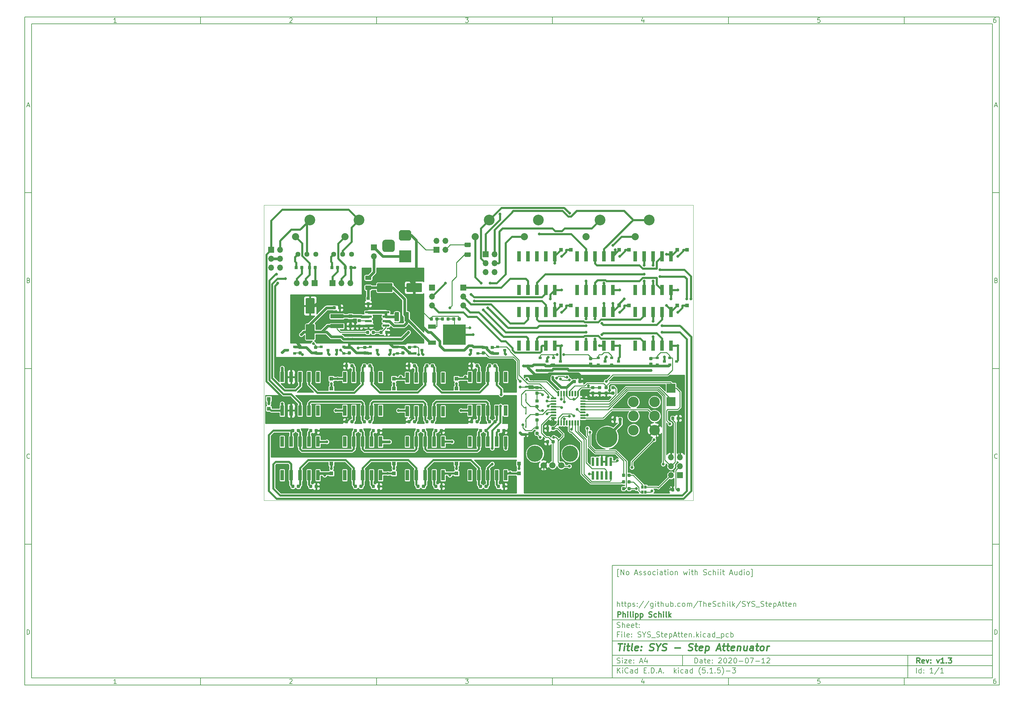
<source format=gbr>
G04 #@! TF.GenerationSoftware,KiCad,Pcbnew,(5.1.5)-3*
G04 #@! TF.CreationDate,2020-08-30T21:04:46+02:00*
G04 #@! TF.ProjectId,SYS_StepAtten,5359535f-5374-4657-9041-7474656e2e6b,v1.3*
G04 #@! TF.SameCoordinates,Original*
G04 #@! TF.FileFunction,Copper,L1,Top*
G04 #@! TF.FilePolarity,Positive*
%FSLAX46Y46*%
G04 Gerber Fmt 4.6, Leading zero omitted, Abs format (unit mm)*
G04 Created by KiCad (PCBNEW (5.1.5)-3) date 2020-08-30 21:04:46*
%MOMM*%
%LPD*%
G04 APERTURE LIST*
%ADD10C,0.100000*%
%ADD11C,0.150000*%
%ADD12C,0.300000*%
%ADD13C,0.400000*%
%ADD14C,0.050000*%
%ADD15R,0.650000X0.850000*%
%ADD16O,1.700000X1.700000*%
%ADD17R,1.700000X1.700000*%
%ADD18R,3.700000X1.200000*%
%ADD19R,1.100000X1.100000*%
%ADD20R,0.450000X0.600000*%
%ADD21R,0.990600X2.946400*%
%ADD22C,6.000000*%
%ADD23C,2.032000*%
%ADD24C,3.048000*%
%ADD25R,3.500000X3.500000*%
%ADD26R,0.740000X2.400000*%
%ADD27R,0.900000X0.800000*%
%ADD28C,1.440000*%
%ADD29C,1.800000*%
%ADD30C,4.600000*%
%ADD31C,3.000000*%
%ADD32R,2.500000X2.500000*%
%ADD33R,2.200000X1.200000*%
%ADD34R,6.400000X5.800000*%
%ADD35C,0.800000*%
%ADD36C,0.800000*%
%ADD37C,0.600000*%
%ADD38C,0.250000*%
%ADD39C,0.254000*%
G04 APERTURE END LIST*
D10*
D11*
X177002200Y-166007200D02*
X177002200Y-198007200D01*
X285002200Y-198007200D01*
X285002200Y-166007200D01*
X177002200Y-166007200D01*
D10*
D11*
X10000000Y-10000000D02*
X10000000Y-200007200D01*
X287002200Y-200007200D01*
X287002200Y-10000000D01*
X10000000Y-10000000D01*
D10*
D11*
X12000000Y-12000000D02*
X12000000Y-198007200D01*
X285002200Y-198007200D01*
X285002200Y-12000000D01*
X12000000Y-12000000D01*
D10*
D11*
X60000000Y-12000000D02*
X60000000Y-10000000D01*
D10*
D11*
X110000000Y-12000000D02*
X110000000Y-10000000D01*
D10*
D11*
X160000000Y-12000000D02*
X160000000Y-10000000D01*
D10*
D11*
X210000000Y-12000000D02*
X210000000Y-10000000D01*
D10*
D11*
X260000000Y-12000000D02*
X260000000Y-10000000D01*
D10*
D11*
X36065476Y-11588095D02*
X35322619Y-11588095D01*
X35694047Y-11588095D02*
X35694047Y-10288095D01*
X35570238Y-10473809D01*
X35446428Y-10597619D01*
X35322619Y-10659523D01*
D10*
D11*
X85322619Y-10411904D02*
X85384523Y-10350000D01*
X85508333Y-10288095D01*
X85817857Y-10288095D01*
X85941666Y-10350000D01*
X86003571Y-10411904D01*
X86065476Y-10535714D01*
X86065476Y-10659523D01*
X86003571Y-10845238D01*
X85260714Y-11588095D01*
X86065476Y-11588095D01*
D10*
D11*
X135260714Y-10288095D02*
X136065476Y-10288095D01*
X135632142Y-10783333D01*
X135817857Y-10783333D01*
X135941666Y-10845238D01*
X136003571Y-10907142D01*
X136065476Y-11030952D01*
X136065476Y-11340476D01*
X136003571Y-11464285D01*
X135941666Y-11526190D01*
X135817857Y-11588095D01*
X135446428Y-11588095D01*
X135322619Y-11526190D01*
X135260714Y-11464285D01*
D10*
D11*
X185941666Y-10721428D02*
X185941666Y-11588095D01*
X185632142Y-10226190D02*
X185322619Y-11154761D01*
X186127380Y-11154761D01*
D10*
D11*
X236003571Y-10288095D02*
X235384523Y-10288095D01*
X235322619Y-10907142D01*
X235384523Y-10845238D01*
X235508333Y-10783333D01*
X235817857Y-10783333D01*
X235941666Y-10845238D01*
X236003571Y-10907142D01*
X236065476Y-11030952D01*
X236065476Y-11340476D01*
X236003571Y-11464285D01*
X235941666Y-11526190D01*
X235817857Y-11588095D01*
X235508333Y-11588095D01*
X235384523Y-11526190D01*
X235322619Y-11464285D01*
D10*
D11*
X285941666Y-10288095D02*
X285694047Y-10288095D01*
X285570238Y-10350000D01*
X285508333Y-10411904D01*
X285384523Y-10597619D01*
X285322619Y-10845238D01*
X285322619Y-11340476D01*
X285384523Y-11464285D01*
X285446428Y-11526190D01*
X285570238Y-11588095D01*
X285817857Y-11588095D01*
X285941666Y-11526190D01*
X286003571Y-11464285D01*
X286065476Y-11340476D01*
X286065476Y-11030952D01*
X286003571Y-10907142D01*
X285941666Y-10845238D01*
X285817857Y-10783333D01*
X285570238Y-10783333D01*
X285446428Y-10845238D01*
X285384523Y-10907142D01*
X285322619Y-11030952D01*
D10*
D11*
X60000000Y-198007200D02*
X60000000Y-200007200D01*
D10*
D11*
X110000000Y-198007200D02*
X110000000Y-200007200D01*
D10*
D11*
X160000000Y-198007200D02*
X160000000Y-200007200D01*
D10*
D11*
X210000000Y-198007200D02*
X210000000Y-200007200D01*
D10*
D11*
X260000000Y-198007200D02*
X260000000Y-200007200D01*
D10*
D11*
X36065476Y-199595295D02*
X35322619Y-199595295D01*
X35694047Y-199595295D02*
X35694047Y-198295295D01*
X35570238Y-198481009D01*
X35446428Y-198604819D01*
X35322619Y-198666723D01*
D10*
D11*
X85322619Y-198419104D02*
X85384523Y-198357200D01*
X85508333Y-198295295D01*
X85817857Y-198295295D01*
X85941666Y-198357200D01*
X86003571Y-198419104D01*
X86065476Y-198542914D01*
X86065476Y-198666723D01*
X86003571Y-198852438D01*
X85260714Y-199595295D01*
X86065476Y-199595295D01*
D10*
D11*
X135260714Y-198295295D02*
X136065476Y-198295295D01*
X135632142Y-198790533D01*
X135817857Y-198790533D01*
X135941666Y-198852438D01*
X136003571Y-198914342D01*
X136065476Y-199038152D01*
X136065476Y-199347676D01*
X136003571Y-199471485D01*
X135941666Y-199533390D01*
X135817857Y-199595295D01*
X135446428Y-199595295D01*
X135322619Y-199533390D01*
X135260714Y-199471485D01*
D10*
D11*
X185941666Y-198728628D02*
X185941666Y-199595295D01*
X185632142Y-198233390D02*
X185322619Y-199161961D01*
X186127380Y-199161961D01*
D10*
D11*
X236003571Y-198295295D02*
X235384523Y-198295295D01*
X235322619Y-198914342D01*
X235384523Y-198852438D01*
X235508333Y-198790533D01*
X235817857Y-198790533D01*
X235941666Y-198852438D01*
X236003571Y-198914342D01*
X236065476Y-199038152D01*
X236065476Y-199347676D01*
X236003571Y-199471485D01*
X235941666Y-199533390D01*
X235817857Y-199595295D01*
X235508333Y-199595295D01*
X235384523Y-199533390D01*
X235322619Y-199471485D01*
D10*
D11*
X285941666Y-198295295D02*
X285694047Y-198295295D01*
X285570238Y-198357200D01*
X285508333Y-198419104D01*
X285384523Y-198604819D01*
X285322619Y-198852438D01*
X285322619Y-199347676D01*
X285384523Y-199471485D01*
X285446428Y-199533390D01*
X285570238Y-199595295D01*
X285817857Y-199595295D01*
X285941666Y-199533390D01*
X286003571Y-199471485D01*
X286065476Y-199347676D01*
X286065476Y-199038152D01*
X286003571Y-198914342D01*
X285941666Y-198852438D01*
X285817857Y-198790533D01*
X285570238Y-198790533D01*
X285446428Y-198852438D01*
X285384523Y-198914342D01*
X285322619Y-199038152D01*
D10*
D11*
X10000000Y-60000000D02*
X12000000Y-60000000D01*
D10*
D11*
X10000000Y-110000000D02*
X12000000Y-110000000D01*
D10*
D11*
X10000000Y-160000000D02*
X12000000Y-160000000D01*
D10*
D11*
X10690476Y-35216666D02*
X11309523Y-35216666D01*
X10566666Y-35588095D02*
X11000000Y-34288095D01*
X11433333Y-35588095D01*
D10*
D11*
X11092857Y-84907142D02*
X11278571Y-84969047D01*
X11340476Y-85030952D01*
X11402380Y-85154761D01*
X11402380Y-85340476D01*
X11340476Y-85464285D01*
X11278571Y-85526190D01*
X11154761Y-85588095D01*
X10659523Y-85588095D01*
X10659523Y-84288095D01*
X11092857Y-84288095D01*
X11216666Y-84350000D01*
X11278571Y-84411904D01*
X11340476Y-84535714D01*
X11340476Y-84659523D01*
X11278571Y-84783333D01*
X11216666Y-84845238D01*
X11092857Y-84907142D01*
X10659523Y-84907142D01*
D10*
D11*
X11402380Y-135464285D02*
X11340476Y-135526190D01*
X11154761Y-135588095D01*
X11030952Y-135588095D01*
X10845238Y-135526190D01*
X10721428Y-135402380D01*
X10659523Y-135278571D01*
X10597619Y-135030952D01*
X10597619Y-134845238D01*
X10659523Y-134597619D01*
X10721428Y-134473809D01*
X10845238Y-134350000D01*
X11030952Y-134288095D01*
X11154761Y-134288095D01*
X11340476Y-134350000D01*
X11402380Y-134411904D01*
D10*
D11*
X10659523Y-185588095D02*
X10659523Y-184288095D01*
X10969047Y-184288095D01*
X11154761Y-184350000D01*
X11278571Y-184473809D01*
X11340476Y-184597619D01*
X11402380Y-184845238D01*
X11402380Y-185030952D01*
X11340476Y-185278571D01*
X11278571Y-185402380D01*
X11154761Y-185526190D01*
X10969047Y-185588095D01*
X10659523Y-185588095D01*
D10*
D11*
X287002200Y-60000000D02*
X285002200Y-60000000D01*
D10*
D11*
X287002200Y-110000000D02*
X285002200Y-110000000D01*
D10*
D11*
X287002200Y-160000000D02*
X285002200Y-160000000D01*
D10*
D11*
X285692676Y-35216666D02*
X286311723Y-35216666D01*
X285568866Y-35588095D02*
X286002200Y-34288095D01*
X286435533Y-35588095D01*
D10*
D11*
X286095057Y-84907142D02*
X286280771Y-84969047D01*
X286342676Y-85030952D01*
X286404580Y-85154761D01*
X286404580Y-85340476D01*
X286342676Y-85464285D01*
X286280771Y-85526190D01*
X286156961Y-85588095D01*
X285661723Y-85588095D01*
X285661723Y-84288095D01*
X286095057Y-84288095D01*
X286218866Y-84350000D01*
X286280771Y-84411904D01*
X286342676Y-84535714D01*
X286342676Y-84659523D01*
X286280771Y-84783333D01*
X286218866Y-84845238D01*
X286095057Y-84907142D01*
X285661723Y-84907142D01*
D10*
D11*
X286404580Y-135464285D02*
X286342676Y-135526190D01*
X286156961Y-135588095D01*
X286033152Y-135588095D01*
X285847438Y-135526190D01*
X285723628Y-135402380D01*
X285661723Y-135278571D01*
X285599819Y-135030952D01*
X285599819Y-134845238D01*
X285661723Y-134597619D01*
X285723628Y-134473809D01*
X285847438Y-134350000D01*
X286033152Y-134288095D01*
X286156961Y-134288095D01*
X286342676Y-134350000D01*
X286404580Y-134411904D01*
D10*
D11*
X285661723Y-185588095D02*
X285661723Y-184288095D01*
X285971247Y-184288095D01*
X286156961Y-184350000D01*
X286280771Y-184473809D01*
X286342676Y-184597619D01*
X286404580Y-184845238D01*
X286404580Y-185030952D01*
X286342676Y-185278571D01*
X286280771Y-185402380D01*
X286156961Y-185526190D01*
X285971247Y-185588095D01*
X285661723Y-185588095D01*
D10*
D11*
X200434342Y-193785771D02*
X200434342Y-192285771D01*
X200791485Y-192285771D01*
X201005771Y-192357200D01*
X201148628Y-192500057D01*
X201220057Y-192642914D01*
X201291485Y-192928628D01*
X201291485Y-193142914D01*
X201220057Y-193428628D01*
X201148628Y-193571485D01*
X201005771Y-193714342D01*
X200791485Y-193785771D01*
X200434342Y-193785771D01*
X202577200Y-193785771D02*
X202577200Y-193000057D01*
X202505771Y-192857200D01*
X202362914Y-192785771D01*
X202077200Y-192785771D01*
X201934342Y-192857200D01*
X202577200Y-193714342D02*
X202434342Y-193785771D01*
X202077200Y-193785771D01*
X201934342Y-193714342D01*
X201862914Y-193571485D01*
X201862914Y-193428628D01*
X201934342Y-193285771D01*
X202077200Y-193214342D01*
X202434342Y-193214342D01*
X202577200Y-193142914D01*
X203077200Y-192785771D02*
X203648628Y-192785771D01*
X203291485Y-192285771D02*
X203291485Y-193571485D01*
X203362914Y-193714342D01*
X203505771Y-193785771D01*
X203648628Y-193785771D01*
X204720057Y-193714342D02*
X204577200Y-193785771D01*
X204291485Y-193785771D01*
X204148628Y-193714342D01*
X204077200Y-193571485D01*
X204077200Y-193000057D01*
X204148628Y-192857200D01*
X204291485Y-192785771D01*
X204577200Y-192785771D01*
X204720057Y-192857200D01*
X204791485Y-193000057D01*
X204791485Y-193142914D01*
X204077200Y-193285771D01*
X205434342Y-193642914D02*
X205505771Y-193714342D01*
X205434342Y-193785771D01*
X205362914Y-193714342D01*
X205434342Y-193642914D01*
X205434342Y-193785771D01*
X205434342Y-192857200D02*
X205505771Y-192928628D01*
X205434342Y-193000057D01*
X205362914Y-192928628D01*
X205434342Y-192857200D01*
X205434342Y-193000057D01*
X207220057Y-192428628D02*
X207291485Y-192357200D01*
X207434342Y-192285771D01*
X207791485Y-192285771D01*
X207934342Y-192357200D01*
X208005771Y-192428628D01*
X208077200Y-192571485D01*
X208077200Y-192714342D01*
X208005771Y-192928628D01*
X207148628Y-193785771D01*
X208077200Y-193785771D01*
X209005771Y-192285771D02*
X209148628Y-192285771D01*
X209291485Y-192357200D01*
X209362914Y-192428628D01*
X209434342Y-192571485D01*
X209505771Y-192857200D01*
X209505771Y-193214342D01*
X209434342Y-193500057D01*
X209362914Y-193642914D01*
X209291485Y-193714342D01*
X209148628Y-193785771D01*
X209005771Y-193785771D01*
X208862914Y-193714342D01*
X208791485Y-193642914D01*
X208720057Y-193500057D01*
X208648628Y-193214342D01*
X208648628Y-192857200D01*
X208720057Y-192571485D01*
X208791485Y-192428628D01*
X208862914Y-192357200D01*
X209005771Y-192285771D01*
X210077200Y-192428628D02*
X210148628Y-192357200D01*
X210291485Y-192285771D01*
X210648628Y-192285771D01*
X210791485Y-192357200D01*
X210862914Y-192428628D01*
X210934342Y-192571485D01*
X210934342Y-192714342D01*
X210862914Y-192928628D01*
X210005771Y-193785771D01*
X210934342Y-193785771D01*
X211862914Y-192285771D02*
X212005771Y-192285771D01*
X212148628Y-192357200D01*
X212220057Y-192428628D01*
X212291485Y-192571485D01*
X212362914Y-192857200D01*
X212362914Y-193214342D01*
X212291485Y-193500057D01*
X212220057Y-193642914D01*
X212148628Y-193714342D01*
X212005771Y-193785771D01*
X211862914Y-193785771D01*
X211720057Y-193714342D01*
X211648628Y-193642914D01*
X211577200Y-193500057D01*
X211505771Y-193214342D01*
X211505771Y-192857200D01*
X211577200Y-192571485D01*
X211648628Y-192428628D01*
X211720057Y-192357200D01*
X211862914Y-192285771D01*
X213005771Y-193214342D02*
X214148628Y-193214342D01*
X215148628Y-192285771D02*
X215291485Y-192285771D01*
X215434342Y-192357200D01*
X215505771Y-192428628D01*
X215577200Y-192571485D01*
X215648628Y-192857200D01*
X215648628Y-193214342D01*
X215577200Y-193500057D01*
X215505771Y-193642914D01*
X215434342Y-193714342D01*
X215291485Y-193785771D01*
X215148628Y-193785771D01*
X215005771Y-193714342D01*
X214934342Y-193642914D01*
X214862914Y-193500057D01*
X214791485Y-193214342D01*
X214791485Y-192857200D01*
X214862914Y-192571485D01*
X214934342Y-192428628D01*
X215005771Y-192357200D01*
X215148628Y-192285771D01*
X216148628Y-192285771D02*
X217148628Y-192285771D01*
X216505771Y-193785771D01*
X217720057Y-193214342D02*
X218862914Y-193214342D01*
X220362914Y-193785771D02*
X219505771Y-193785771D01*
X219934342Y-193785771D02*
X219934342Y-192285771D01*
X219791485Y-192500057D01*
X219648628Y-192642914D01*
X219505771Y-192714342D01*
X220934342Y-192428628D02*
X221005771Y-192357200D01*
X221148628Y-192285771D01*
X221505771Y-192285771D01*
X221648628Y-192357200D01*
X221720057Y-192428628D01*
X221791485Y-192571485D01*
X221791485Y-192714342D01*
X221720057Y-192928628D01*
X220862914Y-193785771D01*
X221791485Y-193785771D01*
D10*
D11*
X177002200Y-194507200D02*
X285002200Y-194507200D01*
D10*
D11*
X178434342Y-196585771D02*
X178434342Y-195085771D01*
X179291485Y-196585771D02*
X178648628Y-195728628D01*
X179291485Y-195085771D02*
X178434342Y-195942914D01*
X179934342Y-196585771D02*
X179934342Y-195585771D01*
X179934342Y-195085771D02*
X179862914Y-195157200D01*
X179934342Y-195228628D01*
X180005771Y-195157200D01*
X179934342Y-195085771D01*
X179934342Y-195228628D01*
X181505771Y-196442914D02*
X181434342Y-196514342D01*
X181220057Y-196585771D01*
X181077200Y-196585771D01*
X180862914Y-196514342D01*
X180720057Y-196371485D01*
X180648628Y-196228628D01*
X180577200Y-195942914D01*
X180577200Y-195728628D01*
X180648628Y-195442914D01*
X180720057Y-195300057D01*
X180862914Y-195157200D01*
X181077200Y-195085771D01*
X181220057Y-195085771D01*
X181434342Y-195157200D01*
X181505771Y-195228628D01*
X182791485Y-196585771D02*
X182791485Y-195800057D01*
X182720057Y-195657200D01*
X182577200Y-195585771D01*
X182291485Y-195585771D01*
X182148628Y-195657200D01*
X182791485Y-196514342D02*
X182648628Y-196585771D01*
X182291485Y-196585771D01*
X182148628Y-196514342D01*
X182077200Y-196371485D01*
X182077200Y-196228628D01*
X182148628Y-196085771D01*
X182291485Y-196014342D01*
X182648628Y-196014342D01*
X182791485Y-195942914D01*
X184148628Y-196585771D02*
X184148628Y-195085771D01*
X184148628Y-196514342D02*
X184005771Y-196585771D01*
X183720057Y-196585771D01*
X183577200Y-196514342D01*
X183505771Y-196442914D01*
X183434342Y-196300057D01*
X183434342Y-195871485D01*
X183505771Y-195728628D01*
X183577200Y-195657200D01*
X183720057Y-195585771D01*
X184005771Y-195585771D01*
X184148628Y-195657200D01*
X186005771Y-195800057D02*
X186505771Y-195800057D01*
X186720057Y-196585771D02*
X186005771Y-196585771D01*
X186005771Y-195085771D01*
X186720057Y-195085771D01*
X187362914Y-196442914D02*
X187434342Y-196514342D01*
X187362914Y-196585771D01*
X187291485Y-196514342D01*
X187362914Y-196442914D01*
X187362914Y-196585771D01*
X188077200Y-196585771D02*
X188077200Y-195085771D01*
X188434342Y-195085771D01*
X188648628Y-195157200D01*
X188791485Y-195300057D01*
X188862914Y-195442914D01*
X188934342Y-195728628D01*
X188934342Y-195942914D01*
X188862914Y-196228628D01*
X188791485Y-196371485D01*
X188648628Y-196514342D01*
X188434342Y-196585771D01*
X188077200Y-196585771D01*
X189577200Y-196442914D02*
X189648628Y-196514342D01*
X189577200Y-196585771D01*
X189505771Y-196514342D01*
X189577200Y-196442914D01*
X189577200Y-196585771D01*
X190220057Y-196157200D02*
X190934342Y-196157200D01*
X190077200Y-196585771D02*
X190577200Y-195085771D01*
X191077200Y-196585771D01*
X191577200Y-196442914D02*
X191648628Y-196514342D01*
X191577200Y-196585771D01*
X191505771Y-196514342D01*
X191577200Y-196442914D01*
X191577200Y-196585771D01*
X194577200Y-196585771D02*
X194577200Y-195085771D01*
X194720057Y-196014342D02*
X195148628Y-196585771D01*
X195148628Y-195585771D02*
X194577200Y-196157200D01*
X195791485Y-196585771D02*
X195791485Y-195585771D01*
X195791485Y-195085771D02*
X195720057Y-195157200D01*
X195791485Y-195228628D01*
X195862914Y-195157200D01*
X195791485Y-195085771D01*
X195791485Y-195228628D01*
X197148628Y-196514342D02*
X197005771Y-196585771D01*
X196720057Y-196585771D01*
X196577200Y-196514342D01*
X196505771Y-196442914D01*
X196434342Y-196300057D01*
X196434342Y-195871485D01*
X196505771Y-195728628D01*
X196577200Y-195657200D01*
X196720057Y-195585771D01*
X197005771Y-195585771D01*
X197148628Y-195657200D01*
X198434342Y-196585771D02*
X198434342Y-195800057D01*
X198362914Y-195657200D01*
X198220057Y-195585771D01*
X197934342Y-195585771D01*
X197791485Y-195657200D01*
X198434342Y-196514342D02*
X198291485Y-196585771D01*
X197934342Y-196585771D01*
X197791485Y-196514342D01*
X197720057Y-196371485D01*
X197720057Y-196228628D01*
X197791485Y-196085771D01*
X197934342Y-196014342D01*
X198291485Y-196014342D01*
X198434342Y-195942914D01*
X199791485Y-196585771D02*
X199791485Y-195085771D01*
X199791485Y-196514342D02*
X199648628Y-196585771D01*
X199362914Y-196585771D01*
X199220057Y-196514342D01*
X199148628Y-196442914D01*
X199077200Y-196300057D01*
X199077200Y-195871485D01*
X199148628Y-195728628D01*
X199220057Y-195657200D01*
X199362914Y-195585771D01*
X199648628Y-195585771D01*
X199791485Y-195657200D01*
X202077200Y-197157200D02*
X202005771Y-197085771D01*
X201862914Y-196871485D01*
X201791485Y-196728628D01*
X201720057Y-196514342D01*
X201648628Y-196157200D01*
X201648628Y-195871485D01*
X201720057Y-195514342D01*
X201791485Y-195300057D01*
X201862914Y-195157200D01*
X202005771Y-194942914D01*
X202077200Y-194871485D01*
X203362914Y-195085771D02*
X202648628Y-195085771D01*
X202577200Y-195800057D01*
X202648628Y-195728628D01*
X202791485Y-195657200D01*
X203148628Y-195657200D01*
X203291485Y-195728628D01*
X203362914Y-195800057D01*
X203434342Y-195942914D01*
X203434342Y-196300057D01*
X203362914Y-196442914D01*
X203291485Y-196514342D01*
X203148628Y-196585771D01*
X202791485Y-196585771D01*
X202648628Y-196514342D01*
X202577200Y-196442914D01*
X204077200Y-196442914D02*
X204148628Y-196514342D01*
X204077200Y-196585771D01*
X204005771Y-196514342D01*
X204077200Y-196442914D01*
X204077200Y-196585771D01*
X205577200Y-196585771D02*
X204720057Y-196585771D01*
X205148628Y-196585771D02*
X205148628Y-195085771D01*
X205005771Y-195300057D01*
X204862914Y-195442914D01*
X204720057Y-195514342D01*
X206220057Y-196442914D02*
X206291485Y-196514342D01*
X206220057Y-196585771D01*
X206148628Y-196514342D01*
X206220057Y-196442914D01*
X206220057Y-196585771D01*
X207648628Y-195085771D02*
X206934342Y-195085771D01*
X206862914Y-195800057D01*
X206934342Y-195728628D01*
X207077200Y-195657200D01*
X207434342Y-195657200D01*
X207577200Y-195728628D01*
X207648628Y-195800057D01*
X207720057Y-195942914D01*
X207720057Y-196300057D01*
X207648628Y-196442914D01*
X207577200Y-196514342D01*
X207434342Y-196585771D01*
X207077200Y-196585771D01*
X206934342Y-196514342D01*
X206862914Y-196442914D01*
X208220057Y-197157200D02*
X208291485Y-197085771D01*
X208434342Y-196871485D01*
X208505771Y-196728628D01*
X208577200Y-196514342D01*
X208648628Y-196157200D01*
X208648628Y-195871485D01*
X208577200Y-195514342D01*
X208505771Y-195300057D01*
X208434342Y-195157200D01*
X208291485Y-194942914D01*
X208220057Y-194871485D01*
X209362914Y-196014342D02*
X210505771Y-196014342D01*
X211077200Y-195085771D02*
X212005771Y-195085771D01*
X211505771Y-195657200D01*
X211720057Y-195657200D01*
X211862914Y-195728628D01*
X211934342Y-195800057D01*
X212005771Y-195942914D01*
X212005771Y-196300057D01*
X211934342Y-196442914D01*
X211862914Y-196514342D01*
X211720057Y-196585771D01*
X211291485Y-196585771D01*
X211148628Y-196514342D01*
X211077200Y-196442914D01*
D10*
D11*
X177002200Y-191507200D02*
X285002200Y-191507200D01*
D10*
D12*
X264411485Y-193785771D02*
X263911485Y-193071485D01*
X263554342Y-193785771D02*
X263554342Y-192285771D01*
X264125771Y-192285771D01*
X264268628Y-192357200D01*
X264340057Y-192428628D01*
X264411485Y-192571485D01*
X264411485Y-192785771D01*
X264340057Y-192928628D01*
X264268628Y-193000057D01*
X264125771Y-193071485D01*
X263554342Y-193071485D01*
X265625771Y-193714342D02*
X265482914Y-193785771D01*
X265197200Y-193785771D01*
X265054342Y-193714342D01*
X264982914Y-193571485D01*
X264982914Y-193000057D01*
X265054342Y-192857200D01*
X265197200Y-192785771D01*
X265482914Y-192785771D01*
X265625771Y-192857200D01*
X265697200Y-193000057D01*
X265697200Y-193142914D01*
X264982914Y-193285771D01*
X266197200Y-192785771D02*
X266554342Y-193785771D01*
X266911485Y-192785771D01*
X267482914Y-193642914D02*
X267554342Y-193714342D01*
X267482914Y-193785771D01*
X267411485Y-193714342D01*
X267482914Y-193642914D01*
X267482914Y-193785771D01*
X267482914Y-192857200D02*
X267554342Y-192928628D01*
X267482914Y-193000057D01*
X267411485Y-192928628D01*
X267482914Y-192857200D01*
X267482914Y-193000057D01*
X269197200Y-192785771D02*
X269554342Y-193785771D01*
X269911485Y-192785771D01*
X271268628Y-193785771D02*
X270411485Y-193785771D01*
X270840057Y-193785771D02*
X270840057Y-192285771D01*
X270697200Y-192500057D01*
X270554342Y-192642914D01*
X270411485Y-192714342D01*
X271911485Y-193642914D02*
X271982914Y-193714342D01*
X271911485Y-193785771D01*
X271840057Y-193714342D01*
X271911485Y-193642914D01*
X271911485Y-193785771D01*
X272482914Y-192285771D02*
X273411485Y-192285771D01*
X272911485Y-192857200D01*
X273125771Y-192857200D01*
X273268628Y-192928628D01*
X273340057Y-193000057D01*
X273411485Y-193142914D01*
X273411485Y-193500057D01*
X273340057Y-193642914D01*
X273268628Y-193714342D01*
X273125771Y-193785771D01*
X272697200Y-193785771D01*
X272554342Y-193714342D01*
X272482914Y-193642914D01*
D10*
D11*
X178362914Y-193714342D02*
X178577200Y-193785771D01*
X178934342Y-193785771D01*
X179077200Y-193714342D01*
X179148628Y-193642914D01*
X179220057Y-193500057D01*
X179220057Y-193357200D01*
X179148628Y-193214342D01*
X179077200Y-193142914D01*
X178934342Y-193071485D01*
X178648628Y-193000057D01*
X178505771Y-192928628D01*
X178434342Y-192857200D01*
X178362914Y-192714342D01*
X178362914Y-192571485D01*
X178434342Y-192428628D01*
X178505771Y-192357200D01*
X178648628Y-192285771D01*
X179005771Y-192285771D01*
X179220057Y-192357200D01*
X179862914Y-193785771D02*
X179862914Y-192785771D01*
X179862914Y-192285771D02*
X179791485Y-192357200D01*
X179862914Y-192428628D01*
X179934342Y-192357200D01*
X179862914Y-192285771D01*
X179862914Y-192428628D01*
X180434342Y-192785771D02*
X181220057Y-192785771D01*
X180434342Y-193785771D01*
X181220057Y-193785771D01*
X182362914Y-193714342D02*
X182220057Y-193785771D01*
X181934342Y-193785771D01*
X181791485Y-193714342D01*
X181720057Y-193571485D01*
X181720057Y-193000057D01*
X181791485Y-192857200D01*
X181934342Y-192785771D01*
X182220057Y-192785771D01*
X182362914Y-192857200D01*
X182434342Y-193000057D01*
X182434342Y-193142914D01*
X181720057Y-193285771D01*
X183077200Y-193642914D02*
X183148628Y-193714342D01*
X183077200Y-193785771D01*
X183005771Y-193714342D01*
X183077200Y-193642914D01*
X183077200Y-193785771D01*
X183077200Y-192857200D02*
X183148628Y-192928628D01*
X183077200Y-193000057D01*
X183005771Y-192928628D01*
X183077200Y-192857200D01*
X183077200Y-193000057D01*
X184862914Y-193357200D02*
X185577200Y-193357200D01*
X184720057Y-193785771D02*
X185220057Y-192285771D01*
X185720057Y-193785771D01*
X186862914Y-192785771D02*
X186862914Y-193785771D01*
X186505771Y-192214342D02*
X186148628Y-193285771D01*
X187077200Y-193285771D01*
D10*
D11*
X263434342Y-196585771D02*
X263434342Y-195085771D01*
X264791485Y-196585771D02*
X264791485Y-195085771D01*
X264791485Y-196514342D02*
X264648628Y-196585771D01*
X264362914Y-196585771D01*
X264220057Y-196514342D01*
X264148628Y-196442914D01*
X264077200Y-196300057D01*
X264077200Y-195871485D01*
X264148628Y-195728628D01*
X264220057Y-195657200D01*
X264362914Y-195585771D01*
X264648628Y-195585771D01*
X264791485Y-195657200D01*
X265505771Y-196442914D02*
X265577200Y-196514342D01*
X265505771Y-196585771D01*
X265434342Y-196514342D01*
X265505771Y-196442914D01*
X265505771Y-196585771D01*
X265505771Y-195657200D02*
X265577200Y-195728628D01*
X265505771Y-195800057D01*
X265434342Y-195728628D01*
X265505771Y-195657200D01*
X265505771Y-195800057D01*
X268148628Y-196585771D02*
X267291485Y-196585771D01*
X267720057Y-196585771D02*
X267720057Y-195085771D01*
X267577200Y-195300057D01*
X267434342Y-195442914D01*
X267291485Y-195514342D01*
X269862914Y-195014342D02*
X268577200Y-196942914D01*
X271148628Y-196585771D02*
X270291485Y-196585771D01*
X270720057Y-196585771D02*
X270720057Y-195085771D01*
X270577200Y-195300057D01*
X270434342Y-195442914D01*
X270291485Y-195514342D01*
D10*
D11*
X177002200Y-187507200D02*
X285002200Y-187507200D01*
D10*
D13*
X178714580Y-188211961D02*
X179857438Y-188211961D01*
X179036009Y-190211961D02*
X179286009Y-188211961D01*
X180274104Y-190211961D02*
X180440771Y-188878628D01*
X180524104Y-188211961D02*
X180416961Y-188307200D01*
X180500295Y-188402438D01*
X180607438Y-188307200D01*
X180524104Y-188211961D01*
X180500295Y-188402438D01*
X181107438Y-188878628D02*
X181869342Y-188878628D01*
X181476485Y-188211961D02*
X181262200Y-189926247D01*
X181333628Y-190116723D01*
X181512200Y-190211961D01*
X181702676Y-190211961D01*
X182655057Y-190211961D02*
X182476485Y-190116723D01*
X182405057Y-189926247D01*
X182619342Y-188211961D01*
X184190771Y-190116723D02*
X183988390Y-190211961D01*
X183607438Y-190211961D01*
X183428866Y-190116723D01*
X183357438Y-189926247D01*
X183452676Y-189164342D01*
X183571723Y-188973866D01*
X183774104Y-188878628D01*
X184155057Y-188878628D01*
X184333628Y-188973866D01*
X184405057Y-189164342D01*
X184381247Y-189354819D01*
X183405057Y-189545295D01*
X185155057Y-190021485D02*
X185238390Y-190116723D01*
X185131247Y-190211961D01*
X185047914Y-190116723D01*
X185155057Y-190021485D01*
X185131247Y-190211961D01*
X185286009Y-188973866D02*
X185369342Y-189069104D01*
X185262200Y-189164342D01*
X185178866Y-189069104D01*
X185286009Y-188973866D01*
X185262200Y-189164342D01*
X187524104Y-190116723D02*
X187797914Y-190211961D01*
X188274104Y-190211961D01*
X188476485Y-190116723D01*
X188583628Y-190021485D01*
X188702676Y-189831009D01*
X188726485Y-189640533D01*
X188655057Y-189450057D01*
X188571723Y-189354819D01*
X188393152Y-189259580D01*
X188024104Y-189164342D01*
X187845533Y-189069104D01*
X187762200Y-188973866D01*
X187690771Y-188783390D01*
X187714580Y-188592914D01*
X187833628Y-188402438D01*
X187940771Y-188307200D01*
X188143152Y-188211961D01*
X188619342Y-188211961D01*
X188893152Y-188307200D01*
X190012200Y-189259580D02*
X189893152Y-190211961D01*
X189476485Y-188211961D02*
X190012200Y-189259580D01*
X190809819Y-188211961D01*
X191143152Y-190116723D02*
X191416961Y-190211961D01*
X191893152Y-190211961D01*
X192095533Y-190116723D01*
X192202676Y-190021485D01*
X192321723Y-189831009D01*
X192345533Y-189640533D01*
X192274104Y-189450057D01*
X192190771Y-189354819D01*
X192012200Y-189259580D01*
X191643152Y-189164342D01*
X191464580Y-189069104D01*
X191381247Y-188973866D01*
X191309819Y-188783390D01*
X191333628Y-188592914D01*
X191452676Y-188402438D01*
X191559819Y-188307200D01*
X191762200Y-188211961D01*
X192238390Y-188211961D01*
X192512200Y-188307200D01*
X194750295Y-189450057D02*
X196274104Y-189450057D01*
X198571723Y-190116723D02*
X198845533Y-190211961D01*
X199321723Y-190211961D01*
X199524104Y-190116723D01*
X199631247Y-190021485D01*
X199750295Y-189831009D01*
X199774104Y-189640533D01*
X199702676Y-189450057D01*
X199619342Y-189354819D01*
X199440771Y-189259580D01*
X199071723Y-189164342D01*
X198893152Y-189069104D01*
X198809819Y-188973866D01*
X198738390Y-188783390D01*
X198762200Y-188592914D01*
X198881247Y-188402438D01*
X198988390Y-188307200D01*
X199190771Y-188211961D01*
X199666961Y-188211961D01*
X199940771Y-188307200D01*
X200440771Y-188878628D02*
X201202676Y-188878628D01*
X200809819Y-188211961D02*
X200595533Y-189926247D01*
X200666961Y-190116723D01*
X200845533Y-190211961D01*
X201036009Y-190211961D01*
X202476485Y-190116723D02*
X202274104Y-190211961D01*
X201893152Y-190211961D01*
X201714580Y-190116723D01*
X201643152Y-189926247D01*
X201738390Y-189164342D01*
X201857438Y-188973866D01*
X202059819Y-188878628D01*
X202440771Y-188878628D01*
X202619342Y-188973866D01*
X202690771Y-189164342D01*
X202666961Y-189354819D01*
X201690771Y-189545295D01*
X203583628Y-188878628D02*
X203333628Y-190878628D01*
X203571723Y-188973866D02*
X203774104Y-188878628D01*
X204155057Y-188878628D01*
X204333628Y-188973866D01*
X204416961Y-189069104D01*
X204488390Y-189259580D01*
X204416961Y-189831009D01*
X204297914Y-190021485D01*
X204190771Y-190116723D01*
X203988390Y-190211961D01*
X203607438Y-190211961D01*
X203428866Y-190116723D01*
X206726485Y-189640533D02*
X207678866Y-189640533D01*
X206464580Y-190211961D02*
X207381247Y-188211961D01*
X207797914Y-190211961D01*
X208345533Y-188878628D02*
X209107438Y-188878628D01*
X208714580Y-188211961D02*
X208500295Y-189926247D01*
X208571723Y-190116723D01*
X208750295Y-190211961D01*
X208940771Y-190211961D01*
X209488390Y-188878628D02*
X210250295Y-188878628D01*
X209857438Y-188211961D02*
X209643152Y-189926247D01*
X209714580Y-190116723D01*
X209893152Y-190211961D01*
X210083628Y-190211961D01*
X211524104Y-190116723D02*
X211321723Y-190211961D01*
X210940771Y-190211961D01*
X210762200Y-190116723D01*
X210690771Y-189926247D01*
X210786009Y-189164342D01*
X210905057Y-188973866D01*
X211107438Y-188878628D01*
X211488390Y-188878628D01*
X211666961Y-188973866D01*
X211738390Y-189164342D01*
X211714580Y-189354819D01*
X210738390Y-189545295D01*
X212631247Y-188878628D02*
X212464580Y-190211961D01*
X212607438Y-189069104D02*
X212714580Y-188973866D01*
X212916961Y-188878628D01*
X213202676Y-188878628D01*
X213381247Y-188973866D01*
X213452676Y-189164342D01*
X213321723Y-190211961D01*
X215297914Y-188878628D02*
X215131247Y-190211961D01*
X214440771Y-188878628D02*
X214309819Y-189926247D01*
X214381247Y-190116723D01*
X214559819Y-190211961D01*
X214845533Y-190211961D01*
X215047914Y-190116723D01*
X215155057Y-190021485D01*
X216940771Y-190211961D02*
X217071723Y-189164342D01*
X217000295Y-188973866D01*
X216821723Y-188878628D01*
X216440771Y-188878628D01*
X216238390Y-188973866D01*
X216952676Y-190116723D02*
X216750295Y-190211961D01*
X216274104Y-190211961D01*
X216095533Y-190116723D01*
X216024104Y-189926247D01*
X216047914Y-189735771D01*
X216166961Y-189545295D01*
X216369342Y-189450057D01*
X216845533Y-189450057D01*
X217047914Y-189354819D01*
X217774104Y-188878628D02*
X218536009Y-188878628D01*
X218143152Y-188211961D02*
X217928866Y-189926247D01*
X218000295Y-190116723D01*
X218178866Y-190211961D01*
X218369342Y-190211961D01*
X219321723Y-190211961D02*
X219143152Y-190116723D01*
X219059819Y-190021485D01*
X218988390Y-189831009D01*
X219059819Y-189259580D01*
X219178866Y-189069104D01*
X219286009Y-188973866D01*
X219488390Y-188878628D01*
X219774104Y-188878628D01*
X219952676Y-188973866D01*
X220036009Y-189069104D01*
X220107438Y-189259580D01*
X220036009Y-189831009D01*
X219916961Y-190021485D01*
X219809819Y-190116723D01*
X219607438Y-190211961D01*
X219321723Y-190211961D01*
X220845533Y-190211961D02*
X221012199Y-188878628D01*
X220964580Y-189259580D02*
X221083628Y-189069104D01*
X221190771Y-188973866D01*
X221393152Y-188878628D01*
X221583628Y-188878628D01*
D10*
D11*
X178934342Y-185600057D02*
X178434342Y-185600057D01*
X178434342Y-186385771D02*
X178434342Y-184885771D01*
X179148628Y-184885771D01*
X179720057Y-186385771D02*
X179720057Y-185385771D01*
X179720057Y-184885771D02*
X179648628Y-184957200D01*
X179720057Y-185028628D01*
X179791485Y-184957200D01*
X179720057Y-184885771D01*
X179720057Y-185028628D01*
X180648628Y-186385771D02*
X180505771Y-186314342D01*
X180434342Y-186171485D01*
X180434342Y-184885771D01*
X181791485Y-186314342D02*
X181648628Y-186385771D01*
X181362914Y-186385771D01*
X181220057Y-186314342D01*
X181148628Y-186171485D01*
X181148628Y-185600057D01*
X181220057Y-185457200D01*
X181362914Y-185385771D01*
X181648628Y-185385771D01*
X181791485Y-185457200D01*
X181862914Y-185600057D01*
X181862914Y-185742914D01*
X181148628Y-185885771D01*
X182505771Y-186242914D02*
X182577200Y-186314342D01*
X182505771Y-186385771D01*
X182434342Y-186314342D01*
X182505771Y-186242914D01*
X182505771Y-186385771D01*
X182505771Y-185457200D02*
X182577200Y-185528628D01*
X182505771Y-185600057D01*
X182434342Y-185528628D01*
X182505771Y-185457200D01*
X182505771Y-185600057D01*
X184291485Y-186314342D02*
X184505771Y-186385771D01*
X184862914Y-186385771D01*
X185005771Y-186314342D01*
X185077200Y-186242914D01*
X185148628Y-186100057D01*
X185148628Y-185957200D01*
X185077200Y-185814342D01*
X185005771Y-185742914D01*
X184862914Y-185671485D01*
X184577200Y-185600057D01*
X184434342Y-185528628D01*
X184362914Y-185457200D01*
X184291485Y-185314342D01*
X184291485Y-185171485D01*
X184362914Y-185028628D01*
X184434342Y-184957200D01*
X184577200Y-184885771D01*
X184934342Y-184885771D01*
X185148628Y-184957200D01*
X186077200Y-185671485D02*
X186077200Y-186385771D01*
X185577200Y-184885771D02*
X186077200Y-185671485D01*
X186577200Y-184885771D01*
X187005771Y-186314342D02*
X187220057Y-186385771D01*
X187577200Y-186385771D01*
X187720057Y-186314342D01*
X187791485Y-186242914D01*
X187862914Y-186100057D01*
X187862914Y-185957200D01*
X187791485Y-185814342D01*
X187720057Y-185742914D01*
X187577200Y-185671485D01*
X187291485Y-185600057D01*
X187148628Y-185528628D01*
X187077200Y-185457200D01*
X187005771Y-185314342D01*
X187005771Y-185171485D01*
X187077200Y-185028628D01*
X187148628Y-184957200D01*
X187291485Y-184885771D01*
X187648628Y-184885771D01*
X187862914Y-184957200D01*
X188148628Y-186528628D02*
X189291485Y-186528628D01*
X189577200Y-186314342D02*
X189791485Y-186385771D01*
X190148628Y-186385771D01*
X190291485Y-186314342D01*
X190362914Y-186242914D01*
X190434342Y-186100057D01*
X190434342Y-185957200D01*
X190362914Y-185814342D01*
X190291485Y-185742914D01*
X190148628Y-185671485D01*
X189862914Y-185600057D01*
X189720057Y-185528628D01*
X189648628Y-185457200D01*
X189577200Y-185314342D01*
X189577200Y-185171485D01*
X189648628Y-185028628D01*
X189720057Y-184957200D01*
X189862914Y-184885771D01*
X190220057Y-184885771D01*
X190434342Y-184957200D01*
X190862914Y-185385771D02*
X191434342Y-185385771D01*
X191077200Y-184885771D02*
X191077200Y-186171485D01*
X191148628Y-186314342D01*
X191291485Y-186385771D01*
X191434342Y-186385771D01*
X192505771Y-186314342D02*
X192362914Y-186385771D01*
X192077200Y-186385771D01*
X191934342Y-186314342D01*
X191862914Y-186171485D01*
X191862914Y-185600057D01*
X191934342Y-185457200D01*
X192077200Y-185385771D01*
X192362914Y-185385771D01*
X192505771Y-185457200D01*
X192577200Y-185600057D01*
X192577200Y-185742914D01*
X191862914Y-185885771D01*
X193220057Y-185385771D02*
X193220057Y-186885771D01*
X193220057Y-185457200D02*
X193362914Y-185385771D01*
X193648628Y-185385771D01*
X193791485Y-185457200D01*
X193862914Y-185528628D01*
X193934342Y-185671485D01*
X193934342Y-186100057D01*
X193862914Y-186242914D01*
X193791485Y-186314342D01*
X193648628Y-186385771D01*
X193362914Y-186385771D01*
X193220057Y-186314342D01*
X194505771Y-185957200D02*
X195220057Y-185957200D01*
X194362914Y-186385771D02*
X194862914Y-184885771D01*
X195362914Y-186385771D01*
X195648628Y-185385771D02*
X196220057Y-185385771D01*
X195862914Y-184885771D02*
X195862914Y-186171485D01*
X195934342Y-186314342D01*
X196077200Y-186385771D01*
X196220057Y-186385771D01*
X196505771Y-185385771D02*
X197077200Y-185385771D01*
X196720057Y-184885771D02*
X196720057Y-186171485D01*
X196791485Y-186314342D01*
X196934342Y-186385771D01*
X197077200Y-186385771D01*
X198148628Y-186314342D02*
X198005771Y-186385771D01*
X197720057Y-186385771D01*
X197577200Y-186314342D01*
X197505771Y-186171485D01*
X197505771Y-185600057D01*
X197577200Y-185457200D01*
X197720057Y-185385771D01*
X198005771Y-185385771D01*
X198148628Y-185457200D01*
X198220057Y-185600057D01*
X198220057Y-185742914D01*
X197505771Y-185885771D01*
X198862914Y-185385771D02*
X198862914Y-186385771D01*
X198862914Y-185528628D02*
X198934342Y-185457200D01*
X199077200Y-185385771D01*
X199291485Y-185385771D01*
X199434342Y-185457200D01*
X199505771Y-185600057D01*
X199505771Y-186385771D01*
X200220057Y-186242914D02*
X200291485Y-186314342D01*
X200220057Y-186385771D01*
X200148628Y-186314342D01*
X200220057Y-186242914D01*
X200220057Y-186385771D01*
X200934342Y-186385771D02*
X200934342Y-184885771D01*
X201077200Y-185814342D02*
X201505771Y-186385771D01*
X201505771Y-185385771D02*
X200934342Y-185957200D01*
X202148628Y-186385771D02*
X202148628Y-185385771D01*
X202148628Y-184885771D02*
X202077200Y-184957200D01*
X202148628Y-185028628D01*
X202220057Y-184957200D01*
X202148628Y-184885771D01*
X202148628Y-185028628D01*
X203505771Y-186314342D02*
X203362914Y-186385771D01*
X203077200Y-186385771D01*
X202934342Y-186314342D01*
X202862914Y-186242914D01*
X202791485Y-186100057D01*
X202791485Y-185671485D01*
X202862914Y-185528628D01*
X202934342Y-185457200D01*
X203077200Y-185385771D01*
X203362914Y-185385771D01*
X203505771Y-185457200D01*
X204791485Y-186385771D02*
X204791485Y-185600057D01*
X204720057Y-185457200D01*
X204577200Y-185385771D01*
X204291485Y-185385771D01*
X204148628Y-185457200D01*
X204791485Y-186314342D02*
X204648628Y-186385771D01*
X204291485Y-186385771D01*
X204148628Y-186314342D01*
X204077200Y-186171485D01*
X204077200Y-186028628D01*
X204148628Y-185885771D01*
X204291485Y-185814342D01*
X204648628Y-185814342D01*
X204791485Y-185742914D01*
X206148628Y-186385771D02*
X206148628Y-184885771D01*
X206148628Y-186314342D02*
X206005771Y-186385771D01*
X205720057Y-186385771D01*
X205577200Y-186314342D01*
X205505771Y-186242914D01*
X205434342Y-186100057D01*
X205434342Y-185671485D01*
X205505771Y-185528628D01*
X205577200Y-185457200D01*
X205720057Y-185385771D01*
X206005771Y-185385771D01*
X206148628Y-185457200D01*
X206505771Y-186528628D02*
X207648628Y-186528628D01*
X208005771Y-185385771D02*
X208005771Y-186885771D01*
X208005771Y-185457200D02*
X208148628Y-185385771D01*
X208434342Y-185385771D01*
X208577200Y-185457200D01*
X208648628Y-185528628D01*
X208720057Y-185671485D01*
X208720057Y-186100057D01*
X208648628Y-186242914D01*
X208577200Y-186314342D01*
X208434342Y-186385771D01*
X208148628Y-186385771D01*
X208005771Y-186314342D01*
X210005771Y-186314342D02*
X209862914Y-186385771D01*
X209577200Y-186385771D01*
X209434342Y-186314342D01*
X209362914Y-186242914D01*
X209291485Y-186100057D01*
X209291485Y-185671485D01*
X209362914Y-185528628D01*
X209434342Y-185457200D01*
X209577200Y-185385771D01*
X209862914Y-185385771D01*
X210005771Y-185457200D01*
X210648628Y-186385771D02*
X210648628Y-184885771D01*
X210648628Y-185457200D02*
X210791485Y-185385771D01*
X211077200Y-185385771D01*
X211220057Y-185457200D01*
X211291485Y-185528628D01*
X211362914Y-185671485D01*
X211362914Y-186100057D01*
X211291485Y-186242914D01*
X211220057Y-186314342D01*
X211077200Y-186385771D01*
X210791485Y-186385771D01*
X210648628Y-186314342D01*
D10*
D11*
X177002200Y-181507200D02*
X285002200Y-181507200D01*
D10*
D11*
X178362914Y-183614342D02*
X178577200Y-183685771D01*
X178934342Y-183685771D01*
X179077200Y-183614342D01*
X179148628Y-183542914D01*
X179220057Y-183400057D01*
X179220057Y-183257200D01*
X179148628Y-183114342D01*
X179077200Y-183042914D01*
X178934342Y-182971485D01*
X178648628Y-182900057D01*
X178505771Y-182828628D01*
X178434342Y-182757200D01*
X178362914Y-182614342D01*
X178362914Y-182471485D01*
X178434342Y-182328628D01*
X178505771Y-182257200D01*
X178648628Y-182185771D01*
X179005771Y-182185771D01*
X179220057Y-182257200D01*
X179862914Y-183685771D02*
X179862914Y-182185771D01*
X180505771Y-183685771D02*
X180505771Y-182900057D01*
X180434342Y-182757200D01*
X180291485Y-182685771D01*
X180077200Y-182685771D01*
X179934342Y-182757200D01*
X179862914Y-182828628D01*
X181791485Y-183614342D02*
X181648628Y-183685771D01*
X181362914Y-183685771D01*
X181220057Y-183614342D01*
X181148628Y-183471485D01*
X181148628Y-182900057D01*
X181220057Y-182757200D01*
X181362914Y-182685771D01*
X181648628Y-182685771D01*
X181791485Y-182757200D01*
X181862914Y-182900057D01*
X181862914Y-183042914D01*
X181148628Y-183185771D01*
X183077200Y-183614342D02*
X182934342Y-183685771D01*
X182648628Y-183685771D01*
X182505771Y-183614342D01*
X182434342Y-183471485D01*
X182434342Y-182900057D01*
X182505771Y-182757200D01*
X182648628Y-182685771D01*
X182934342Y-182685771D01*
X183077200Y-182757200D01*
X183148628Y-182900057D01*
X183148628Y-183042914D01*
X182434342Y-183185771D01*
X183577200Y-182685771D02*
X184148628Y-182685771D01*
X183791485Y-182185771D02*
X183791485Y-183471485D01*
X183862914Y-183614342D01*
X184005771Y-183685771D01*
X184148628Y-183685771D01*
X184648628Y-183542914D02*
X184720057Y-183614342D01*
X184648628Y-183685771D01*
X184577200Y-183614342D01*
X184648628Y-183542914D01*
X184648628Y-183685771D01*
X184648628Y-182757200D02*
X184720057Y-182828628D01*
X184648628Y-182900057D01*
X184577200Y-182828628D01*
X184648628Y-182757200D01*
X184648628Y-182900057D01*
D10*
D12*
X178554342Y-180685771D02*
X178554342Y-179185771D01*
X179125771Y-179185771D01*
X179268628Y-179257200D01*
X179340057Y-179328628D01*
X179411485Y-179471485D01*
X179411485Y-179685771D01*
X179340057Y-179828628D01*
X179268628Y-179900057D01*
X179125771Y-179971485D01*
X178554342Y-179971485D01*
X180054342Y-180685771D02*
X180054342Y-179185771D01*
X180697200Y-180685771D02*
X180697200Y-179900057D01*
X180625771Y-179757200D01*
X180482914Y-179685771D01*
X180268628Y-179685771D01*
X180125771Y-179757200D01*
X180054342Y-179828628D01*
X181411485Y-180685771D02*
X181411485Y-179685771D01*
X181411485Y-179185771D02*
X181340057Y-179257200D01*
X181411485Y-179328628D01*
X181482914Y-179257200D01*
X181411485Y-179185771D01*
X181411485Y-179328628D01*
X182340057Y-180685771D02*
X182197200Y-180614342D01*
X182125771Y-180471485D01*
X182125771Y-179185771D01*
X182911485Y-180685771D02*
X182911485Y-179685771D01*
X182911485Y-179185771D02*
X182840057Y-179257200D01*
X182911485Y-179328628D01*
X182982914Y-179257200D01*
X182911485Y-179185771D01*
X182911485Y-179328628D01*
X183625771Y-179685771D02*
X183625771Y-181185771D01*
X183625771Y-179757200D02*
X183768628Y-179685771D01*
X184054342Y-179685771D01*
X184197200Y-179757200D01*
X184268628Y-179828628D01*
X184340057Y-179971485D01*
X184340057Y-180400057D01*
X184268628Y-180542914D01*
X184197200Y-180614342D01*
X184054342Y-180685771D01*
X183768628Y-180685771D01*
X183625771Y-180614342D01*
X184982914Y-179685771D02*
X184982914Y-181185771D01*
X184982914Y-179757200D02*
X185125771Y-179685771D01*
X185411485Y-179685771D01*
X185554342Y-179757200D01*
X185625771Y-179828628D01*
X185697200Y-179971485D01*
X185697200Y-180400057D01*
X185625771Y-180542914D01*
X185554342Y-180614342D01*
X185411485Y-180685771D01*
X185125771Y-180685771D01*
X184982914Y-180614342D01*
X187411485Y-180614342D02*
X187625771Y-180685771D01*
X187982914Y-180685771D01*
X188125771Y-180614342D01*
X188197200Y-180542914D01*
X188268628Y-180400057D01*
X188268628Y-180257200D01*
X188197200Y-180114342D01*
X188125771Y-180042914D01*
X187982914Y-179971485D01*
X187697200Y-179900057D01*
X187554342Y-179828628D01*
X187482914Y-179757200D01*
X187411485Y-179614342D01*
X187411485Y-179471485D01*
X187482914Y-179328628D01*
X187554342Y-179257200D01*
X187697200Y-179185771D01*
X188054342Y-179185771D01*
X188268628Y-179257200D01*
X189554342Y-180614342D02*
X189411485Y-180685771D01*
X189125771Y-180685771D01*
X188982914Y-180614342D01*
X188911485Y-180542914D01*
X188840057Y-180400057D01*
X188840057Y-179971485D01*
X188911485Y-179828628D01*
X188982914Y-179757200D01*
X189125771Y-179685771D01*
X189411485Y-179685771D01*
X189554342Y-179757200D01*
X190197200Y-180685771D02*
X190197200Y-179185771D01*
X190840057Y-180685771D02*
X190840057Y-179900057D01*
X190768628Y-179757200D01*
X190625771Y-179685771D01*
X190411485Y-179685771D01*
X190268628Y-179757200D01*
X190197200Y-179828628D01*
X191554342Y-180685771D02*
X191554342Y-179685771D01*
X191554342Y-179185771D02*
X191482914Y-179257200D01*
X191554342Y-179328628D01*
X191625771Y-179257200D01*
X191554342Y-179185771D01*
X191554342Y-179328628D01*
X192482914Y-180685771D02*
X192340057Y-180614342D01*
X192268628Y-180471485D01*
X192268628Y-179185771D01*
X193054342Y-180685771D02*
X193054342Y-179185771D01*
X193197200Y-180114342D02*
X193625771Y-180685771D01*
X193625771Y-179685771D02*
X193054342Y-180257200D01*
D10*
D11*
X178434342Y-177685771D02*
X178434342Y-176185771D01*
X179077200Y-177685771D02*
X179077200Y-176900057D01*
X179005771Y-176757200D01*
X178862914Y-176685771D01*
X178648628Y-176685771D01*
X178505771Y-176757200D01*
X178434342Y-176828628D01*
X179577200Y-176685771D02*
X180148628Y-176685771D01*
X179791485Y-176185771D02*
X179791485Y-177471485D01*
X179862914Y-177614342D01*
X180005771Y-177685771D01*
X180148628Y-177685771D01*
X180434342Y-176685771D02*
X181005771Y-176685771D01*
X180648628Y-176185771D02*
X180648628Y-177471485D01*
X180720057Y-177614342D01*
X180862914Y-177685771D01*
X181005771Y-177685771D01*
X181505771Y-176685771D02*
X181505771Y-178185771D01*
X181505771Y-176757200D02*
X181648628Y-176685771D01*
X181934342Y-176685771D01*
X182077200Y-176757200D01*
X182148628Y-176828628D01*
X182220057Y-176971485D01*
X182220057Y-177400057D01*
X182148628Y-177542914D01*
X182077200Y-177614342D01*
X181934342Y-177685771D01*
X181648628Y-177685771D01*
X181505771Y-177614342D01*
X182791485Y-177614342D02*
X182934342Y-177685771D01*
X183220057Y-177685771D01*
X183362914Y-177614342D01*
X183434342Y-177471485D01*
X183434342Y-177400057D01*
X183362914Y-177257200D01*
X183220057Y-177185771D01*
X183005771Y-177185771D01*
X182862914Y-177114342D01*
X182791485Y-176971485D01*
X182791485Y-176900057D01*
X182862914Y-176757200D01*
X183005771Y-176685771D01*
X183220057Y-176685771D01*
X183362914Y-176757200D01*
X184077200Y-177542914D02*
X184148628Y-177614342D01*
X184077200Y-177685771D01*
X184005771Y-177614342D01*
X184077200Y-177542914D01*
X184077200Y-177685771D01*
X184077200Y-176757200D02*
X184148628Y-176828628D01*
X184077200Y-176900057D01*
X184005771Y-176828628D01*
X184077200Y-176757200D01*
X184077200Y-176900057D01*
X185862914Y-176114342D02*
X184577200Y-178042914D01*
X187434342Y-176114342D02*
X186148628Y-178042914D01*
X188577200Y-176685771D02*
X188577200Y-177900057D01*
X188505771Y-178042914D01*
X188434342Y-178114342D01*
X188291485Y-178185771D01*
X188077200Y-178185771D01*
X187934342Y-178114342D01*
X188577200Y-177614342D02*
X188434342Y-177685771D01*
X188148628Y-177685771D01*
X188005771Y-177614342D01*
X187934342Y-177542914D01*
X187862914Y-177400057D01*
X187862914Y-176971485D01*
X187934342Y-176828628D01*
X188005771Y-176757200D01*
X188148628Y-176685771D01*
X188434342Y-176685771D01*
X188577200Y-176757200D01*
X189291485Y-177685771D02*
X189291485Y-176685771D01*
X189291485Y-176185771D02*
X189220057Y-176257200D01*
X189291485Y-176328628D01*
X189362914Y-176257200D01*
X189291485Y-176185771D01*
X189291485Y-176328628D01*
X189791485Y-176685771D02*
X190362914Y-176685771D01*
X190005771Y-176185771D02*
X190005771Y-177471485D01*
X190077200Y-177614342D01*
X190220057Y-177685771D01*
X190362914Y-177685771D01*
X190862914Y-177685771D02*
X190862914Y-176185771D01*
X191505771Y-177685771D02*
X191505771Y-176900057D01*
X191434342Y-176757200D01*
X191291485Y-176685771D01*
X191077200Y-176685771D01*
X190934342Y-176757200D01*
X190862914Y-176828628D01*
X192862914Y-176685771D02*
X192862914Y-177685771D01*
X192220057Y-176685771D02*
X192220057Y-177471485D01*
X192291485Y-177614342D01*
X192434342Y-177685771D01*
X192648628Y-177685771D01*
X192791485Y-177614342D01*
X192862914Y-177542914D01*
X193577200Y-177685771D02*
X193577200Y-176185771D01*
X193577200Y-176757200D02*
X193720057Y-176685771D01*
X194005771Y-176685771D01*
X194148628Y-176757200D01*
X194220057Y-176828628D01*
X194291485Y-176971485D01*
X194291485Y-177400057D01*
X194220057Y-177542914D01*
X194148628Y-177614342D01*
X194005771Y-177685771D01*
X193720057Y-177685771D01*
X193577200Y-177614342D01*
X194934342Y-177542914D02*
X195005771Y-177614342D01*
X194934342Y-177685771D01*
X194862914Y-177614342D01*
X194934342Y-177542914D01*
X194934342Y-177685771D01*
X196291485Y-177614342D02*
X196148628Y-177685771D01*
X195862914Y-177685771D01*
X195720057Y-177614342D01*
X195648628Y-177542914D01*
X195577200Y-177400057D01*
X195577200Y-176971485D01*
X195648628Y-176828628D01*
X195720057Y-176757200D01*
X195862914Y-176685771D01*
X196148628Y-176685771D01*
X196291485Y-176757200D01*
X197148628Y-177685771D02*
X197005771Y-177614342D01*
X196934342Y-177542914D01*
X196862914Y-177400057D01*
X196862914Y-176971485D01*
X196934342Y-176828628D01*
X197005771Y-176757200D01*
X197148628Y-176685771D01*
X197362914Y-176685771D01*
X197505771Y-176757200D01*
X197577200Y-176828628D01*
X197648628Y-176971485D01*
X197648628Y-177400057D01*
X197577200Y-177542914D01*
X197505771Y-177614342D01*
X197362914Y-177685771D01*
X197148628Y-177685771D01*
X198291485Y-177685771D02*
X198291485Y-176685771D01*
X198291485Y-176828628D02*
X198362914Y-176757200D01*
X198505771Y-176685771D01*
X198720057Y-176685771D01*
X198862914Y-176757200D01*
X198934342Y-176900057D01*
X198934342Y-177685771D01*
X198934342Y-176900057D02*
X199005771Y-176757200D01*
X199148628Y-176685771D01*
X199362914Y-176685771D01*
X199505771Y-176757200D01*
X199577200Y-176900057D01*
X199577200Y-177685771D01*
X201362914Y-176114342D02*
X200077200Y-178042914D01*
X201648628Y-176185771D02*
X202505771Y-176185771D01*
X202077200Y-177685771D02*
X202077200Y-176185771D01*
X203005771Y-177685771D02*
X203005771Y-176185771D01*
X203648628Y-177685771D02*
X203648628Y-176900057D01*
X203577200Y-176757200D01*
X203434342Y-176685771D01*
X203220057Y-176685771D01*
X203077200Y-176757200D01*
X203005771Y-176828628D01*
X204934342Y-177614342D02*
X204791485Y-177685771D01*
X204505771Y-177685771D01*
X204362914Y-177614342D01*
X204291485Y-177471485D01*
X204291485Y-176900057D01*
X204362914Y-176757200D01*
X204505771Y-176685771D01*
X204791485Y-176685771D01*
X204934342Y-176757200D01*
X205005771Y-176900057D01*
X205005771Y-177042914D01*
X204291485Y-177185771D01*
X205577200Y-177614342D02*
X205791485Y-177685771D01*
X206148628Y-177685771D01*
X206291485Y-177614342D01*
X206362914Y-177542914D01*
X206434342Y-177400057D01*
X206434342Y-177257200D01*
X206362914Y-177114342D01*
X206291485Y-177042914D01*
X206148628Y-176971485D01*
X205862914Y-176900057D01*
X205720057Y-176828628D01*
X205648628Y-176757200D01*
X205577200Y-176614342D01*
X205577200Y-176471485D01*
X205648628Y-176328628D01*
X205720057Y-176257200D01*
X205862914Y-176185771D01*
X206220057Y-176185771D01*
X206434342Y-176257200D01*
X207720057Y-177614342D02*
X207577200Y-177685771D01*
X207291485Y-177685771D01*
X207148628Y-177614342D01*
X207077200Y-177542914D01*
X207005771Y-177400057D01*
X207005771Y-176971485D01*
X207077200Y-176828628D01*
X207148628Y-176757200D01*
X207291485Y-176685771D01*
X207577200Y-176685771D01*
X207720057Y-176757200D01*
X208362914Y-177685771D02*
X208362914Y-176185771D01*
X209005771Y-177685771D02*
X209005771Y-176900057D01*
X208934342Y-176757200D01*
X208791485Y-176685771D01*
X208577200Y-176685771D01*
X208434342Y-176757200D01*
X208362914Y-176828628D01*
X209720057Y-177685771D02*
X209720057Y-176685771D01*
X209720057Y-176185771D02*
X209648628Y-176257200D01*
X209720057Y-176328628D01*
X209791485Y-176257200D01*
X209720057Y-176185771D01*
X209720057Y-176328628D01*
X210648628Y-177685771D02*
X210505771Y-177614342D01*
X210434342Y-177471485D01*
X210434342Y-176185771D01*
X211220057Y-177685771D02*
X211220057Y-176185771D01*
X211362914Y-177114342D02*
X211791485Y-177685771D01*
X211791485Y-176685771D02*
X211220057Y-177257200D01*
X213505771Y-176114342D02*
X212220057Y-178042914D01*
X213934342Y-177614342D02*
X214148628Y-177685771D01*
X214505771Y-177685771D01*
X214648628Y-177614342D01*
X214720057Y-177542914D01*
X214791485Y-177400057D01*
X214791485Y-177257200D01*
X214720057Y-177114342D01*
X214648628Y-177042914D01*
X214505771Y-176971485D01*
X214220057Y-176900057D01*
X214077200Y-176828628D01*
X214005771Y-176757200D01*
X213934342Y-176614342D01*
X213934342Y-176471485D01*
X214005771Y-176328628D01*
X214077200Y-176257200D01*
X214220057Y-176185771D01*
X214577200Y-176185771D01*
X214791485Y-176257200D01*
X215720057Y-176971485D02*
X215720057Y-177685771D01*
X215220057Y-176185771D02*
X215720057Y-176971485D01*
X216220057Y-176185771D01*
X216648628Y-177614342D02*
X216862914Y-177685771D01*
X217220057Y-177685771D01*
X217362914Y-177614342D01*
X217434342Y-177542914D01*
X217505771Y-177400057D01*
X217505771Y-177257200D01*
X217434342Y-177114342D01*
X217362914Y-177042914D01*
X217220057Y-176971485D01*
X216934342Y-176900057D01*
X216791485Y-176828628D01*
X216720057Y-176757200D01*
X216648628Y-176614342D01*
X216648628Y-176471485D01*
X216720057Y-176328628D01*
X216791485Y-176257200D01*
X216934342Y-176185771D01*
X217291485Y-176185771D01*
X217505771Y-176257200D01*
X217791485Y-177828628D02*
X218934342Y-177828628D01*
X219220057Y-177614342D02*
X219434342Y-177685771D01*
X219791485Y-177685771D01*
X219934342Y-177614342D01*
X220005771Y-177542914D01*
X220077200Y-177400057D01*
X220077200Y-177257200D01*
X220005771Y-177114342D01*
X219934342Y-177042914D01*
X219791485Y-176971485D01*
X219505771Y-176900057D01*
X219362914Y-176828628D01*
X219291485Y-176757200D01*
X219220057Y-176614342D01*
X219220057Y-176471485D01*
X219291485Y-176328628D01*
X219362914Y-176257200D01*
X219505771Y-176185771D01*
X219862914Y-176185771D01*
X220077200Y-176257200D01*
X220505771Y-176685771D02*
X221077200Y-176685771D01*
X220720057Y-176185771D02*
X220720057Y-177471485D01*
X220791485Y-177614342D01*
X220934342Y-177685771D01*
X221077200Y-177685771D01*
X222148628Y-177614342D02*
X222005771Y-177685771D01*
X221720057Y-177685771D01*
X221577200Y-177614342D01*
X221505771Y-177471485D01*
X221505771Y-176900057D01*
X221577200Y-176757200D01*
X221720057Y-176685771D01*
X222005771Y-176685771D01*
X222148628Y-176757200D01*
X222220057Y-176900057D01*
X222220057Y-177042914D01*
X221505771Y-177185771D01*
X222862914Y-176685771D02*
X222862914Y-178185771D01*
X222862914Y-176757200D02*
X223005771Y-176685771D01*
X223291485Y-176685771D01*
X223434342Y-176757200D01*
X223505771Y-176828628D01*
X223577200Y-176971485D01*
X223577200Y-177400057D01*
X223505771Y-177542914D01*
X223434342Y-177614342D01*
X223291485Y-177685771D01*
X223005771Y-177685771D01*
X222862914Y-177614342D01*
X224148628Y-177257200D02*
X224862914Y-177257200D01*
X224005771Y-177685771D02*
X224505771Y-176185771D01*
X225005771Y-177685771D01*
X225291485Y-176685771D02*
X225862914Y-176685771D01*
X225505771Y-176185771D02*
X225505771Y-177471485D01*
X225577200Y-177614342D01*
X225720057Y-177685771D01*
X225862914Y-177685771D01*
X226148628Y-176685771D02*
X226720057Y-176685771D01*
X226362914Y-176185771D02*
X226362914Y-177471485D01*
X226434342Y-177614342D01*
X226577200Y-177685771D01*
X226720057Y-177685771D01*
X227791485Y-177614342D02*
X227648628Y-177685771D01*
X227362914Y-177685771D01*
X227220057Y-177614342D01*
X227148628Y-177471485D01*
X227148628Y-176900057D01*
X227220057Y-176757200D01*
X227362914Y-176685771D01*
X227648628Y-176685771D01*
X227791485Y-176757200D01*
X227862914Y-176900057D01*
X227862914Y-177042914D01*
X227148628Y-177185771D01*
X228505771Y-176685771D02*
X228505771Y-177685771D01*
X228505771Y-176828628D02*
X228577200Y-176757200D01*
X228720057Y-176685771D01*
X228934342Y-176685771D01*
X229077200Y-176757200D01*
X229148628Y-176900057D01*
X229148628Y-177685771D01*
D10*
D11*
X178862914Y-169185771D02*
X178505771Y-169185771D01*
X178505771Y-167042914D01*
X178862914Y-167042914D01*
X179434342Y-168685771D02*
X179434342Y-167185771D01*
X180291485Y-168685771D01*
X180291485Y-167185771D01*
X181220057Y-168685771D02*
X181077200Y-168614342D01*
X181005771Y-168542914D01*
X180934342Y-168400057D01*
X180934342Y-167971485D01*
X181005771Y-167828628D01*
X181077200Y-167757200D01*
X181220057Y-167685771D01*
X181434342Y-167685771D01*
X181577200Y-167757200D01*
X181648628Y-167828628D01*
X181720057Y-167971485D01*
X181720057Y-168400057D01*
X181648628Y-168542914D01*
X181577200Y-168614342D01*
X181434342Y-168685771D01*
X181220057Y-168685771D01*
X183434342Y-168257200D02*
X184148628Y-168257200D01*
X183291485Y-168685771D02*
X183791485Y-167185771D01*
X184291485Y-168685771D01*
X184720057Y-168614342D02*
X184862914Y-168685771D01*
X185148628Y-168685771D01*
X185291485Y-168614342D01*
X185362914Y-168471485D01*
X185362914Y-168400057D01*
X185291485Y-168257200D01*
X185148628Y-168185771D01*
X184934342Y-168185771D01*
X184791485Y-168114342D01*
X184720057Y-167971485D01*
X184720057Y-167900057D01*
X184791485Y-167757200D01*
X184934342Y-167685771D01*
X185148628Y-167685771D01*
X185291485Y-167757200D01*
X185934342Y-168614342D02*
X186077200Y-168685771D01*
X186362914Y-168685771D01*
X186505771Y-168614342D01*
X186577200Y-168471485D01*
X186577200Y-168400057D01*
X186505771Y-168257200D01*
X186362914Y-168185771D01*
X186148628Y-168185771D01*
X186005771Y-168114342D01*
X185934342Y-167971485D01*
X185934342Y-167900057D01*
X186005771Y-167757200D01*
X186148628Y-167685771D01*
X186362914Y-167685771D01*
X186505771Y-167757200D01*
X187434342Y-168685771D02*
X187291485Y-168614342D01*
X187220057Y-168542914D01*
X187148628Y-168400057D01*
X187148628Y-167971485D01*
X187220057Y-167828628D01*
X187291485Y-167757200D01*
X187434342Y-167685771D01*
X187648628Y-167685771D01*
X187791485Y-167757200D01*
X187862914Y-167828628D01*
X187934342Y-167971485D01*
X187934342Y-168400057D01*
X187862914Y-168542914D01*
X187791485Y-168614342D01*
X187648628Y-168685771D01*
X187434342Y-168685771D01*
X189220057Y-168614342D02*
X189077200Y-168685771D01*
X188791485Y-168685771D01*
X188648628Y-168614342D01*
X188577200Y-168542914D01*
X188505771Y-168400057D01*
X188505771Y-167971485D01*
X188577200Y-167828628D01*
X188648628Y-167757200D01*
X188791485Y-167685771D01*
X189077200Y-167685771D01*
X189220057Y-167757200D01*
X189862914Y-168685771D02*
X189862914Y-167685771D01*
X189862914Y-167185771D02*
X189791485Y-167257200D01*
X189862914Y-167328628D01*
X189934342Y-167257200D01*
X189862914Y-167185771D01*
X189862914Y-167328628D01*
X191220057Y-168685771D02*
X191220057Y-167900057D01*
X191148628Y-167757200D01*
X191005771Y-167685771D01*
X190720057Y-167685771D01*
X190577200Y-167757200D01*
X191220057Y-168614342D02*
X191077200Y-168685771D01*
X190720057Y-168685771D01*
X190577200Y-168614342D01*
X190505771Y-168471485D01*
X190505771Y-168328628D01*
X190577200Y-168185771D01*
X190720057Y-168114342D01*
X191077200Y-168114342D01*
X191220057Y-168042914D01*
X191720057Y-167685771D02*
X192291485Y-167685771D01*
X191934342Y-167185771D02*
X191934342Y-168471485D01*
X192005771Y-168614342D01*
X192148628Y-168685771D01*
X192291485Y-168685771D01*
X192791485Y-168685771D02*
X192791485Y-167685771D01*
X192791485Y-167185771D02*
X192720057Y-167257200D01*
X192791485Y-167328628D01*
X192862914Y-167257200D01*
X192791485Y-167185771D01*
X192791485Y-167328628D01*
X193720057Y-168685771D02*
X193577200Y-168614342D01*
X193505771Y-168542914D01*
X193434342Y-168400057D01*
X193434342Y-167971485D01*
X193505771Y-167828628D01*
X193577200Y-167757200D01*
X193720057Y-167685771D01*
X193934342Y-167685771D01*
X194077200Y-167757200D01*
X194148628Y-167828628D01*
X194220057Y-167971485D01*
X194220057Y-168400057D01*
X194148628Y-168542914D01*
X194077200Y-168614342D01*
X193934342Y-168685771D01*
X193720057Y-168685771D01*
X194862914Y-167685771D02*
X194862914Y-168685771D01*
X194862914Y-167828628D02*
X194934342Y-167757200D01*
X195077200Y-167685771D01*
X195291485Y-167685771D01*
X195434342Y-167757200D01*
X195505771Y-167900057D01*
X195505771Y-168685771D01*
X197220057Y-167685771D02*
X197505771Y-168685771D01*
X197791485Y-167971485D01*
X198077200Y-168685771D01*
X198362914Y-167685771D01*
X198934342Y-168685771D02*
X198934342Y-167685771D01*
X198934342Y-167185771D02*
X198862914Y-167257200D01*
X198934342Y-167328628D01*
X199005771Y-167257200D01*
X198934342Y-167185771D01*
X198934342Y-167328628D01*
X199434342Y-167685771D02*
X200005771Y-167685771D01*
X199648628Y-167185771D02*
X199648628Y-168471485D01*
X199720057Y-168614342D01*
X199862914Y-168685771D01*
X200005771Y-168685771D01*
X200505771Y-168685771D02*
X200505771Y-167185771D01*
X201148628Y-168685771D02*
X201148628Y-167900057D01*
X201077200Y-167757200D01*
X200934342Y-167685771D01*
X200720057Y-167685771D01*
X200577200Y-167757200D01*
X200505771Y-167828628D01*
X202934342Y-168614342D02*
X203148628Y-168685771D01*
X203505771Y-168685771D01*
X203648628Y-168614342D01*
X203720057Y-168542914D01*
X203791485Y-168400057D01*
X203791485Y-168257200D01*
X203720057Y-168114342D01*
X203648628Y-168042914D01*
X203505771Y-167971485D01*
X203220057Y-167900057D01*
X203077200Y-167828628D01*
X203005771Y-167757200D01*
X202934342Y-167614342D01*
X202934342Y-167471485D01*
X203005771Y-167328628D01*
X203077200Y-167257200D01*
X203220057Y-167185771D01*
X203577200Y-167185771D01*
X203791485Y-167257200D01*
X205077200Y-168614342D02*
X204934342Y-168685771D01*
X204648628Y-168685771D01*
X204505771Y-168614342D01*
X204434342Y-168542914D01*
X204362914Y-168400057D01*
X204362914Y-167971485D01*
X204434342Y-167828628D01*
X204505771Y-167757200D01*
X204648628Y-167685771D01*
X204934342Y-167685771D01*
X205077200Y-167757200D01*
X205720057Y-168685771D02*
X205720057Y-167185771D01*
X206362914Y-168685771D02*
X206362914Y-167900057D01*
X206291485Y-167757200D01*
X206148628Y-167685771D01*
X205934342Y-167685771D01*
X205791485Y-167757200D01*
X205720057Y-167828628D01*
X207077200Y-168685771D02*
X207077200Y-167685771D01*
X207077200Y-167185771D02*
X207005771Y-167257200D01*
X207077200Y-167328628D01*
X207148628Y-167257200D01*
X207077200Y-167185771D01*
X207077200Y-167328628D01*
X207791485Y-168685771D02*
X207791485Y-167685771D01*
X207791485Y-167185771D02*
X207720057Y-167257200D01*
X207791485Y-167328628D01*
X207862914Y-167257200D01*
X207791485Y-167185771D01*
X207791485Y-167328628D01*
X208291485Y-167685771D02*
X208862914Y-167685771D01*
X208505771Y-167185771D02*
X208505771Y-168471485D01*
X208577200Y-168614342D01*
X208720057Y-168685771D01*
X208862914Y-168685771D01*
X210434342Y-168257200D02*
X211148628Y-168257200D01*
X210291485Y-168685771D02*
X210791485Y-167185771D01*
X211291485Y-168685771D01*
X212434342Y-167685771D02*
X212434342Y-168685771D01*
X211791485Y-167685771D02*
X211791485Y-168471485D01*
X211862914Y-168614342D01*
X212005771Y-168685771D01*
X212220057Y-168685771D01*
X212362914Y-168614342D01*
X212434342Y-168542914D01*
X213791485Y-168685771D02*
X213791485Y-167185771D01*
X213791485Y-168614342D02*
X213648628Y-168685771D01*
X213362914Y-168685771D01*
X213220057Y-168614342D01*
X213148628Y-168542914D01*
X213077200Y-168400057D01*
X213077200Y-167971485D01*
X213148628Y-167828628D01*
X213220057Y-167757200D01*
X213362914Y-167685771D01*
X213648628Y-167685771D01*
X213791485Y-167757200D01*
X214505771Y-168685771D02*
X214505771Y-167685771D01*
X214505771Y-167185771D02*
X214434342Y-167257200D01*
X214505771Y-167328628D01*
X214577200Y-167257200D01*
X214505771Y-167185771D01*
X214505771Y-167328628D01*
X215434342Y-168685771D02*
X215291485Y-168614342D01*
X215220057Y-168542914D01*
X215148628Y-168400057D01*
X215148628Y-167971485D01*
X215220057Y-167828628D01*
X215291485Y-167757200D01*
X215434342Y-167685771D01*
X215648628Y-167685771D01*
X215791485Y-167757200D01*
X215862914Y-167828628D01*
X215934342Y-167971485D01*
X215934342Y-168400057D01*
X215862914Y-168542914D01*
X215791485Y-168614342D01*
X215648628Y-168685771D01*
X215434342Y-168685771D01*
X216434342Y-169185771D02*
X216791485Y-169185771D01*
X216791485Y-167042914D01*
X216434342Y-167042914D01*
D10*
D11*
X197002200Y-191507200D02*
X197002200Y-194507200D01*
D10*
D11*
X261002200Y-191507200D02*
X261002200Y-198007200D01*
D14*
X200000000Y-147500000D02*
X200000000Y-63500000D01*
X200000000Y-63500000D02*
X78000000Y-63500000D01*
X78000000Y-63500000D02*
X78000000Y-147500000D01*
X78000000Y-147500000D02*
X200000000Y-147500000D01*
G04 #@! TA.AperFunction,SMDPad,CuDef*
D10*
G36*
X136539504Y-76976204D02*
G01*
X136563773Y-76979804D01*
X136587571Y-76985765D01*
X136610671Y-76994030D01*
X136632849Y-77004520D01*
X136653893Y-77017133D01*
X136673598Y-77031747D01*
X136691777Y-77048223D01*
X136708253Y-77066402D01*
X136722867Y-77086107D01*
X136735480Y-77107151D01*
X136745970Y-77129329D01*
X136754235Y-77152429D01*
X136760196Y-77176227D01*
X136763796Y-77200496D01*
X136765000Y-77225000D01*
X136765000Y-77975000D01*
X136763796Y-77999504D01*
X136760196Y-78023773D01*
X136754235Y-78047571D01*
X136745970Y-78070671D01*
X136735480Y-78092849D01*
X136722867Y-78113893D01*
X136708253Y-78133598D01*
X136691777Y-78151777D01*
X136673598Y-78168253D01*
X136653893Y-78182867D01*
X136632849Y-78195480D01*
X136610671Y-78205970D01*
X136587571Y-78214235D01*
X136563773Y-78220196D01*
X136539504Y-78223796D01*
X136515000Y-78225000D01*
X135265000Y-78225000D01*
X135240496Y-78223796D01*
X135216227Y-78220196D01*
X135192429Y-78214235D01*
X135169329Y-78205970D01*
X135147151Y-78195480D01*
X135126107Y-78182867D01*
X135106402Y-78168253D01*
X135088223Y-78151777D01*
X135071747Y-78133598D01*
X135057133Y-78113893D01*
X135044520Y-78092849D01*
X135034030Y-78070671D01*
X135025765Y-78047571D01*
X135019804Y-78023773D01*
X135016204Y-77999504D01*
X135015000Y-77975000D01*
X135015000Y-77225000D01*
X135016204Y-77200496D01*
X135019804Y-77176227D01*
X135025765Y-77152429D01*
X135034030Y-77129329D01*
X135044520Y-77107151D01*
X135057133Y-77086107D01*
X135071747Y-77066402D01*
X135088223Y-77048223D01*
X135106402Y-77031747D01*
X135126107Y-77017133D01*
X135147151Y-77004520D01*
X135169329Y-76994030D01*
X135192429Y-76985765D01*
X135216227Y-76979804D01*
X135240496Y-76976204D01*
X135265000Y-76975000D01*
X136515000Y-76975000D01*
X136539504Y-76976204D01*
G37*
G04 #@! TD.AperFunction*
G04 #@! TA.AperFunction,SMDPad,CuDef*
G36*
X136539504Y-74176204D02*
G01*
X136563773Y-74179804D01*
X136587571Y-74185765D01*
X136610671Y-74194030D01*
X136632849Y-74204520D01*
X136653893Y-74217133D01*
X136673598Y-74231747D01*
X136691777Y-74248223D01*
X136708253Y-74266402D01*
X136722867Y-74286107D01*
X136735480Y-74307151D01*
X136745970Y-74329329D01*
X136754235Y-74352429D01*
X136760196Y-74376227D01*
X136763796Y-74400496D01*
X136765000Y-74425000D01*
X136765000Y-75175000D01*
X136763796Y-75199504D01*
X136760196Y-75223773D01*
X136754235Y-75247571D01*
X136745970Y-75270671D01*
X136735480Y-75292849D01*
X136722867Y-75313893D01*
X136708253Y-75333598D01*
X136691777Y-75351777D01*
X136673598Y-75368253D01*
X136653893Y-75382867D01*
X136632849Y-75395480D01*
X136610671Y-75405970D01*
X136587571Y-75414235D01*
X136563773Y-75420196D01*
X136539504Y-75423796D01*
X136515000Y-75425000D01*
X135265000Y-75425000D01*
X135240496Y-75423796D01*
X135216227Y-75420196D01*
X135192429Y-75414235D01*
X135169329Y-75405970D01*
X135147151Y-75395480D01*
X135126107Y-75382867D01*
X135106402Y-75368253D01*
X135088223Y-75351777D01*
X135071747Y-75333598D01*
X135057133Y-75313893D01*
X135044520Y-75292849D01*
X135034030Y-75270671D01*
X135025765Y-75247571D01*
X135019804Y-75223773D01*
X135016204Y-75199504D01*
X135015000Y-75175000D01*
X135015000Y-74425000D01*
X135016204Y-74400496D01*
X135019804Y-74376227D01*
X135025765Y-74352429D01*
X135034030Y-74329329D01*
X135044520Y-74307151D01*
X135057133Y-74286107D01*
X135071747Y-74266402D01*
X135088223Y-74248223D01*
X135106402Y-74231747D01*
X135126107Y-74217133D01*
X135147151Y-74204520D01*
X135169329Y-74194030D01*
X135192429Y-74185765D01*
X135216227Y-74179804D01*
X135240496Y-74176204D01*
X135265000Y-74175000D01*
X136515000Y-74175000D01*
X136539504Y-74176204D01*
G37*
G04 #@! TD.AperFunction*
G04 #@! TA.AperFunction,SMDPad,CuDef*
G36*
X194397691Y-143988553D02*
G01*
X194418926Y-143991703D01*
X194439750Y-143996919D01*
X194459962Y-144004151D01*
X194479368Y-144013330D01*
X194497781Y-144024366D01*
X194515024Y-144037154D01*
X194530930Y-144051570D01*
X194545346Y-144067476D01*
X194558134Y-144084719D01*
X194569170Y-144103132D01*
X194578349Y-144122538D01*
X194585581Y-144142750D01*
X194590797Y-144163574D01*
X194593947Y-144184809D01*
X194595000Y-144206250D01*
X194595000Y-144718750D01*
X194593947Y-144740191D01*
X194590797Y-144761426D01*
X194585581Y-144782250D01*
X194578349Y-144802462D01*
X194569170Y-144821868D01*
X194558134Y-144840281D01*
X194545346Y-144857524D01*
X194530930Y-144873430D01*
X194515024Y-144887846D01*
X194497781Y-144900634D01*
X194479368Y-144911670D01*
X194459962Y-144920849D01*
X194439750Y-144928081D01*
X194418926Y-144933297D01*
X194397691Y-144936447D01*
X194376250Y-144937500D01*
X193938750Y-144937500D01*
X193917309Y-144936447D01*
X193896074Y-144933297D01*
X193875250Y-144928081D01*
X193855038Y-144920849D01*
X193835632Y-144911670D01*
X193817219Y-144900634D01*
X193799976Y-144887846D01*
X193784070Y-144873430D01*
X193769654Y-144857524D01*
X193756866Y-144840281D01*
X193745830Y-144821868D01*
X193736651Y-144802462D01*
X193729419Y-144782250D01*
X193724203Y-144761426D01*
X193721053Y-144740191D01*
X193720000Y-144718750D01*
X193720000Y-144206250D01*
X193721053Y-144184809D01*
X193724203Y-144163574D01*
X193729419Y-144142750D01*
X193736651Y-144122538D01*
X193745830Y-144103132D01*
X193756866Y-144084719D01*
X193769654Y-144067476D01*
X193784070Y-144051570D01*
X193799976Y-144037154D01*
X193817219Y-144024366D01*
X193835632Y-144013330D01*
X193855038Y-144004151D01*
X193875250Y-143996919D01*
X193896074Y-143991703D01*
X193917309Y-143988553D01*
X193938750Y-143987500D01*
X194376250Y-143987500D01*
X194397691Y-143988553D01*
G37*
G04 #@! TD.AperFunction*
G04 #@! TA.AperFunction,SMDPad,CuDef*
G36*
X195972691Y-143988553D02*
G01*
X195993926Y-143991703D01*
X196014750Y-143996919D01*
X196034962Y-144004151D01*
X196054368Y-144013330D01*
X196072781Y-144024366D01*
X196090024Y-144037154D01*
X196105930Y-144051570D01*
X196120346Y-144067476D01*
X196133134Y-144084719D01*
X196144170Y-144103132D01*
X196153349Y-144122538D01*
X196160581Y-144142750D01*
X196165797Y-144163574D01*
X196168947Y-144184809D01*
X196170000Y-144206250D01*
X196170000Y-144718750D01*
X196168947Y-144740191D01*
X196165797Y-144761426D01*
X196160581Y-144782250D01*
X196153349Y-144802462D01*
X196144170Y-144821868D01*
X196133134Y-144840281D01*
X196120346Y-144857524D01*
X196105930Y-144873430D01*
X196090024Y-144887846D01*
X196072781Y-144900634D01*
X196054368Y-144911670D01*
X196034962Y-144920849D01*
X196014750Y-144928081D01*
X195993926Y-144933297D01*
X195972691Y-144936447D01*
X195951250Y-144937500D01*
X195513750Y-144937500D01*
X195492309Y-144936447D01*
X195471074Y-144933297D01*
X195450250Y-144928081D01*
X195430038Y-144920849D01*
X195410632Y-144911670D01*
X195392219Y-144900634D01*
X195374976Y-144887846D01*
X195359070Y-144873430D01*
X195344654Y-144857524D01*
X195331866Y-144840281D01*
X195320830Y-144821868D01*
X195311651Y-144802462D01*
X195304419Y-144782250D01*
X195299203Y-144761426D01*
X195296053Y-144740191D01*
X195295000Y-144718750D01*
X195295000Y-144206250D01*
X195296053Y-144184809D01*
X195299203Y-144163574D01*
X195304419Y-144142750D01*
X195311651Y-144122538D01*
X195320830Y-144103132D01*
X195331866Y-144084719D01*
X195344654Y-144067476D01*
X195359070Y-144051570D01*
X195374976Y-144037154D01*
X195392219Y-144024366D01*
X195410632Y-144013330D01*
X195430038Y-144004151D01*
X195450250Y-143996919D01*
X195471074Y-143991703D01*
X195492309Y-143988553D01*
X195513750Y-143987500D01*
X195951250Y-143987500D01*
X195972691Y-143988553D01*
G37*
G04 #@! TD.AperFunction*
G04 #@! TA.AperFunction,SMDPad,CuDef*
G36*
X195972691Y-123668553D02*
G01*
X195993926Y-123671703D01*
X196014750Y-123676919D01*
X196034962Y-123684151D01*
X196054368Y-123693330D01*
X196072781Y-123704366D01*
X196090024Y-123717154D01*
X196105930Y-123731570D01*
X196120346Y-123747476D01*
X196133134Y-123764719D01*
X196144170Y-123783132D01*
X196153349Y-123802538D01*
X196160581Y-123822750D01*
X196165797Y-123843574D01*
X196168947Y-123864809D01*
X196170000Y-123886250D01*
X196170000Y-124398750D01*
X196168947Y-124420191D01*
X196165797Y-124441426D01*
X196160581Y-124462250D01*
X196153349Y-124482462D01*
X196144170Y-124501868D01*
X196133134Y-124520281D01*
X196120346Y-124537524D01*
X196105930Y-124553430D01*
X196090024Y-124567846D01*
X196072781Y-124580634D01*
X196054368Y-124591670D01*
X196034962Y-124600849D01*
X196014750Y-124608081D01*
X195993926Y-124613297D01*
X195972691Y-124616447D01*
X195951250Y-124617500D01*
X195513750Y-124617500D01*
X195492309Y-124616447D01*
X195471074Y-124613297D01*
X195450250Y-124608081D01*
X195430038Y-124600849D01*
X195410632Y-124591670D01*
X195392219Y-124580634D01*
X195374976Y-124567846D01*
X195359070Y-124553430D01*
X195344654Y-124537524D01*
X195331866Y-124520281D01*
X195320830Y-124501868D01*
X195311651Y-124482462D01*
X195304419Y-124462250D01*
X195299203Y-124441426D01*
X195296053Y-124420191D01*
X195295000Y-124398750D01*
X195295000Y-123886250D01*
X195296053Y-123864809D01*
X195299203Y-123843574D01*
X195304419Y-123822750D01*
X195311651Y-123802538D01*
X195320830Y-123783132D01*
X195331866Y-123764719D01*
X195344654Y-123747476D01*
X195359070Y-123731570D01*
X195374976Y-123717154D01*
X195392219Y-123704366D01*
X195410632Y-123693330D01*
X195430038Y-123684151D01*
X195450250Y-123676919D01*
X195471074Y-123671703D01*
X195492309Y-123668553D01*
X195513750Y-123667500D01*
X195951250Y-123667500D01*
X195972691Y-123668553D01*
G37*
G04 #@! TD.AperFunction*
G04 #@! TA.AperFunction,SMDPad,CuDef*
G36*
X194397691Y-123668553D02*
G01*
X194418926Y-123671703D01*
X194439750Y-123676919D01*
X194459962Y-123684151D01*
X194479368Y-123693330D01*
X194497781Y-123704366D01*
X194515024Y-123717154D01*
X194530930Y-123731570D01*
X194545346Y-123747476D01*
X194558134Y-123764719D01*
X194569170Y-123783132D01*
X194578349Y-123802538D01*
X194585581Y-123822750D01*
X194590797Y-123843574D01*
X194593947Y-123864809D01*
X194595000Y-123886250D01*
X194595000Y-124398750D01*
X194593947Y-124420191D01*
X194590797Y-124441426D01*
X194585581Y-124462250D01*
X194578349Y-124482462D01*
X194569170Y-124501868D01*
X194558134Y-124520281D01*
X194545346Y-124537524D01*
X194530930Y-124553430D01*
X194515024Y-124567846D01*
X194497781Y-124580634D01*
X194479368Y-124591670D01*
X194459962Y-124600849D01*
X194439750Y-124608081D01*
X194418926Y-124613297D01*
X194397691Y-124616447D01*
X194376250Y-124617500D01*
X193938750Y-124617500D01*
X193917309Y-124616447D01*
X193896074Y-124613297D01*
X193875250Y-124608081D01*
X193855038Y-124600849D01*
X193835632Y-124591670D01*
X193817219Y-124580634D01*
X193799976Y-124567846D01*
X193784070Y-124553430D01*
X193769654Y-124537524D01*
X193756866Y-124520281D01*
X193745830Y-124501868D01*
X193736651Y-124482462D01*
X193729419Y-124462250D01*
X193724203Y-124441426D01*
X193721053Y-124420191D01*
X193720000Y-124398750D01*
X193720000Y-123886250D01*
X193721053Y-123864809D01*
X193724203Y-123843574D01*
X193729419Y-123822750D01*
X193736651Y-123802538D01*
X193745830Y-123783132D01*
X193756866Y-123764719D01*
X193769654Y-123747476D01*
X193784070Y-123731570D01*
X193799976Y-123717154D01*
X193817219Y-123704366D01*
X193835632Y-123693330D01*
X193855038Y-123684151D01*
X193875250Y-123676919D01*
X193896074Y-123671703D01*
X193917309Y-123668553D01*
X193938750Y-123667500D01*
X194376250Y-123667500D01*
X194397691Y-123668553D01*
G37*
G04 #@! TD.AperFunction*
D15*
X185566100Y-145123600D03*
X185566100Y-143673600D03*
X186416100Y-145123600D03*
X186416100Y-143673600D03*
D16*
X134620000Y-92075000D03*
D17*
X134620000Y-86995000D03*
D16*
X134620000Y-89535000D03*
X125730000Y-92075000D03*
D17*
X125730000Y-86995000D03*
D16*
X125730000Y-89535000D03*
G04 #@! TA.AperFunction,SMDPad,CuDef*
D10*
G36*
X113487203Y-93680722D02*
G01*
X113501764Y-93682882D01*
X113516043Y-93686459D01*
X113529903Y-93691418D01*
X113543210Y-93697712D01*
X113555836Y-93705280D01*
X113567659Y-93714048D01*
X113578566Y-93723934D01*
X113588452Y-93734841D01*
X113597220Y-93746664D01*
X113604788Y-93759290D01*
X113611082Y-93772597D01*
X113616041Y-93786457D01*
X113619618Y-93800736D01*
X113621778Y-93815297D01*
X113622500Y-93830000D01*
X113622500Y-94130000D01*
X113621778Y-94144703D01*
X113619618Y-94159264D01*
X113616041Y-94173543D01*
X113611082Y-94187403D01*
X113604788Y-94200710D01*
X113597220Y-94213336D01*
X113588452Y-94225159D01*
X113578566Y-94236066D01*
X113567659Y-94245952D01*
X113555836Y-94254720D01*
X113543210Y-94262288D01*
X113529903Y-94268582D01*
X113516043Y-94273541D01*
X113501764Y-94277118D01*
X113487203Y-94279278D01*
X113472500Y-94280000D01*
X111822500Y-94280000D01*
X111807797Y-94279278D01*
X111793236Y-94277118D01*
X111778957Y-94273541D01*
X111765097Y-94268582D01*
X111751790Y-94262288D01*
X111739164Y-94254720D01*
X111727341Y-94245952D01*
X111716434Y-94236066D01*
X111706548Y-94225159D01*
X111697780Y-94213336D01*
X111690212Y-94200710D01*
X111683918Y-94187403D01*
X111678959Y-94173543D01*
X111675382Y-94159264D01*
X111673222Y-94144703D01*
X111672500Y-94130000D01*
X111672500Y-93830000D01*
X111673222Y-93815297D01*
X111675382Y-93800736D01*
X111678959Y-93786457D01*
X111683918Y-93772597D01*
X111690212Y-93759290D01*
X111697780Y-93746664D01*
X111706548Y-93734841D01*
X111716434Y-93723934D01*
X111727341Y-93714048D01*
X111739164Y-93705280D01*
X111751790Y-93697712D01*
X111765097Y-93691418D01*
X111778957Y-93686459D01*
X111793236Y-93682882D01*
X111807797Y-93680722D01*
X111822500Y-93680000D01*
X113472500Y-93680000D01*
X113487203Y-93680722D01*
G37*
G04 #@! TD.AperFunction*
G04 #@! TA.AperFunction,SMDPad,CuDef*
G36*
X113487203Y-94950722D02*
G01*
X113501764Y-94952882D01*
X113516043Y-94956459D01*
X113529903Y-94961418D01*
X113543210Y-94967712D01*
X113555836Y-94975280D01*
X113567659Y-94984048D01*
X113578566Y-94993934D01*
X113588452Y-95004841D01*
X113597220Y-95016664D01*
X113604788Y-95029290D01*
X113611082Y-95042597D01*
X113616041Y-95056457D01*
X113619618Y-95070736D01*
X113621778Y-95085297D01*
X113622500Y-95100000D01*
X113622500Y-95400000D01*
X113621778Y-95414703D01*
X113619618Y-95429264D01*
X113616041Y-95443543D01*
X113611082Y-95457403D01*
X113604788Y-95470710D01*
X113597220Y-95483336D01*
X113588452Y-95495159D01*
X113578566Y-95506066D01*
X113567659Y-95515952D01*
X113555836Y-95524720D01*
X113543210Y-95532288D01*
X113529903Y-95538582D01*
X113516043Y-95543541D01*
X113501764Y-95547118D01*
X113487203Y-95549278D01*
X113472500Y-95550000D01*
X111822500Y-95550000D01*
X111807797Y-95549278D01*
X111793236Y-95547118D01*
X111778957Y-95543541D01*
X111765097Y-95538582D01*
X111751790Y-95532288D01*
X111739164Y-95524720D01*
X111727341Y-95515952D01*
X111716434Y-95506066D01*
X111706548Y-95495159D01*
X111697780Y-95483336D01*
X111690212Y-95470710D01*
X111683918Y-95457403D01*
X111678959Y-95443543D01*
X111675382Y-95429264D01*
X111673222Y-95414703D01*
X111672500Y-95400000D01*
X111672500Y-95100000D01*
X111673222Y-95085297D01*
X111675382Y-95070736D01*
X111678959Y-95056457D01*
X111683918Y-95042597D01*
X111690212Y-95029290D01*
X111697780Y-95016664D01*
X111706548Y-95004841D01*
X111716434Y-94993934D01*
X111727341Y-94984048D01*
X111739164Y-94975280D01*
X111751790Y-94967712D01*
X111765097Y-94961418D01*
X111778957Y-94956459D01*
X111793236Y-94952882D01*
X111807797Y-94950722D01*
X111822500Y-94950000D01*
X113472500Y-94950000D01*
X113487203Y-94950722D01*
G37*
G04 #@! TD.AperFunction*
G04 #@! TA.AperFunction,SMDPad,CuDef*
G36*
X113487203Y-96220722D02*
G01*
X113501764Y-96222882D01*
X113516043Y-96226459D01*
X113529903Y-96231418D01*
X113543210Y-96237712D01*
X113555836Y-96245280D01*
X113567659Y-96254048D01*
X113578566Y-96263934D01*
X113588452Y-96274841D01*
X113597220Y-96286664D01*
X113604788Y-96299290D01*
X113611082Y-96312597D01*
X113616041Y-96326457D01*
X113619618Y-96340736D01*
X113621778Y-96355297D01*
X113622500Y-96370000D01*
X113622500Y-96670000D01*
X113621778Y-96684703D01*
X113619618Y-96699264D01*
X113616041Y-96713543D01*
X113611082Y-96727403D01*
X113604788Y-96740710D01*
X113597220Y-96753336D01*
X113588452Y-96765159D01*
X113578566Y-96776066D01*
X113567659Y-96785952D01*
X113555836Y-96794720D01*
X113543210Y-96802288D01*
X113529903Y-96808582D01*
X113516043Y-96813541D01*
X113501764Y-96817118D01*
X113487203Y-96819278D01*
X113472500Y-96820000D01*
X111822500Y-96820000D01*
X111807797Y-96819278D01*
X111793236Y-96817118D01*
X111778957Y-96813541D01*
X111765097Y-96808582D01*
X111751790Y-96802288D01*
X111739164Y-96794720D01*
X111727341Y-96785952D01*
X111716434Y-96776066D01*
X111706548Y-96765159D01*
X111697780Y-96753336D01*
X111690212Y-96740710D01*
X111683918Y-96727403D01*
X111678959Y-96713543D01*
X111675382Y-96699264D01*
X111673222Y-96684703D01*
X111672500Y-96670000D01*
X111672500Y-96370000D01*
X111673222Y-96355297D01*
X111675382Y-96340736D01*
X111678959Y-96326457D01*
X111683918Y-96312597D01*
X111690212Y-96299290D01*
X111697780Y-96286664D01*
X111706548Y-96274841D01*
X111716434Y-96263934D01*
X111727341Y-96254048D01*
X111739164Y-96245280D01*
X111751790Y-96237712D01*
X111765097Y-96231418D01*
X111778957Y-96226459D01*
X111793236Y-96222882D01*
X111807797Y-96220722D01*
X111822500Y-96220000D01*
X113472500Y-96220000D01*
X113487203Y-96220722D01*
G37*
G04 #@! TD.AperFunction*
G04 #@! TA.AperFunction,SMDPad,CuDef*
G36*
X113487203Y-97490722D02*
G01*
X113501764Y-97492882D01*
X113516043Y-97496459D01*
X113529903Y-97501418D01*
X113543210Y-97507712D01*
X113555836Y-97515280D01*
X113567659Y-97524048D01*
X113578566Y-97533934D01*
X113588452Y-97544841D01*
X113597220Y-97556664D01*
X113604788Y-97569290D01*
X113611082Y-97582597D01*
X113616041Y-97596457D01*
X113619618Y-97610736D01*
X113621778Y-97625297D01*
X113622500Y-97640000D01*
X113622500Y-97940000D01*
X113621778Y-97954703D01*
X113619618Y-97969264D01*
X113616041Y-97983543D01*
X113611082Y-97997403D01*
X113604788Y-98010710D01*
X113597220Y-98023336D01*
X113588452Y-98035159D01*
X113578566Y-98046066D01*
X113567659Y-98055952D01*
X113555836Y-98064720D01*
X113543210Y-98072288D01*
X113529903Y-98078582D01*
X113516043Y-98083541D01*
X113501764Y-98087118D01*
X113487203Y-98089278D01*
X113472500Y-98090000D01*
X111822500Y-98090000D01*
X111807797Y-98089278D01*
X111793236Y-98087118D01*
X111778957Y-98083541D01*
X111765097Y-98078582D01*
X111751790Y-98072288D01*
X111739164Y-98064720D01*
X111727341Y-98055952D01*
X111716434Y-98046066D01*
X111706548Y-98035159D01*
X111697780Y-98023336D01*
X111690212Y-98010710D01*
X111683918Y-97997403D01*
X111678959Y-97983543D01*
X111675382Y-97969264D01*
X111673222Y-97954703D01*
X111672500Y-97940000D01*
X111672500Y-97640000D01*
X111673222Y-97625297D01*
X111675382Y-97610736D01*
X111678959Y-97596457D01*
X111683918Y-97582597D01*
X111690212Y-97569290D01*
X111697780Y-97556664D01*
X111706548Y-97544841D01*
X111716434Y-97533934D01*
X111727341Y-97524048D01*
X111739164Y-97515280D01*
X111751790Y-97507712D01*
X111765097Y-97501418D01*
X111778957Y-97496459D01*
X111793236Y-97492882D01*
X111807797Y-97490722D01*
X111822500Y-97490000D01*
X113472500Y-97490000D01*
X113487203Y-97490722D01*
G37*
G04 #@! TD.AperFunction*
G04 #@! TA.AperFunction,SMDPad,CuDef*
G36*
X108537203Y-97490722D02*
G01*
X108551764Y-97492882D01*
X108566043Y-97496459D01*
X108579903Y-97501418D01*
X108593210Y-97507712D01*
X108605836Y-97515280D01*
X108617659Y-97524048D01*
X108628566Y-97533934D01*
X108638452Y-97544841D01*
X108647220Y-97556664D01*
X108654788Y-97569290D01*
X108661082Y-97582597D01*
X108666041Y-97596457D01*
X108669618Y-97610736D01*
X108671778Y-97625297D01*
X108672500Y-97640000D01*
X108672500Y-97940000D01*
X108671778Y-97954703D01*
X108669618Y-97969264D01*
X108666041Y-97983543D01*
X108661082Y-97997403D01*
X108654788Y-98010710D01*
X108647220Y-98023336D01*
X108638452Y-98035159D01*
X108628566Y-98046066D01*
X108617659Y-98055952D01*
X108605836Y-98064720D01*
X108593210Y-98072288D01*
X108579903Y-98078582D01*
X108566043Y-98083541D01*
X108551764Y-98087118D01*
X108537203Y-98089278D01*
X108522500Y-98090000D01*
X106872500Y-98090000D01*
X106857797Y-98089278D01*
X106843236Y-98087118D01*
X106828957Y-98083541D01*
X106815097Y-98078582D01*
X106801790Y-98072288D01*
X106789164Y-98064720D01*
X106777341Y-98055952D01*
X106766434Y-98046066D01*
X106756548Y-98035159D01*
X106747780Y-98023336D01*
X106740212Y-98010710D01*
X106733918Y-97997403D01*
X106728959Y-97983543D01*
X106725382Y-97969264D01*
X106723222Y-97954703D01*
X106722500Y-97940000D01*
X106722500Y-97640000D01*
X106723222Y-97625297D01*
X106725382Y-97610736D01*
X106728959Y-97596457D01*
X106733918Y-97582597D01*
X106740212Y-97569290D01*
X106747780Y-97556664D01*
X106756548Y-97544841D01*
X106766434Y-97533934D01*
X106777341Y-97524048D01*
X106789164Y-97515280D01*
X106801790Y-97507712D01*
X106815097Y-97501418D01*
X106828957Y-97496459D01*
X106843236Y-97492882D01*
X106857797Y-97490722D01*
X106872500Y-97490000D01*
X108522500Y-97490000D01*
X108537203Y-97490722D01*
G37*
G04 #@! TD.AperFunction*
G04 #@! TA.AperFunction,SMDPad,CuDef*
G36*
X108537203Y-96220722D02*
G01*
X108551764Y-96222882D01*
X108566043Y-96226459D01*
X108579903Y-96231418D01*
X108593210Y-96237712D01*
X108605836Y-96245280D01*
X108617659Y-96254048D01*
X108628566Y-96263934D01*
X108638452Y-96274841D01*
X108647220Y-96286664D01*
X108654788Y-96299290D01*
X108661082Y-96312597D01*
X108666041Y-96326457D01*
X108669618Y-96340736D01*
X108671778Y-96355297D01*
X108672500Y-96370000D01*
X108672500Y-96670000D01*
X108671778Y-96684703D01*
X108669618Y-96699264D01*
X108666041Y-96713543D01*
X108661082Y-96727403D01*
X108654788Y-96740710D01*
X108647220Y-96753336D01*
X108638452Y-96765159D01*
X108628566Y-96776066D01*
X108617659Y-96785952D01*
X108605836Y-96794720D01*
X108593210Y-96802288D01*
X108579903Y-96808582D01*
X108566043Y-96813541D01*
X108551764Y-96817118D01*
X108537203Y-96819278D01*
X108522500Y-96820000D01*
X106872500Y-96820000D01*
X106857797Y-96819278D01*
X106843236Y-96817118D01*
X106828957Y-96813541D01*
X106815097Y-96808582D01*
X106801790Y-96802288D01*
X106789164Y-96794720D01*
X106777341Y-96785952D01*
X106766434Y-96776066D01*
X106756548Y-96765159D01*
X106747780Y-96753336D01*
X106740212Y-96740710D01*
X106733918Y-96727403D01*
X106728959Y-96713543D01*
X106725382Y-96699264D01*
X106723222Y-96684703D01*
X106722500Y-96670000D01*
X106722500Y-96370000D01*
X106723222Y-96355297D01*
X106725382Y-96340736D01*
X106728959Y-96326457D01*
X106733918Y-96312597D01*
X106740212Y-96299290D01*
X106747780Y-96286664D01*
X106756548Y-96274841D01*
X106766434Y-96263934D01*
X106777341Y-96254048D01*
X106789164Y-96245280D01*
X106801790Y-96237712D01*
X106815097Y-96231418D01*
X106828957Y-96226459D01*
X106843236Y-96222882D01*
X106857797Y-96220722D01*
X106872500Y-96220000D01*
X108522500Y-96220000D01*
X108537203Y-96220722D01*
G37*
G04 #@! TD.AperFunction*
G04 #@! TA.AperFunction,SMDPad,CuDef*
G36*
X108537203Y-94950722D02*
G01*
X108551764Y-94952882D01*
X108566043Y-94956459D01*
X108579903Y-94961418D01*
X108593210Y-94967712D01*
X108605836Y-94975280D01*
X108617659Y-94984048D01*
X108628566Y-94993934D01*
X108638452Y-95004841D01*
X108647220Y-95016664D01*
X108654788Y-95029290D01*
X108661082Y-95042597D01*
X108666041Y-95056457D01*
X108669618Y-95070736D01*
X108671778Y-95085297D01*
X108672500Y-95100000D01*
X108672500Y-95400000D01*
X108671778Y-95414703D01*
X108669618Y-95429264D01*
X108666041Y-95443543D01*
X108661082Y-95457403D01*
X108654788Y-95470710D01*
X108647220Y-95483336D01*
X108638452Y-95495159D01*
X108628566Y-95506066D01*
X108617659Y-95515952D01*
X108605836Y-95524720D01*
X108593210Y-95532288D01*
X108579903Y-95538582D01*
X108566043Y-95543541D01*
X108551764Y-95547118D01*
X108537203Y-95549278D01*
X108522500Y-95550000D01*
X106872500Y-95550000D01*
X106857797Y-95549278D01*
X106843236Y-95547118D01*
X106828957Y-95543541D01*
X106815097Y-95538582D01*
X106801790Y-95532288D01*
X106789164Y-95524720D01*
X106777341Y-95515952D01*
X106766434Y-95506066D01*
X106756548Y-95495159D01*
X106747780Y-95483336D01*
X106740212Y-95470710D01*
X106733918Y-95457403D01*
X106728959Y-95443543D01*
X106725382Y-95429264D01*
X106723222Y-95414703D01*
X106722500Y-95400000D01*
X106722500Y-95100000D01*
X106723222Y-95085297D01*
X106725382Y-95070736D01*
X106728959Y-95056457D01*
X106733918Y-95042597D01*
X106740212Y-95029290D01*
X106747780Y-95016664D01*
X106756548Y-95004841D01*
X106766434Y-94993934D01*
X106777341Y-94984048D01*
X106789164Y-94975280D01*
X106801790Y-94967712D01*
X106815097Y-94961418D01*
X106828957Y-94956459D01*
X106843236Y-94952882D01*
X106857797Y-94950722D01*
X106872500Y-94950000D01*
X108522500Y-94950000D01*
X108537203Y-94950722D01*
G37*
G04 #@! TD.AperFunction*
G04 #@! TA.AperFunction,SMDPad,CuDef*
G36*
X108537203Y-93680722D02*
G01*
X108551764Y-93682882D01*
X108566043Y-93686459D01*
X108579903Y-93691418D01*
X108593210Y-93697712D01*
X108605836Y-93705280D01*
X108617659Y-93714048D01*
X108628566Y-93723934D01*
X108638452Y-93734841D01*
X108647220Y-93746664D01*
X108654788Y-93759290D01*
X108661082Y-93772597D01*
X108666041Y-93786457D01*
X108669618Y-93800736D01*
X108671778Y-93815297D01*
X108672500Y-93830000D01*
X108672500Y-94130000D01*
X108671778Y-94144703D01*
X108669618Y-94159264D01*
X108666041Y-94173543D01*
X108661082Y-94187403D01*
X108654788Y-94200710D01*
X108647220Y-94213336D01*
X108638452Y-94225159D01*
X108628566Y-94236066D01*
X108617659Y-94245952D01*
X108605836Y-94254720D01*
X108593210Y-94262288D01*
X108579903Y-94268582D01*
X108566043Y-94273541D01*
X108551764Y-94277118D01*
X108537203Y-94279278D01*
X108522500Y-94280000D01*
X106872500Y-94280000D01*
X106857797Y-94279278D01*
X106843236Y-94277118D01*
X106828957Y-94273541D01*
X106815097Y-94268582D01*
X106801790Y-94262288D01*
X106789164Y-94254720D01*
X106777341Y-94245952D01*
X106766434Y-94236066D01*
X106756548Y-94225159D01*
X106747780Y-94213336D01*
X106740212Y-94200710D01*
X106733918Y-94187403D01*
X106728959Y-94173543D01*
X106725382Y-94159264D01*
X106723222Y-94144703D01*
X106722500Y-94130000D01*
X106722500Y-93830000D01*
X106723222Y-93815297D01*
X106725382Y-93800736D01*
X106728959Y-93786457D01*
X106733918Y-93772597D01*
X106740212Y-93759290D01*
X106747780Y-93746664D01*
X106756548Y-93734841D01*
X106766434Y-93723934D01*
X106777341Y-93714048D01*
X106789164Y-93705280D01*
X106801790Y-93697712D01*
X106815097Y-93691418D01*
X106828957Y-93686459D01*
X106843236Y-93682882D01*
X106857797Y-93680722D01*
X106872500Y-93680000D01*
X108522500Y-93680000D01*
X108537203Y-93680722D01*
G37*
G04 #@! TD.AperFunction*
G04 #@! TA.AperFunction,SMDPad,CuDef*
G36*
X111530191Y-99221053D02*
G01*
X111551426Y-99224203D01*
X111572250Y-99229419D01*
X111592462Y-99236651D01*
X111611868Y-99245830D01*
X111630281Y-99256866D01*
X111647524Y-99269654D01*
X111663430Y-99284070D01*
X111677846Y-99299976D01*
X111690634Y-99317219D01*
X111701670Y-99335632D01*
X111710849Y-99355038D01*
X111718081Y-99375250D01*
X111723297Y-99396074D01*
X111726447Y-99417309D01*
X111727500Y-99438750D01*
X111727500Y-99951250D01*
X111726447Y-99972691D01*
X111723297Y-99993926D01*
X111718081Y-100014750D01*
X111710849Y-100034962D01*
X111701670Y-100054368D01*
X111690634Y-100072781D01*
X111677846Y-100090024D01*
X111663430Y-100105930D01*
X111647524Y-100120346D01*
X111630281Y-100133134D01*
X111611868Y-100144170D01*
X111592462Y-100153349D01*
X111572250Y-100160581D01*
X111551426Y-100165797D01*
X111530191Y-100168947D01*
X111508750Y-100170000D01*
X111071250Y-100170000D01*
X111049809Y-100168947D01*
X111028574Y-100165797D01*
X111007750Y-100160581D01*
X110987538Y-100153349D01*
X110968132Y-100144170D01*
X110949719Y-100133134D01*
X110932476Y-100120346D01*
X110916570Y-100105930D01*
X110902154Y-100090024D01*
X110889366Y-100072781D01*
X110878330Y-100054368D01*
X110869151Y-100034962D01*
X110861919Y-100014750D01*
X110856703Y-99993926D01*
X110853553Y-99972691D01*
X110852500Y-99951250D01*
X110852500Y-99438750D01*
X110853553Y-99417309D01*
X110856703Y-99396074D01*
X110861919Y-99375250D01*
X110869151Y-99355038D01*
X110878330Y-99335632D01*
X110889366Y-99317219D01*
X110902154Y-99299976D01*
X110916570Y-99284070D01*
X110932476Y-99269654D01*
X110949719Y-99256866D01*
X110968132Y-99245830D01*
X110987538Y-99236651D01*
X111007750Y-99229419D01*
X111028574Y-99224203D01*
X111049809Y-99221053D01*
X111071250Y-99220000D01*
X111508750Y-99220000D01*
X111530191Y-99221053D01*
G37*
G04 #@! TD.AperFunction*
G04 #@! TA.AperFunction,SMDPad,CuDef*
G36*
X113105191Y-99221053D02*
G01*
X113126426Y-99224203D01*
X113147250Y-99229419D01*
X113167462Y-99236651D01*
X113186868Y-99245830D01*
X113205281Y-99256866D01*
X113222524Y-99269654D01*
X113238430Y-99284070D01*
X113252846Y-99299976D01*
X113265634Y-99317219D01*
X113276670Y-99335632D01*
X113285849Y-99355038D01*
X113293081Y-99375250D01*
X113298297Y-99396074D01*
X113301447Y-99417309D01*
X113302500Y-99438750D01*
X113302500Y-99951250D01*
X113301447Y-99972691D01*
X113298297Y-99993926D01*
X113293081Y-100014750D01*
X113285849Y-100034962D01*
X113276670Y-100054368D01*
X113265634Y-100072781D01*
X113252846Y-100090024D01*
X113238430Y-100105930D01*
X113222524Y-100120346D01*
X113205281Y-100133134D01*
X113186868Y-100144170D01*
X113167462Y-100153349D01*
X113147250Y-100160581D01*
X113126426Y-100165797D01*
X113105191Y-100168947D01*
X113083750Y-100170000D01*
X112646250Y-100170000D01*
X112624809Y-100168947D01*
X112603574Y-100165797D01*
X112582750Y-100160581D01*
X112562538Y-100153349D01*
X112543132Y-100144170D01*
X112524719Y-100133134D01*
X112507476Y-100120346D01*
X112491570Y-100105930D01*
X112477154Y-100090024D01*
X112464366Y-100072781D01*
X112453330Y-100054368D01*
X112444151Y-100034962D01*
X112436919Y-100014750D01*
X112431703Y-99993926D01*
X112428553Y-99972691D01*
X112427500Y-99951250D01*
X112427500Y-99438750D01*
X112428553Y-99417309D01*
X112431703Y-99396074D01*
X112436919Y-99375250D01*
X112444151Y-99355038D01*
X112453330Y-99335632D01*
X112464366Y-99317219D01*
X112477154Y-99299976D01*
X112491570Y-99284070D01*
X112507476Y-99269654D01*
X112524719Y-99256866D01*
X112543132Y-99245830D01*
X112562538Y-99236651D01*
X112582750Y-99229419D01*
X112603574Y-99224203D01*
X112624809Y-99221053D01*
X112646250Y-99220000D01*
X113083750Y-99220000D01*
X113105191Y-99221053D01*
G37*
G04 #@! TD.AperFunction*
G04 #@! TA.AperFunction,SMDPad,CuDef*
G36*
X107720191Y-99221053D02*
G01*
X107741426Y-99224203D01*
X107762250Y-99229419D01*
X107782462Y-99236651D01*
X107801868Y-99245830D01*
X107820281Y-99256866D01*
X107837524Y-99269654D01*
X107853430Y-99284070D01*
X107867846Y-99299976D01*
X107880634Y-99317219D01*
X107891670Y-99335632D01*
X107900849Y-99355038D01*
X107908081Y-99375250D01*
X107913297Y-99396074D01*
X107916447Y-99417309D01*
X107917500Y-99438750D01*
X107917500Y-99951250D01*
X107916447Y-99972691D01*
X107913297Y-99993926D01*
X107908081Y-100014750D01*
X107900849Y-100034962D01*
X107891670Y-100054368D01*
X107880634Y-100072781D01*
X107867846Y-100090024D01*
X107853430Y-100105930D01*
X107837524Y-100120346D01*
X107820281Y-100133134D01*
X107801868Y-100144170D01*
X107782462Y-100153349D01*
X107762250Y-100160581D01*
X107741426Y-100165797D01*
X107720191Y-100168947D01*
X107698750Y-100170000D01*
X107261250Y-100170000D01*
X107239809Y-100168947D01*
X107218574Y-100165797D01*
X107197750Y-100160581D01*
X107177538Y-100153349D01*
X107158132Y-100144170D01*
X107139719Y-100133134D01*
X107122476Y-100120346D01*
X107106570Y-100105930D01*
X107092154Y-100090024D01*
X107079366Y-100072781D01*
X107068330Y-100054368D01*
X107059151Y-100034962D01*
X107051919Y-100014750D01*
X107046703Y-99993926D01*
X107043553Y-99972691D01*
X107042500Y-99951250D01*
X107042500Y-99438750D01*
X107043553Y-99417309D01*
X107046703Y-99396074D01*
X107051919Y-99375250D01*
X107059151Y-99355038D01*
X107068330Y-99335632D01*
X107079366Y-99317219D01*
X107092154Y-99299976D01*
X107106570Y-99284070D01*
X107122476Y-99269654D01*
X107139719Y-99256866D01*
X107158132Y-99245830D01*
X107177538Y-99236651D01*
X107197750Y-99229419D01*
X107218574Y-99224203D01*
X107239809Y-99221053D01*
X107261250Y-99220000D01*
X107698750Y-99220000D01*
X107720191Y-99221053D01*
G37*
G04 #@! TD.AperFunction*
G04 #@! TA.AperFunction,SMDPad,CuDef*
G36*
X109295191Y-99221053D02*
G01*
X109316426Y-99224203D01*
X109337250Y-99229419D01*
X109357462Y-99236651D01*
X109376868Y-99245830D01*
X109395281Y-99256866D01*
X109412524Y-99269654D01*
X109428430Y-99284070D01*
X109442846Y-99299976D01*
X109455634Y-99317219D01*
X109466670Y-99335632D01*
X109475849Y-99355038D01*
X109483081Y-99375250D01*
X109488297Y-99396074D01*
X109491447Y-99417309D01*
X109492500Y-99438750D01*
X109492500Y-99951250D01*
X109491447Y-99972691D01*
X109488297Y-99993926D01*
X109483081Y-100014750D01*
X109475849Y-100034962D01*
X109466670Y-100054368D01*
X109455634Y-100072781D01*
X109442846Y-100090024D01*
X109428430Y-100105930D01*
X109412524Y-100120346D01*
X109395281Y-100133134D01*
X109376868Y-100144170D01*
X109357462Y-100153349D01*
X109337250Y-100160581D01*
X109316426Y-100165797D01*
X109295191Y-100168947D01*
X109273750Y-100170000D01*
X108836250Y-100170000D01*
X108814809Y-100168947D01*
X108793574Y-100165797D01*
X108772750Y-100160581D01*
X108752538Y-100153349D01*
X108733132Y-100144170D01*
X108714719Y-100133134D01*
X108697476Y-100120346D01*
X108681570Y-100105930D01*
X108667154Y-100090024D01*
X108654366Y-100072781D01*
X108643330Y-100054368D01*
X108634151Y-100034962D01*
X108626919Y-100014750D01*
X108621703Y-99993926D01*
X108618553Y-99972691D01*
X108617500Y-99951250D01*
X108617500Y-99438750D01*
X108618553Y-99417309D01*
X108621703Y-99396074D01*
X108626919Y-99375250D01*
X108634151Y-99355038D01*
X108643330Y-99335632D01*
X108654366Y-99317219D01*
X108667154Y-99299976D01*
X108681570Y-99284070D01*
X108697476Y-99269654D01*
X108714719Y-99256866D01*
X108733132Y-99245830D01*
X108752538Y-99236651D01*
X108772750Y-99229419D01*
X108793574Y-99224203D01*
X108814809Y-99221053D01*
X108836250Y-99220000D01*
X109273750Y-99220000D01*
X109295191Y-99221053D01*
G37*
G04 #@! TD.AperFunction*
G04 #@! TA.AperFunction,SMDPad,CuDef*
G36*
X118957004Y-93926204D02*
G01*
X118981273Y-93929804D01*
X119005071Y-93935765D01*
X119028171Y-93944030D01*
X119050349Y-93954520D01*
X119071393Y-93967133D01*
X119091098Y-93981747D01*
X119109277Y-93998223D01*
X119125753Y-94016402D01*
X119140367Y-94036107D01*
X119152980Y-94057151D01*
X119163470Y-94079329D01*
X119171735Y-94102429D01*
X119177696Y-94126227D01*
X119181296Y-94150496D01*
X119182500Y-94175000D01*
X119182500Y-96325000D01*
X119181296Y-96349504D01*
X119177696Y-96373773D01*
X119171735Y-96397571D01*
X119163470Y-96420671D01*
X119152980Y-96442849D01*
X119140367Y-96463893D01*
X119125753Y-96483598D01*
X119109277Y-96501777D01*
X119091098Y-96518253D01*
X119071393Y-96532867D01*
X119050349Y-96545480D01*
X119028171Y-96555970D01*
X119005071Y-96564235D01*
X118981273Y-96570196D01*
X118957004Y-96573796D01*
X118932500Y-96575000D01*
X118182500Y-96575000D01*
X118157996Y-96573796D01*
X118133727Y-96570196D01*
X118109929Y-96564235D01*
X118086829Y-96555970D01*
X118064651Y-96545480D01*
X118043607Y-96532867D01*
X118023902Y-96518253D01*
X118005723Y-96501777D01*
X117989247Y-96483598D01*
X117974633Y-96463893D01*
X117962020Y-96442849D01*
X117951530Y-96420671D01*
X117943265Y-96397571D01*
X117937304Y-96373773D01*
X117933704Y-96349504D01*
X117932500Y-96325000D01*
X117932500Y-94175000D01*
X117933704Y-94150496D01*
X117937304Y-94126227D01*
X117943265Y-94102429D01*
X117951530Y-94079329D01*
X117962020Y-94057151D01*
X117974633Y-94036107D01*
X117989247Y-94016402D01*
X118005723Y-93998223D01*
X118023902Y-93981747D01*
X118043607Y-93967133D01*
X118064651Y-93954520D01*
X118086829Y-93944030D01*
X118109929Y-93935765D01*
X118133727Y-93929804D01*
X118157996Y-93926204D01*
X118182500Y-93925000D01*
X118932500Y-93925000D01*
X118957004Y-93926204D01*
G37*
G04 #@! TD.AperFunction*
G04 #@! TA.AperFunction,SMDPad,CuDef*
G36*
X116157004Y-93926204D02*
G01*
X116181273Y-93929804D01*
X116205071Y-93935765D01*
X116228171Y-93944030D01*
X116250349Y-93954520D01*
X116271393Y-93967133D01*
X116291098Y-93981747D01*
X116309277Y-93998223D01*
X116325753Y-94016402D01*
X116340367Y-94036107D01*
X116352980Y-94057151D01*
X116363470Y-94079329D01*
X116371735Y-94102429D01*
X116377696Y-94126227D01*
X116381296Y-94150496D01*
X116382500Y-94175000D01*
X116382500Y-96325000D01*
X116381296Y-96349504D01*
X116377696Y-96373773D01*
X116371735Y-96397571D01*
X116363470Y-96420671D01*
X116352980Y-96442849D01*
X116340367Y-96463893D01*
X116325753Y-96483598D01*
X116309277Y-96501777D01*
X116291098Y-96518253D01*
X116271393Y-96532867D01*
X116250349Y-96545480D01*
X116228171Y-96555970D01*
X116205071Y-96564235D01*
X116181273Y-96570196D01*
X116157004Y-96573796D01*
X116132500Y-96575000D01*
X115382500Y-96575000D01*
X115357996Y-96573796D01*
X115333727Y-96570196D01*
X115309929Y-96564235D01*
X115286829Y-96555970D01*
X115264651Y-96545480D01*
X115243607Y-96532867D01*
X115223902Y-96518253D01*
X115205723Y-96501777D01*
X115189247Y-96483598D01*
X115174633Y-96463893D01*
X115162020Y-96442849D01*
X115151530Y-96420671D01*
X115143265Y-96397571D01*
X115137304Y-96373773D01*
X115133704Y-96349504D01*
X115132500Y-96325000D01*
X115132500Y-94175000D01*
X115133704Y-94150496D01*
X115137304Y-94126227D01*
X115143265Y-94102429D01*
X115151530Y-94079329D01*
X115162020Y-94057151D01*
X115174633Y-94036107D01*
X115189247Y-94016402D01*
X115205723Y-93998223D01*
X115223902Y-93981747D01*
X115243607Y-93967133D01*
X115264651Y-93954520D01*
X115286829Y-93944030D01*
X115309929Y-93935765D01*
X115333727Y-93929804D01*
X115357996Y-93926204D01*
X115382500Y-93925000D01*
X116132500Y-93925000D01*
X116157004Y-93926204D01*
G37*
G04 #@! TD.AperFunction*
D18*
X98742500Y-97920000D03*
X98742500Y-95120000D03*
D16*
X102552500Y-85725000D03*
X100012500Y-85725000D03*
D17*
X97472500Y-85725000D03*
D16*
X87312500Y-85725000D03*
X89852500Y-85725000D03*
D17*
X92392500Y-85725000D03*
D19*
X102552500Y-97920000D03*
X102552500Y-95120000D03*
G04 #@! TA.AperFunction,SMDPad,CuDef*
D10*
G36*
X99770191Y-92236053D02*
G01*
X99791426Y-92239203D01*
X99812250Y-92244419D01*
X99832462Y-92251651D01*
X99851868Y-92260830D01*
X99870281Y-92271866D01*
X99887524Y-92284654D01*
X99903430Y-92299070D01*
X99917846Y-92314976D01*
X99930634Y-92332219D01*
X99941670Y-92350632D01*
X99950849Y-92370038D01*
X99958081Y-92390250D01*
X99963297Y-92411074D01*
X99966447Y-92432309D01*
X99967500Y-92453750D01*
X99967500Y-92966250D01*
X99966447Y-92987691D01*
X99963297Y-93008926D01*
X99958081Y-93029750D01*
X99950849Y-93049962D01*
X99941670Y-93069368D01*
X99930634Y-93087781D01*
X99917846Y-93105024D01*
X99903430Y-93120930D01*
X99887524Y-93135346D01*
X99870281Y-93148134D01*
X99851868Y-93159170D01*
X99832462Y-93168349D01*
X99812250Y-93175581D01*
X99791426Y-93180797D01*
X99770191Y-93183947D01*
X99748750Y-93185000D01*
X99311250Y-93185000D01*
X99289809Y-93183947D01*
X99268574Y-93180797D01*
X99247750Y-93175581D01*
X99227538Y-93168349D01*
X99208132Y-93159170D01*
X99189719Y-93148134D01*
X99172476Y-93135346D01*
X99156570Y-93120930D01*
X99142154Y-93105024D01*
X99129366Y-93087781D01*
X99118330Y-93069368D01*
X99109151Y-93049962D01*
X99101919Y-93029750D01*
X99096703Y-93008926D01*
X99093553Y-92987691D01*
X99092500Y-92966250D01*
X99092500Y-92453750D01*
X99093553Y-92432309D01*
X99096703Y-92411074D01*
X99101919Y-92390250D01*
X99109151Y-92370038D01*
X99118330Y-92350632D01*
X99129366Y-92332219D01*
X99142154Y-92314976D01*
X99156570Y-92299070D01*
X99172476Y-92284654D01*
X99189719Y-92271866D01*
X99208132Y-92260830D01*
X99227538Y-92251651D01*
X99247750Y-92244419D01*
X99268574Y-92239203D01*
X99289809Y-92236053D01*
X99311250Y-92235000D01*
X99748750Y-92235000D01*
X99770191Y-92236053D01*
G37*
G04 #@! TD.AperFunction*
G04 #@! TA.AperFunction,SMDPad,CuDef*
G36*
X98195191Y-92236053D02*
G01*
X98216426Y-92239203D01*
X98237250Y-92244419D01*
X98257462Y-92251651D01*
X98276868Y-92260830D01*
X98295281Y-92271866D01*
X98312524Y-92284654D01*
X98328430Y-92299070D01*
X98342846Y-92314976D01*
X98355634Y-92332219D01*
X98366670Y-92350632D01*
X98375849Y-92370038D01*
X98383081Y-92390250D01*
X98388297Y-92411074D01*
X98391447Y-92432309D01*
X98392500Y-92453750D01*
X98392500Y-92966250D01*
X98391447Y-92987691D01*
X98388297Y-93008926D01*
X98383081Y-93029750D01*
X98375849Y-93049962D01*
X98366670Y-93069368D01*
X98355634Y-93087781D01*
X98342846Y-93105024D01*
X98328430Y-93120930D01*
X98312524Y-93135346D01*
X98295281Y-93148134D01*
X98276868Y-93159170D01*
X98257462Y-93168349D01*
X98237250Y-93175581D01*
X98216426Y-93180797D01*
X98195191Y-93183947D01*
X98173750Y-93185000D01*
X97736250Y-93185000D01*
X97714809Y-93183947D01*
X97693574Y-93180797D01*
X97672750Y-93175581D01*
X97652538Y-93168349D01*
X97633132Y-93159170D01*
X97614719Y-93148134D01*
X97597476Y-93135346D01*
X97581570Y-93120930D01*
X97567154Y-93105024D01*
X97554366Y-93087781D01*
X97543330Y-93069368D01*
X97534151Y-93049962D01*
X97526919Y-93029750D01*
X97521703Y-93008926D01*
X97518553Y-92987691D01*
X97517500Y-92966250D01*
X97517500Y-92453750D01*
X97518553Y-92432309D01*
X97521703Y-92411074D01*
X97526919Y-92390250D01*
X97534151Y-92370038D01*
X97543330Y-92350632D01*
X97554366Y-92332219D01*
X97567154Y-92314976D01*
X97581570Y-92299070D01*
X97597476Y-92284654D01*
X97614719Y-92271866D01*
X97633132Y-92260830D01*
X97652538Y-92251651D01*
X97672750Y-92244419D01*
X97693574Y-92239203D01*
X97714809Y-92236053D01*
X97736250Y-92235000D01*
X98173750Y-92235000D01*
X98195191Y-92236053D01*
G37*
G04 #@! TD.AperFunction*
G04 #@! TA.AperFunction,SMDPad,CuDef*
G36*
X92147004Y-89986204D02*
G01*
X92171273Y-89989804D01*
X92195071Y-89995765D01*
X92218171Y-90004030D01*
X92240349Y-90014520D01*
X92261393Y-90027133D01*
X92281098Y-90041747D01*
X92299277Y-90058223D01*
X92315753Y-90076402D01*
X92330367Y-90096107D01*
X92342980Y-90117151D01*
X92353470Y-90139329D01*
X92361735Y-90162429D01*
X92367696Y-90186227D01*
X92371296Y-90210496D01*
X92372500Y-90235000D01*
X92372500Y-94135000D01*
X92371296Y-94159504D01*
X92367696Y-94183773D01*
X92361735Y-94207571D01*
X92353470Y-94230671D01*
X92342980Y-94252849D01*
X92330367Y-94273893D01*
X92315753Y-94293598D01*
X92299277Y-94311777D01*
X92281098Y-94328253D01*
X92261393Y-94342867D01*
X92240349Y-94355480D01*
X92218171Y-94365970D01*
X92195071Y-94374235D01*
X92171273Y-94380196D01*
X92147004Y-94383796D01*
X92122500Y-94385000D01*
X90122500Y-94385000D01*
X90097996Y-94383796D01*
X90073727Y-94380196D01*
X90049929Y-94374235D01*
X90026829Y-94365970D01*
X90004651Y-94355480D01*
X89983607Y-94342867D01*
X89963902Y-94328253D01*
X89945723Y-94311777D01*
X89929247Y-94293598D01*
X89914633Y-94273893D01*
X89902020Y-94252849D01*
X89891530Y-94230671D01*
X89883265Y-94207571D01*
X89877304Y-94183773D01*
X89873704Y-94159504D01*
X89872500Y-94135000D01*
X89872500Y-90235000D01*
X89873704Y-90210496D01*
X89877304Y-90186227D01*
X89883265Y-90162429D01*
X89891530Y-90139329D01*
X89902020Y-90117151D01*
X89914633Y-90096107D01*
X89929247Y-90076402D01*
X89945723Y-90058223D01*
X89963902Y-90041747D01*
X89983607Y-90027133D01*
X90004651Y-90014520D01*
X90026829Y-90004030D01*
X90049929Y-89995765D01*
X90073727Y-89989804D01*
X90097996Y-89986204D01*
X90122500Y-89985000D01*
X92122500Y-89985000D01*
X92147004Y-89986204D01*
G37*
G04 #@! TD.AperFunction*
G04 #@! TA.AperFunction,SMDPad,CuDef*
G36*
X92147004Y-97386204D02*
G01*
X92171273Y-97389804D01*
X92195071Y-97395765D01*
X92218171Y-97404030D01*
X92240349Y-97414520D01*
X92261393Y-97427133D01*
X92281098Y-97441747D01*
X92299277Y-97458223D01*
X92315753Y-97476402D01*
X92330367Y-97496107D01*
X92342980Y-97517151D01*
X92353470Y-97539329D01*
X92361735Y-97562429D01*
X92367696Y-97586227D01*
X92371296Y-97610496D01*
X92372500Y-97635000D01*
X92372500Y-101535000D01*
X92371296Y-101559504D01*
X92367696Y-101583773D01*
X92361735Y-101607571D01*
X92353470Y-101630671D01*
X92342980Y-101652849D01*
X92330367Y-101673893D01*
X92315753Y-101693598D01*
X92299277Y-101711777D01*
X92281098Y-101728253D01*
X92261393Y-101742867D01*
X92240349Y-101755480D01*
X92218171Y-101765970D01*
X92195071Y-101774235D01*
X92171273Y-101780196D01*
X92147004Y-101783796D01*
X92122500Y-101785000D01*
X90122500Y-101785000D01*
X90097996Y-101783796D01*
X90073727Y-101780196D01*
X90049929Y-101774235D01*
X90026829Y-101765970D01*
X90004651Y-101755480D01*
X89983607Y-101742867D01*
X89963902Y-101728253D01*
X89945723Y-101711777D01*
X89929247Y-101693598D01*
X89914633Y-101673893D01*
X89902020Y-101652849D01*
X89891530Y-101630671D01*
X89883265Y-101607571D01*
X89877304Y-101583773D01*
X89873704Y-101559504D01*
X89872500Y-101535000D01*
X89872500Y-97635000D01*
X89873704Y-97610496D01*
X89877304Y-97586227D01*
X89883265Y-97562429D01*
X89891530Y-97539329D01*
X89902020Y-97517151D01*
X89914633Y-97496107D01*
X89929247Y-97476402D01*
X89945723Y-97458223D01*
X89963902Y-97441747D01*
X89983607Y-97427133D01*
X90004651Y-97414520D01*
X90026829Y-97404030D01*
X90049929Y-97395765D01*
X90073727Y-97389804D01*
X90097996Y-97386204D01*
X90122500Y-97385000D01*
X92122500Y-97385000D01*
X92147004Y-97386204D01*
G37*
G04 #@! TD.AperFunction*
G04 #@! TA.AperFunction,SMDPad,CuDef*
G36*
X105370191Y-97506053D02*
G01*
X105391426Y-97509203D01*
X105412250Y-97514419D01*
X105432462Y-97521651D01*
X105451868Y-97530830D01*
X105470281Y-97541866D01*
X105487524Y-97554654D01*
X105503430Y-97569070D01*
X105517846Y-97584976D01*
X105530634Y-97602219D01*
X105541670Y-97620632D01*
X105550849Y-97640038D01*
X105558081Y-97660250D01*
X105563297Y-97681074D01*
X105566447Y-97702309D01*
X105567500Y-97723750D01*
X105567500Y-98161250D01*
X105566447Y-98182691D01*
X105563297Y-98203926D01*
X105558081Y-98224750D01*
X105550849Y-98244962D01*
X105541670Y-98264368D01*
X105530634Y-98282781D01*
X105517846Y-98300024D01*
X105503430Y-98315930D01*
X105487524Y-98330346D01*
X105470281Y-98343134D01*
X105451868Y-98354170D01*
X105432462Y-98363349D01*
X105412250Y-98370581D01*
X105391426Y-98375797D01*
X105370191Y-98378947D01*
X105348750Y-98380000D01*
X104836250Y-98380000D01*
X104814809Y-98378947D01*
X104793574Y-98375797D01*
X104772750Y-98370581D01*
X104752538Y-98363349D01*
X104733132Y-98354170D01*
X104714719Y-98343134D01*
X104697476Y-98330346D01*
X104681570Y-98315930D01*
X104667154Y-98300024D01*
X104654366Y-98282781D01*
X104643330Y-98264368D01*
X104634151Y-98244962D01*
X104626919Y-98224750D01*
X104621703Y-98203926D01*
X104618553Y-98182691D01*
X104617500Y-98161250D01*
X104617500Y-97723750D01*
X104618553Y-97702309D01*
X104621703Y-97681074D01*
X104626919Y-97660250D01*
X104634151Y-97640038D01*
X104643330Y-97620632D01*
X104654366Y-97602219D01*
X104667154Y-97584976D01*
X104681570Y-97569070D01*
X104697476Y-97554654D01*
X104714719Y-97541866D01*
X104733132Y-97530830D01*
X104752538Y-97521651D01*
X104772750Y-97514419D01*
X104793574Y-97509203D01*
X104814809Y-97506053D01*
X104836250Y-97505000D01*
X105348750Y-97505000D01*
X105370191Y-97506053D01*
G37*
G04 #@! TD.AperFunction*
G04 #@! TA.AperFunction,SMDPad,CuDef*
G36*
X105370191Y-95931053D02*
G01*
X105391426Y-95934203D01*
X105412250Y-95939419D01*
X105432462Y-95946651D01*
X105451868Y-95955830D01*
X105470281Y-95966866D01*
X105487524Y-95979654D01*
X105503430Y-95994070D01*
X105517846Y-96009976D01*
X105530634Y-96027219D01*
X105541670Y-96045632D01*
X105550849Y-96065038D01*
X105558081Y-96085250D01*
X105563297Y-96106074D01*
X105566447Y-96127309D01*
X105567500Y-96148750D01*
X105567500Y-96586250D01*
X105566447Y-96607691D01*
X105563297Y-96628926D01*
X105558081Y-96649750D01*
X105550849Y-96669962D01*
X105541670Y-96689368D01*
X105530634Y-96707781D01*
X105517846Y-96725024D01*
X105503430Y-96740930D01*
X105487524Y-96755346D01*
X105470281Y-96768134D01*
X105451868Y-96779170D01*
X105432462Y-96788349D01*
X105412250Y-96795581D01*
X105391426Y-96800797D01*
X105370191Y-96803947D01*
X105348750Y-96805000D01*
X104836250Y-96805000D01*
X104814809Y-96803947D01*
X104793574Y-96800797D01*
X104772750Y-96795581D01*
X104752538Y-96788349D01*
X104733132Y-96779170D01*
X104714719Y-96768134D01*
X104697476Y-96755346D01*
X104681570Y-96740930D01*
X104667154Y-96725024D01*
X104654366Y-96707781D01*
X104643330Y-96689368D01*
X104634151Y-96669962D01*
X104626919Y-96649750D01*
X104621703Y-96628926D01*
X104618553Y-96607691D01*
X104617500Y-96586250D01*
X104617500Y-96148750D01*
X104618553Y-96127309D01*
X104621703Y-96106074D01*
X104626919Y-96085250D01*
X104634151Y-96065038D01*
X104643330Y-96045632D01*
X104654366Y-96027219D01*
X104667154Y-96009976D01*
X104681570Y-95994070D01*
X104697476Y-95979654D01*
X104714719Y-95966866D01*
X104733132Y-95955830D01*
X104752538Y-95946651D01*
X104772750Y-95939419D01*
X104793574Y-95934203D01*
X104814809Y-95931053D01*
X104836250Y-95930000D01*
X105348750Y-95930000D01*
X105370191Y-95931053D01*
G37*
G04 #@! TD.AperFunction*
G04 #@! TA.AperFunction,SMDPad,CuDef*
G36*
X107910191Y-91156053D02*
G01*
X107931426Y-91159203D01*
X107952250Y-91164419D01*
X107972462Y-91171651D01*
X107991868Y-91180830D01*
X108010281Y-91191866D01*
X108027524Y-91204654D01*
X108043430Y-91219070D01*
X108057846Y-91234976D01*
X108070634Y-91252219D01*
X108081670Y-91270632D01*
X108090849Y-91290038D01*
X108098081Y-91310250D01*
X108103297Y-91331074D01*
X108106447Y-91352309D01*
X108107500Y-91373750D01*
X108107500Y-91811250D01*
X108106447Y-91832691D01*
X108103297Y-91853926D01*
X108098081Y-91874750D01*
X108090849Y-91894962D01*
X108081670Y-91914368D01*
X108070634Y-91932781D01*
X108057846Y-91950024D01*
X108043430Y-91965930D01*
X108027524Y-91980346D01*
X108010281Y-91993134D01*
X107991868Y-92004170D01*
X107972462Y-92013349D01*
X107952250Y-92020581D01*
X107931426Y-92025797D01*
X107910191Y-92028947D01*
X107888750Y-92030000D01*
X107376250Y-92030000D01*
X107354809Y-92028947D01*
X107333574Y-92025797D01*
X107312750Y-92020581D01*
X107292538Y-92013349D01*
X107273132Y-92004170D01*
X107254719Y-91993134D01*
X107237476Y-91980346D01*
X107221570Y-91965930D01*
X107207154Y-91950024D01*
X107194366Y-91932781D01*
X107183330Y-91914368D01*
X107174151Y-91894962D01*
X107166919Y-91874750D01*
X107161703Y-91853926D01*
X107158553Y-91832691D01*
X107157500Y-91811250D01*
X107157500Y-91373750D01*
X107158553Y-91352309D01*
X107161703Y-91331074D01*
X107166919Y-91310250D01*
X107174151Y-91290038D01*
X107183330Y-91270632D01*
X107194366Y-91252219D01*
X107207154Y-91234976D01*
X107221570Y-91219070D01*
X107237476Y-91204654D01*
X107254719Y-91191866D01*
X107273132Y-91180830D01*
X107292538Y-91171651D01*
X107312750Y-91164419D01*
X107333574Y-91159203D01*
X107354809Y-91156053D01*
X107376250Y-91155000D01*
X107888750Y-91155000D01*
X107910191Y-91156053D01*
G37*
G04 #@! TD.AperFunction*
G04 #@! TA.AperFunction,SMDPad,CuDef*
G36*
X107910191Y-89581053D02*
G01*
X107931426Y-89584203D01*
X107952250Y-89589419D01*
X107972462Y-89596651D01*
X107991868Y-89605830D01*
X108010281Y-89616866D01*
X108027524Y-89629654D01*
X108043430Y-89644070D01*
X108057846Y-89659976D01*
X108070634Y-89677219D01*
X108081670Y-89695632D01*
X108090849Y-89715038D01*
X108098081Y-89735250D01*
X108103297Y-89756074D01*
X108106447Y-89777309D01*
X108107500Y-89798750D01*
X108107500Y-90236250D01*
X108106447Y-90257691D01*
X108103297Y-90278926D01*
X108098081Y-90299750D01*
X108090849Y-90319962D01*
X108081670Y-90339368D01*
X108070634Y-90357781D01*
X108057846Y-90375024D01*
X108043430Y-90390930D01*
X108027524Y-90405346D01*
X108010281Y-90418134D01*
X107991868Y-90429170D01*
X107972462Y-90438349D01*
X107952250Y-90445581D01*
X107931426Y-90450797D01*
X107910191Y-90453947D01*
X107888750Y-90455000D01*
X107376250Y-90455000D01*
X107354809Y-90453947D01*
X107333574Y-90450797D01*
X107312750Y-90445581D01*
X107292538Y-90438349D01*
X107273132Y-90429170D01*
X107254719Y-90418134D01*
X107237476Y-90405346D01*
X107221570Y-90390930D01*
X107207154Y-90375024D01*
X107194366Y-90357781D01*
X107183330Y-90339368D01*
X107174151Y-90319962D01*
X107166919Y-90299750D01*
X107161703Y-90278926D01*
X107158553Y-90257691D01*
X107157500Y-90236250D01*
X107157500Y-89798750D01*
X107158553Y-89777309D01*
X107161703Y-89756074D01*
X107166919Y-89735250D01*
X107174151Y-89715038D01*
X107183330Y-89695632D01*
X107194366Y-89677219D01*
X107207154Y-89659976D01*
X107221570Y-89644070D01*
X107237476Y-89629654D01*
X107254719Y-89616866D01*
X107273132Y-89605830D01*
X107292538Y-89596651D01*
X107312750Y-89589419D01*
X107333574Y-89584203D01*
X107354809Y-89581053D01*
X107376250Y-89580000D01*
X107888750Y-89580000D01*
X107910191Y-89581053D01*
G37*
G04 #@! TD.AperFunction*
G04 #@! TA.AperFunction,SMDPad,CuDef*
G36*
X122697004Y-85746204D02*
G01*
X122721273Y-85749804D01*
X122745071Y-85755765D01*
X122768171Y-85764030D01*
X122790349Y-85774520D01*
X122811393Y-85787133D01*
X122831098Y-85801747D01*
X122849277Y-85818223D01*
X122865753Y-85836402D01*
X122880367Y-85856107D01*
X122892980Y-85877151D01*
X122903470Y-85899329D01*
X122911735Y-85922429D01*
X122917696Y-85946227D01*
X122921296Y-85970496D01*
X122922500Y-85995000D01*
X122922500Y-87995000D01*
X122921296Y-88019504D01*
X122917696Y-88043773D01*
X122911735Y-88067571D01*
X122903470Y-88090671D01*
X122892980Y-88112849D01*
X122880367Y-88133893D01*
X122865753Y-88153598D01*
X122849277Y-88171777D01*
X122831098Y-88188253D01*
X122811393Y-88202867D01*
X122790349Y-88215480D01*
X122768171Y-88225970D01*
X122745071Y-88234235D01*
X122721273Y-88240196D01*
X122697004Y-88243796D01*
X122672500Y-88245000D01*
X118772500Y-88245000D01*
X118747996Y-88243796D01*
X118723727Y-88240196D01*
X118699929Y-88234235D01*
X118676829Y-88225970D01*
X118654651Y-88215480D01*
X118633607Y-88202867D01*
X118613902Y-88188253D01*
X118595723Y-88171777D01*
X118579247Y-88153598D01*
X118564633Y-88133893D01*
X118552020Y-88112849D01*
X118541530Y-88090671D01*
X118533265Y-88067571D01*
X118527304Y-88043773D01*
X118523704Y-88019504D01*
X118522500Y-87995000D01*
X118522500Y-85995000D01*
X118523704Y-85970496D01*
X118527304Y-85946227D01*
X118533265Y-85922429D01*
X118541530Y-85899329D01*
X118552020Y-85877151D01*
X118564633Y-85856107D01*
X118579247Y-85836402D01*
X118595723Y-85818223D01*
X118613902Y-85801747D01*
X118633607Y-85787133D01*
X118654651Y-85774520D01*
X118676829Y-85764030D01*
X118699929Y-85755765D01*
X118723727Y-85749804D01*
X118747996Y-85746204D01*
X118772500Y-85745000D01*
X122672500Y-85745000D01*
X122697004Y-85746204D01*
G37*
G04 #@! TD.AperFunction*
G04 #@! TA.AperFunction,SMDPad,CuDef*
G36*
X114297004Y-85746204D02*
G01*
X114321273Y-85749804D01*
X114345071Y-85755765D01*
X114368171Y-85764030D01*
X114390349Y-85774520D01*
X114411393Y-85787133D01*
X114431098Y-85801747D01*
X114449277Y-85818223D01*
X114465753Y-85836402D01*
X114480367Y-85856107D01*
X114492980Y-85877151D01*
X114503470Y-85899329D01*
X114511735Y-85922429D01*
X114517696Y-85946227D01*
X114521296Y-85970496D01*
X114522500Y-85995000D01*
X114522500Y-87995000D01*
X114521296Y-88019504D01*
X114517696Y-88043773D01*
X114511735Y-88067571D01*
X114503470Y-88090671D01*
X114492980Y-88112849D01*
X114480367Y-88133893D01*
X114465753Y-88153598D01*
X114449277Y-88171777D01*
X114431098Y-88188253D01*
X114411393Y-88202867D01*
X114390349Y-88215480D01*
X114368171Y-88225970D01*
X114345071Y-88234235D01*
X114321273Y-88240196D01*
X114297004Y-88243796D01*
X114272500Y-88245000D01*
X110372500Y-88245000D01*
X110347996Y-88243796D01*
X110323727Y-88240196D01*
X110299929Y-88234235D01*
X110276829Y-88225970D01*
X110254651Y-88215480D01*
X110233607Y-88202867D01*
X110213902Y-88188253D01*
X110195723Y-88171777D01*
X110179247Y-88153598D01*
X110164633Y-88133893D01*
X110152020Y-88112849D01*
X110141530Y-88090671D01*
X110133265Y-88067571D01*
X110127304Y-88043773D01*
X110123704Y-88019504D01*
X110122500Y-87995000D01*
X110122500Y-85995000D01*
X110123704Y-85970496D01*
X110127304Y-85946227D01*
X110133265Y-85922429D01*
X110141530Y-85899329D01*
X110152020Y-85877151D01*
X110164633Y-85856107D01*
X110179247Y-85836402D01*
X110195723Y-85818223D01*
X110213902Y-85801747D01*
X110233607Y-85787133D01*
X110254651Y-85774520D01*
X110276829Y-85764030D01*
X110299929Y-85755765D01*
X110323727Y-85749804D01*
X110347996Y-85746204D01*
X110372500Y-85745000D01*
X114272500Y-85745000D01*
X114297004Y-85746204D01*
G37*
G04 #@! TD.AperFunction*
D20*
X152400000Y-122775000D03*
X152400000Y-124875000D03*
D21*
X150495000Y-93954600D03*
X153035000Y-93954600D03*
X155575000Y-93954600D03*
X158115000Y-93954600D03*
X160655000Y-93954600D03*
X150495000Y-103505000D03*
X153035000Y-103505000D03*
X155575000Y-103505000D03*
X158115000Y-103505000D03*
X160655000Y-103505000D03*
D16*
X143510000Y-82550000D03*
X140970000Y-82550000D03*
X143510000Y-80010000D03*
X140970000Y-80010000D03*
X143510000Y-77470000D03*
D17*
X140970000Y-77470000D03*
G04 #@! TA.AperFunction,SMDPad,CuDef*
D10*
G36*
X160412691Y-130336053D02*
G01*
X160433926Y-130339203D01*
X160454750Y-130344419D01*
X160474962Y-130351651D01*
X160494368Y-130360830D01*
X160512781Y-130371866D01*
X160530024Y-130384654D01*
X160545930Y-130399070D01*
X160560346Y-130414976D01*
X160573134Y-130432219D01*
X160584170Y-130450632D01*
X160593349Y-130470038D01*
X160600581Y-130490250D01*
X160605797Y-130511074D01*
X160608947Y-130532309D01*
X160610000Y-130553750D01*
X160610000Y-131066250D01*
X160608947Y-131087691D01*
X160605797Y-131108926D01*
X160600581Y-131129750D01*
X160593349Y-131149962D01*
X160584170Y-131169368D01*
X160573134Y-131187781D01*
X160560346Y-131205024D01*
X160545930Y-131220930D01*
X160530024Y-131235346D01*
X160512781Y-131248134D01*
X160494368Y-131259170D01*
X160474962Y-131268349D01*
X160454750Y-131275581D01*
X160433926Y-131280797D01*
X160412691Y-131283947D01*
X160391250Y-131285000D01*
X159953750Y-131285000D01*
X159932309Y-131283947D01*
X159911074Y-131280797D01*
X159890250Y-131275581D01*
X159870038Y-131268349D01*
X159850632Y-131259170D01*
X159832219Y-131248134D01*
X159814976Y-131235346D01*
X159799070Y-131220930D01*
X159784654Y-131205024D01*
X159771866Y-131187781D01*
X159760830Y-131169368D01*
X159751651Y-131149962D01*
X159744419Y-131129750D01*
X159739203Y-131108926D01*
X159736053Y-131087691D01*
X159735000Y-131066250D01*
X159735000Y-130553750D01*
X159736053Y-130532309D01*
X159739203Y-130511074D01*
X159744419Y-130490250D01*
X159751651Y-130470038D01*
X159760830Y-130450632D01*
X159771866Y-130432219D01*
X159784654Y-130414976D01*
X159799070Y-130399070D01*
X159814976Y-130384654D01*
X159832219Y-130371866D01*
X159850632Y-130360830D01*
X159870038Y-130351651D01*
X159890250Y-130344419D01*
X159911074Y-130339203D01*
X159932309Y-130336053D01*
X159953750Y-130335000D01*
X160391250Y-130335000D01*
X160412691Y-130336053D01*
G37*
G04 #@! TD.AperFunction*
G04 #@! TA.AperFunction,SMDPad,CuDef*
G36*
X158837691Y-130336053D02*
G01*
X158858926Y-130339203D01*
X158879750Y-130344419D01*
X158899962Y-130351651D01*
X158919368Y-130360830D01*
X158937781Y-130371866D01*
X158955024Y-130384654D01*
X158970930Y-130399070D01*
X158985346Y-130414976D01*
X158998134Y-130432219D01*
X159009170Y-130450632D01*
X159018349Y-130470038D01*
X159025581Y-130490250D01*
X159030797Y-130511074D01*
X159033947Y-130532309D01*
X159035000Y-130553750D01*
X159035000Y-131066250D01*
X159033947Y-131087691D01*
X159030797Y-131108926D01*
X159025581Y-131129750D01*
X159018349Y-131149962D01*
X159009170Y-131169368D01*
X158998134Y-131187781D01*
X158985346Y-131205024D01*
X158970930Y-131220930D01*
X158955024Y-131235346D01*
X158937781Y-131248134D01*
X158919368Y-131259170D01*
X158899962Y-131268349D01*
X158879750Y-131275581D01*
X158858926Y-131280797D01*
X158837691Y-131283947D01*
X158816250Y-131285000D01*
X158378750Y-131285000D01*
X158357309Y-131283947D01*
X158336074Y-131280797D01*
X158315250Y-131275581D01*
X158295038Y-131268349D01*
X158275632Y-131259170D01*
X158257219Y-131248134D01*
X158239976Y-131235346D01*
X158224070Y-131220930D01*
X158209654Y-131205024D01*
X158196866Y-131187781D01*
X158185830Y-131169368D01*
X158176651Y-131149962D01*
X158169419Y-131129750D01*
X158164203Y-131108926D01*
X158161053Y-131087691D01*
X158160000Y-131066250D01*
X158160000Y-130553750D01*
X158161053Y-130532309D01*
X158164203Y-130511074D01*
X158169419Y-130490250D01*
X158176651Y-130470038D01*
X158185830Y-130450632D01*
X158196866Y-130432219D01*
X158209654Y-130414976D01*
X158224070Y-130399070D01*
X158239976Y-130384654D01*
X158257219Y-130371866D01*
X158275632Y-130360830D01*
X158295038Y-130351651D01*
X158315250Y-130344419D01*
X158336074Y-130339203D01*
X158357309Y-130336053D01*
X158378750Y-130335000D01*
X158816250Y-130335000D01*
X158837691Y-130336053D01*
G37*
G04 #@! TD.AperFunction*
G04 #@! TA.AperFunction,SMDPad,CuDef*
G36*
X155852691Y-116556053D02*
G01*
X155873926Y-116559203D01*
X155894750Y-116564419D01*
X155914962Y-116571651D01*
X155934368Y-116580830D01*
X155952781Y-116591866D01*
X155970024Y-116604654D01*
X155985930Y-116619070D01*
X156000346Y-116634976D01*
X156013134Y-116652219D01*
X156024170Y-116670632D01*
X156033349Y-116690038D01*
X156040581Y-116710250D01*
X156045797Y-116731074D01*
X156048947Y-116752309D01*
X156050000Y-116773750D01*
X156050000Y-117211250D01*
X156048947Y-117232691D01*
X156045797Y-117253926D01*
X156040581Y-117274750D01*
X156033349Y-117294962D01*
X156024170Y-117314368D01*
X156013134Y-117332781D01*
X156000346Y-117350024D01*
X155985930Y-117365930D01*
X155970024Y-117380346D01*
X155952781Y-117393134D01*
X155934368Y-117404170D01*
X155914962Y-117413349D01*
X155894750Y-117420581D01*
X155873926Y-117425797D01*
X155852691Y-117428947D01*
X155831250Y-117430000D01*
X155318750Y-117430000D01*
X155297309Y-117428947D01*
X155276074Y-117425797D01*
X155255250Y-117420581D01*
X155235038Y-117413349D01*
X155215632Y-117404170D01*
X155197219Y-117393134D01*
X155179976Y-117380346D01*
X155164070Y-117365930D01*
X155149654Y-117350024D01*
X155136866Y-117332781D01*
X155125830Y-117314368D01*
X155116651Y-117294962D01*
X155109419Y-117274750D01*
X155104203Y-117253926D01*
X155101053Y-117232691D01*
X155100000Y-117211250D01*
X155100000Y-116773750D01*
X155101053Y-116752309D01*
X155104203Y-116731074D01*
X155109419Y-116710250D01*
X155116651Y-116690038D01*
X155125830Y-116670632D01*
X155136866Y-116652219D01*
X155149654Y-116634976D01*
X155164070Y-116619070D01*
X155179976Y-116604654D01*
X155197219Y-116591866D01*
X155215632Y-116580830D01*
X155235038Y-116571651D01*
X155255250Y-116564419D01*
X155276074Y-116559203D01*
X155297309Y-116556053D01*
X155318750Y-116555000D01*
X155831250Y-116555000D01*
X155852691Y-116556053D01*
G37*
G04 #@! TD.AperFunction*
G04 #@! TA.AperFunction,SMDPad,CuDef*
G36*
X155852691Y-114981053D02*
G01*
X155873926Y-114984203D01*
X155894750Y-114989419D01*
X155914962Y-114996651D01*
X155934368Y-115005830D01*
X155952781Y-115016866D01*
X155970024Y-115029654D01*
X155985930Y-115044070D01*
X156000346Y-115059976D01*
X156013134Y-115077219D01*
X156024170Y-115095632D01*
X156033349Y-115115038D01*
X156040581Y-115135250D01*
X156045797Y-115156074D01*
X156048947Y-115177309D01*
X156050000Y-115198750D01*
X156050000Y-115636250D01*
X156048947Y-115657691D01*
X156045797Y-115678926D01*
X156040581Y-115699750D01*
X156033349Y-115719962D01*
X156024170Y-115739368D01*
X156013134Y-115757781D01*
X156000346Y-115775024D01*
X155985930Y-115790930D01*
X155970024Y-115805346D01*
X155952781Y-115818134D01*
X155934368Y-115829170D01*
X155914962Y-115838349D01*
X155894750Y-115845581D01*
X155873926Y-115850797D01*
X155852691Y-115853947D01*
X155831250Y-115855000D01*
X155318750Y-115855000D01*
X155297309Y-115853947D01*
X155276074Y-115850797D01*
X155255250Y-115845581D01*
X155235038Y-115838349D01*
X155215632Y-115829170D01*
X155197219Y-115818134D01*
X155179976Y-115805346D01*
X155164070Y-115790930D01*
X155149654Y-115775024D01*
X155136866Y-115757781D01*
X155125830Y-115739368D01*
X155116651Y-115719962D01*
X155109419Y-115699750D01*
X155104203Y-115678926D01*
X155101053Y-115657691D01*
X155100000Y-115636250D01*
X155100000Y-115198750D01*
X155101053Y-115177309D01*
X155104203Y-115156074D01*
X155109419Y-115135250D01*
X155116651Y-115115038D01*
X155125830Y-115095632D01*
X155136866Y-115077219D01*
X155149654Y-115059976D01*
X155164070Y-115044070D01*
X155179976Y-115029654D01*
X155197219Y-115016866D01*
X155215632Y-115005830D01*
X155235038Y-114996651D01*
X155255250Y-114989419D01*
X155276074Y-114984203D01*
X155297309Y-114981053D01*
X155318750Y-114980000D01*
X155831250Y-114980000D01*
X155852691Y-114981053D01*
G37*
G04 #@! TD.AperFunction*
G04 #@! TA.AperFunction,SMDPad,CuDef*
G36*
X132167691Y-95411053D02*
G01*
X132188926Y-95414203D01*
X132209750Y-95419419D01*
X132229962Y-95426651D01*
X132249368Y-95435830D01*
X132267781Y-95446866D01*
X132285024Y-95459654D01*
X132300930Y-95474070D01*
X132315346Y-95489976D01*
X132328134Y-95507219D01*
X132339170Y-95525632D01*
X132348349Y-95545038D01*
X132355581Y-95565250D01*
X132360797Y-95586074D01*
X132363947Y-95607309D01*
X132365000Y-95628750D01*
X132365000Y-96141250D01*
X132363947Y-96162691D01*
X132360797Y-96183926D01*
X132355581Y-96204750D01*
X132348349Y-96224962D01*
X132339170Y-96244368D01*
X132328134Y-96262781D01*
X132315346Y-96280024D01*
X132300930Y-96295930D01*
X132285024Y-96310346D01*
X132267781Y-96323134D01*
X132249368Y-96334170D01*
X132229962Y-96343349D01*
X132209750Y-96350581D01*
X132188926Y-96355797D01*
X132167691Y-96358947D01*
X132146250Y-96360000D01*
X131708750Y-96360000D01*
X131687309Y-96358947D01*
X131666074Y-96355797D01*
X131645250Y-96350581D01*
X131625038Y-96343349D01*
X131605632Y-96334170D01*
X131587219Y-96323134D01*
X131569976Y-96310346D01*
X131554070Y-96295930D01*
X131539654Y-96280024D01*
X131526866Y-96262781D01*
X131515830Y-96244368D01*
X131506651Y-96224962D01*
X131499419Y-96204750D01*
X131494203Y-96183926D01*
X131491053Y-96162691D01*
X131490000Y-96141250D01*
X131490000Y-95628750D01*
X131491053Y-95607309D01*
X131494203Y-95586074D01*
X131499419Y-95565250D01*
X131506651Y-95545038D01*
X131515830Y-95525632D01*
X131526866Y-95507219D01*
X131539654Y-95489976D01*
X131554070Y-95474070D01*
X131569976Y-95459654D01*
X131587219Y-95446866D01*
X131605632Y-95435830D01*
X131625038Y-95426651D01*
X131645250Y-95419419D01*
X131666074Y-95414203D01*
X131687309Y-95411053D01*
X131708750Y-95410000D01*
X132146250Y-95410000D01*
X132167691Y-95411053D01*
G37*
G04 #@! TD.AperFunction*
G04 #@! TA.AperFunction,SMDPad,CuDef*
G36*
X133742691Y-95411053D02*
G01*
X133763926Y-95414203D01*
X133784750Y-95419419D01*
X133804962Y-95426651D01*
X133824368Y-95435830D01*
X133842781Y-95446866D01*
X133860024Y-95459654D01*
X133875930Y-95474070D01*
X133890346Y-95489976D01*
X133903134Y-95507219D01*
X133914170Y-95525632D01*
X133923349Y-95545038D01*
X133930581Y-95565250D01*
X133935797Y-95586074D01*
X133938947Y-95607309D01*
X133940000Y-95628750D01*
X133940000Y-96141250D01*
X133938947Y-96162691D01*
X133935797Y-96183926D01*
X133930581Y-96204750D01*
X133923349Y-96224962D01*
X133914170Y-96244368D01*
X133903134Y-96262781D01*
X133890346Y-96280024D01*
X133875930Y-96295930D01*
X133860024Y-96310346D01*
X133842781Y-96323134D01*
X133824368Y-96334170D01*
X133804962Y-96343349D01*
X133784750Y-96350581D01*
X133763926Y-96355797D01*
X133742691Y-96358947D01*
X133721250Y-96360000D01*
X133283750Y-96360000D01*
X133262309Y-96358947D01*
X133241074Y-96355797D01*
X133220250Y-96350581D01*
X133200038Y-96343349D01*
X133180632Y-96334170D01*
X133162219Y-96323134D01*
X133144976Y-96310346D01*
X133129070Y-96295930D01*
X133114654Y-96280024D01*
X133101866Y-96262781D01*
X133090830Y-96244368D01*
X133081651Y-96224962D01*
X133074419Y-96204750D01*
X133069203Y-96183926D01*
X133066053Y-96162691D01*
X133065000Y-96141250D01*
X133065000Y-95628750D01*
X133066053Y-95607309D01*
X133069203Y-95586074D01*
X133074419Y-95565250D01*
X133081651Y-95545038D01*
X133090830Y-95525632D01*
X133101866Y-95507219D01*
X133114654Y-95489976D01*
X133129070Y-95474070D01*
X133144976Y-95459654D01*
X133162219Y-95446866D01*
X133180632Y-95435830D01*
X133200038Y-95426651D01*
X133220250Y-95419419D01*
X133241074Y-95414203D01*
X133262309Y-95411053D01*
X133283750Y-95410000D01*
X133721250Y-95410000D01*
X133742691Y-95411053D01*
G37*
G04 #@! TD.AperFunction*
G04 #@! TA.AperFunction,SMDPad,CuDef*
G36*
X175537691Y-116556053D02*
G01*
X175558926Y-116559203D01*
X175579750Y-116564419D01*
X175599962Y-116571651D01*
X175619368Y-116580830D01*
X175637781Y-116591866D01*
X175655024Y-116604654D01*
X175670930Y-116619070D01*
X175685346Y-116634976D01*
X175698134Y-116652219D01*
X175709170Y-116670632D01*
X175718349Y-116690038D01*
X175725581Y-116710250D01*
X175730797Y-116731074D01*
X175733947Y-116752309D01*
X175735000Y-116773750D01*
X175735000Y-117211250D01*
X175733947Y-117232691D01*
X175730797Y-117253926D01*
X175725581Y-117274750D01*
X175718349Y-117294962D01*
X175709170Y-117314368D01*
X175698134Y-117332781D01*
X175685346Y-117350024D01*
X175670930Y-117365930D01*
X175655024Y-117380346D01*
X175637781Y-117393134D01*
X175619368Y-117404170D01*
X175599962Y-117413349D01*
X175579750Y-117420581D01*
X175558926Y-117425797D01*
X175537691Y-117428947D01*
X175516250Y-117430000D01*
X175003750Y-117430000D01*
X174982309Y-117428947D01*
X174961074Y-117425797D01*
X174940250Y-117420581D01*
X174920038Y-117413349D01*
X174900632Y-117404170D01*
X174882219Y-117393134D01*
X174864976Y-117380346D01*
X174849070Y-117365930D01*
X174834654Y-117350024D01*
X174821866Y-117332781D01*
X174810830Y-117314368D01*
X174801651Y-117294962D01*
X174794419Y-117274750D01*
X174789203Y-117253926D01*
X174786053Y-117232691D01*
X174785000Y-117211250D01*
X174785000Y-116773750D01*
X174786053Y-116752309D01*
X174789203Y-116731074D01*
X174794419Y-116710250D01*
X174801651Y-116690038D01*
X174810830Y-116670632D01*
X174821866Y-116652219D01*
X174834654Y-116634976D01*
X174849070Y-116619070D01*
X174864976Y-116604654D01*
X174882219Y-116591866D01*
X174900632Y-116580830D01*
X174920038Y-116571651D01*
X174940250Y-116564419D01*
X174961074Y-116559203D01*
X174982309Y-116556053D01*
X175003750Y-116555000D01*
X175516250Y-116555000D01*
X175537691Y-116556053D01*
G37*
G04 #@! TD.AperFunction*
G04 #@! TA.AperFunction,SMDPad,CuDef*
G36*
X175537691Y-114981053D02*
G01*
X175558926Y-114984203D01*
X175579750Y-114989419D01*
X175599962Y-114996651D01*
X175619368Y-115005830D01*
X175637781Y-115016866D01*
X175655024Y-115029654D01*
X175670930Y-115044070D01*
X175685346Y-115059976D01*
X175698134Y-115077219D01*
X175709170Y-115095632D01*
X175718349Y-115115038D01*
X175725581Y-115135250D01*
X175730797Y-115156074D01*
X175733947Y-115177309D01*
X175735000Y-115198750D01*
X175735000Y-115636250D01*
X175733947Y-115657691D01*
X175730797Y-115678926D01*
X175725581Y-115699750D01*
X175718349Y-115719962D01*
X175709170Y-115739368D01*
X175698134Y-115757781D01*
X175685346Y-115775024D01*
X175670930Y-115790930D01*
X175655024Y-115805346D01*
X175637781Y-115818134D01*
X175619368Y-115829170D01*
X175599962Y-115838349D01*
X175579750Y-115845581D01*
X175558926Y-115850797D01*
X175537691Y-115853947D01*
X175516250Y-115855000D01*
X175003750Y-115855000D01*
X174982309Y-115853947D01*
X174961074Y-115850797D01*
X174940250Y-115845581D01*
X174920038Y-115838349D01*
X174900632Y-115829170D01*
X174882219Y-115818134D01*
X174864976Y-115805346D01*
X174849070Y-115790930D01*
X174834654Y-115775024D01*
X174821866Y-115757781D01*
X174810830Y-115739368D01*
X174801651Y-115719962D01*
X174794419Y-115699750D01*
X174789203Y-115678926D01*
X174786053Y-115657691D01*
X174785000Y-115636250D01*
X174785000Y-115198750D01*
X174786053Y-115177309D01*
X174789203Y-115156074D01*
X174794419Y-115135250D01*
X174801651Y-115115038D01*
X174810830Y-115095632D01*
X174821866Y-115077219D01*
X174834654Y-115059976D01*
X174849070Y-115044070D01*
X174864976Y-115029654D01*
X174882219Y-115016866D01*
X174900632Y-115005830D01*
X174920038Y-114996651D01*
X174940250Y-114989419D01*
X174961074Y-114984203D01*
X174982309Y-114981053D01*
X175003750Y-114980000D01*
X175516250Y-114980000D01*
X175537691Y-114981053D01*
G37*
G04 #@! TD.AperFunction*
G04 #@! TA.AperFunction,SMDPad,CuDef*
G36*
X166457691Y-113191053D02*
G01*
X166478926Y-113194203D01*
X166499750Y-113199419D01*
X166519962Y-113206651D01*
X166539368Y-113215830D01*
X166557781Y-113226866D01*
X166575024Y-113239654D01*
X166590930Y-113254070D01*
X166605346Y-113269976D01*
X166618134Y-113287219D01*
X166629170Y-113305632D01*
X166638349Y-113325038D01*
X166645581Y-113345250D01*
X166650797Y-113366074D01*
X166653947Y-113387309D01*
X166655000Y-113408750D01*
X166655000Y-113921250D01*
X166653947Y-113942691D01*
X166650797Y-113963926D01*
X166645581Y-113984750D01*
X166638349Y-114004962D01*
X166629170Y-114024368D01*
X166618134Y-114042781D01*
X166605346Y-114060024D01*
X166590930Y-114075930D01*
X166575024Y-114090346D01*
X166557781Y-114103134D01*
X166539368Y-114114170D01*
X166519962Y-114123349D01*
X166499750Y-114130581D01*
X166478926Y-114135797D01*
X166457691Y-114138947D01*
X166436250Y-114140000D01*
X165998750Y-114140000D01*
X165977309Y-114138947D01*
X165956074Y-114135797D01*
X165935250Y-114130581D01*
X165915038Y-114123349D01*
X165895632Y-114114170D01*
X165877219Y-114103134D01*
X165859976Y-114090346D01*
X165844070Y-114075930D01*
X165829654Y-114060024D01*
X165816866Y-114042781D01*
X165805830Y-114024368D01*
X165796651Y-114004962D01*
X165789419Y-113984750D01*
X165784203Y-113963926D01*
X165781053Y-113942691D01*
X165780000Y-113921250D01*
X165780000Y-113408750D01*
X165781053Y-113387309D01*
X165784203Y-113366074D01*
X165789419Y-113345250D01*
X165796651Y-113325038D01*
X165805830Y-113305632D01*
X165816866Y-113287219D01*
X165829654Y-113269976D01*
X165844070Y-113254070D01*
X165859976Y-113239654D01*
X165877219Y-113226866D01*
X165895632Y-113215830D01*
X165915038Y-113206651D01*
X165935250Y-113199419D01*
X165956074Y-113194203D01*
X165977309Y-113191053D01*
X165998750Y-113190000D01*
X166436250Y-113190000D01*
X166457691Y-113191053D01*
G37*
G04 #@! TD.AperFunction*
G04 #@! TA.AperFunction,SMDPad,CuDef*
G36*
X168032691Y-113191053D02*
G01*
X168053926Y-113194203D01*
X168074750Y-113199419D01*
X168094962Y-113206651D01*
X168114368Y-113215830D01*
X168132781Y-113226866D01*
X168150024Y-113239654D01*
X168165930Y-113254070D01*
X168180346Y-113269976D01*
X168193134Y-113287219D01*
X168204170Y-113305632D01*
X168213349Y-113325038D01*
X168220581Y-113345250D01*
X168225797Y-113366074D01*
X168228947Y-113387309D01*
X168230000Y-113408750D01*
X168230000Y-113921250D01*
X168228947Y-113942691D01*
X168225797Y-113963926D01*
X168220581Y-113984750D01*
X168213349Y-114004962D01*
X168204170Y-114024368D01*
X168193134Y-114042781D01*
X168180346Y-114060024D01*
X168165930Y-114075930D01*
X168150024Y-114090346D01*
X168132781Y-114103134D01*
X168114368Y-114114170D01*
X168094962Y-114123349D01*
X168074750Y-114130581D01*
X168053926Y-114135797D01*
X168032691Y-114138947D01*
X168011250Y-114140000D01*
X167573750Y-114140000D01*
X167552309Y-114138947D01*
X167531074Y-114135797D01*
X167510250Y-114130581D01*
X167490038Y-114123349D01*
X167470632Y-114114170D01*
X167452219Y-114103134D01*
X167434976Y-114090346D01*
X167419070Y-114075930D01*
X167404654Y-114060024D01*
X167391866Y-114042781D01*
X167380830Y-114024368D01*
X167371651Y-114004962D01*
X167364419Y-113984750D01*
X167359203Y-113963926D01*
X167356053Y-113942691D01*
X167355000Y-113921250D01*
X167355000Y-113408750D01*
X167356053Y-113387309D01*
X167359203Y-113366074D01*
X167364419Y-113345250D01*
X167371651Y-113325038D01*
X167380830Y-113305632D01*
X167391866Y-113287219D01*
X167404654Y-113269976D01*
X167419070Y-113254070D01*
X167434976Y-113239654D01*
X167452219Y-113226866D01*
X167470632Y-113215830D01*
X167490038Y-113206651D01*
X167510250Y-113199419D01*
X167531074Y-113194203D01*
X167552309Y-113191053D01*
X167573750Y-113190000D01*
X168011250Y-113190000D01*
X168032691Y-113191053D01*
G37*
G04 #@! TD.AperFunction*
G04 #@! TA.AperFunction,SMDPad,CuDef*
G36*
X160412691Y-126526053D02*
G01*
X160433926Y-126529203D01*
X160454750Y-126534419D01*
X160474962Y-126541651D01*
X160494368Y-126550830D01*
X160512781Y-126561866D01*
X160530024Y-126574654D01*
X160545930Y-126589070D01*
X160560346Y-126604976D01*
X160573134Y-126622219D01*
X160584170Y-126640632D01*
X160593349Y-126660038D01*
X160600581Y-126680250D01*
X160605797Y-126701074D01*
X160608947Y-126722309D01*
X160610000Y-126743750D01*
X160610000Y-127256250D01*
X160608947Y-127277691D01*
X160605797Y-127298926D01*
X160600581Y-127319750D01*
X160593349Y-127339962D01*
X160584170Y-127359368D01*
X160573134Y-127377781D01*
X160560346Y-127395024D01*
X160545930Y-127410930D01*
X160530024Y-127425346D01*
X160512781Y-127438134D01*
X160494368Y-127449170D01*
X160474962Y-127458349D01*
X160454750Y-127465581D01*
X160433926Y-127470797D01*
X160412691Y-127473947D01*
X160391250Y-127475000D01*
X159953750Y-127475000D01*
X159932309Y-127473947D01*
X159911074Y-127470797D01*
X159890250Y-127465581D01*
X159870038Y-127458349D01*
X159850632Y-127449170D01*
X159832219Y-127438134D01*
X159814976Y-127425346D01*
X159799070Y-127410930D01*
X159784654Y-127395024D01*
X159771866Y-127377781D01*
X159760830Y-127359368D01*
X159751651Y-127339962D01*
X159744419Y-127319750D01*
X159739203Y-127298926D01*
X159736053Y-127277691D01*
X159735000Y-127256250D01*
X159735000Y-126743750D01*
X159736053Y-126722309D01*
X159739203Y-126701074D01*
X159744419Y-126680250D01*
X159751651Y-126660038D01*
X159760830Y-126640632D01*
X159771866Y-126622219D01*
X159784654Y-126604976D01*
X159799070Y-126589070D01*
X159814976Y-126574654D01*
X159832219Y-126561866D01*
X159850632Y-126550830D01*
X159870038Y-126541651D01*
X159890250Y-126534419D01*
X159911074Y-126529203D01*
X159932309Y-126526053D01*
X159953750Y-126525000D01*
X160391250Y-126525000D01*
X160412691Y-126526053D01*
G37*
G04 #@! TD.AperFunction*
G04 #@! TA.AperFunction,SMDPad,CuDef*
G36*
X158837691Y-126526053D02*
G01*
X158858926Y-126529203D01*
X158879750Y-126534419D01*
X158899962Y-126541651D01*
X158919368Y-126550830D01*
X158937781Y-126561866D01*
X158955024Y-126574654D01*
X158970930Y-126589070D01*
X158985346Y-126604976D01*
X158998134Y-126622219D01*
X159009170Y-126640632D01*
X159018349Y-126660038D01*
X159025581Y-126680250D01*
X159030797Y-126701074D01*
X159033947Y-126722309D01*
X159035000Y-126743750D01*
X159035000Y-127256250D01*
X159033947Y-127277691D01*
X159030797Y-127298926D01*
X159025581Y-127319750D01*
X159018349Y-127339962D01*
X159009170Y-127359368D01*
X158998134Y-127377781D01*
X158985346Y-127395024D01*
X158970930Y-127410930D01*
X158955024Y-127425346D01*
X158937781Y-127438134D01*
X158919368Y-127449170D01*
X158899962Y-127458349D01*
X158879750Y-127465581D01*
X158858926Y-127470797D01*
X158837691Y-127473947D01*
X158816250Y-127475000D01*
X158378750Y-127475000D01*
X158357309Y-127473947D01*
X158336074Y-127470797D01*
X158315250Y-127465581D01*
X158295038Y-127458349D01*
X158275632Y-127449170D01*
X158257219Y-127438134D01*
X158239976Y-127425346D01*
X158224070Y-127410930D01*
X158209654Y-127395024D01*
X158196866Y-127377781D01*
X158185830Y-127359368D01*
X158176651Y-127339962D01*
X158169419Y-127319750D01*
X158164203Y-127298926D01*
X158161053Y-127277691D01*
X158160000Y-127256250D01*
X158160000Y-126743750D01*
X158161053Y-126722309D01*
X158164203Y-126701074D01*
X158169419Y-126680250D01*
X158176651Y-126660038D01*
X158185830Y-126640632D01*
X158196866Y-126622219D01*
X158209654Y-126604976D01*
X158224070Y-126589070D01*
X158239976Y-126574654D01*
X158257219Y-126561866D01*
X158275632Y-126550830D01*
X158295038Y-126541651D01*
X158315250Y-126534419D01*
X158336074Y-126529203D01*
X158357309Y-126526053D01*
X158378750Y-126525000D01*
X158816250Y-126525000D01*
X158837691Y-126526053D01*
G37*
G04 #@! TD.AperFunction*
G04 #@! TA.AperFunction,SMDPad,CuDef*
G36*
X171727691Y-116556053D02*
G01*
X171748926Y-116559203D01*
X171769750Y-116564419D01*
X171789962Y-116571651D01*
X171809368Y-116580830D01*
X171827781Y-116591866D01*
X171845024Y-116604654D01*
X171860930Y-116619070D01*
X171875346Y-116634976D01*
X171888134Y-116652219D01*
X171899170Y-116670632D01*
X171908349Y-116690038D01*
X171915581Y-116710250D01*
X171920797Y-116731074D01*
X171923947Y-116752309D01*
X171925000Y-116773750D01*
X171925000Y-117211250D01*
X171923947Y-117232691D01*
X171920797Y-117253926D01*
X171915581Y-117274750D01*
X171908349Y-117294962D01*
X171899170Y-117314368D01*
X171888134Y-117332781D01*
X171875346Y-117350024D01*
X171860930Y-117365930D01*
X171845024Y-117380346D01*
X171827781Y-117393134D01*
X171809368Y-117404170D01*
X171789962Y-117413349D01*
X171769750Y-117420581D01*
X171748926Y-117425797D01*
X171727691Y-117428947D01*
X171706250Y-117430000D01*
X171193750Y-117430000D01*
X171172309Y-117428947D01*
X171151074Y-117425797D01*
X171130250Y-117420581D01*
X171110038Y-117413349D01*
X171090632Y-117404170D01*
X171072219Y-117393134D01*
X171054976Y-117380346D01*
X171039070Y-117365930D01*
X171024654Y-117350024D01*
X171011866Y-117332781D01*
X171000830Y-117314368D01*
X170991651Y-117294962D01*
X170984419Y-117274750D01*
X170979203Y-117253926D01*
X170976053Y-117232691D01*
X170975000Y-117211250D01*
X170975000Y-116773750D01*
X170976053Y-116752309D01*
X170979203Y-116731074D01*
X170984419Y-116710250D01*
X170991651Y-116690038D01*
X171000830Y-116670632D01*
X171011866Y-116652219D01*
X171024654Y-116634976D01*
X171039070Y-116619070D01*
X171054976Y-116604654D01*
X171072219Y-116591866D01*
X171090632Y-116580830D01*
X171110038Y-116571651D01*
X171130250Y-116564419D01*
X171151074Y-116559203D01*
X171172309Y-116556053D01*
X171193750Y-116555000D01*
X171706250Y-116555000D01*
X171727691Y-116556053D01*
G37*
G04 #@! TD.AperFunction*
G04 #@! TA.AperFunction,SMDPad,CuDef*
G36*
X171727691Y-114981053D02*
G01*
X171748926Y-114984203D01*
X171769750Y-114989419D01*
X171789962Y-114996651D01*
X171809368Y-115005830D01*
X171827781Y-115016866D01*
X171845024Y-115029654D01*
X171860930Y-115044070D01*
X171875346Y-115059976D01*
X171888134Y-115077219D01*
X171899170Y-115095632D01*
X171908349Y-115115038D01*
X171915581Y-115135250D01*
X171920797Y-115156074D01*
X171923947Y-115177309D01*
X171925000Y-115198750D01*
X171925000Y-115636250D01*
X171923947Y-115657691D01*
X171920797Y-115678926D01*
X171915581Y-115699750D01*
X171908349Y-115719962D01*
X171899170Y-115739368D01*
X171888134Y-115757781D01*
X171875346Y-115775024D01*
X171860930Y-115790930D01*
X171845024Y-115805346D01*
X171827781Y-115818134D01*
X171809368Y-115829170D01*
X171789962Y-115838349D01*
X171769750Y-115845581D01*
X171748926Y-115850797D01*
X171727691Y-115853947D01*
X171706250Y-115855000D01*
X171193750Y-115855000D01*
X171172309Y-115853947D01*
X171151074Y-115850797D01*
X171130250Y-115845581D01*
X171110038Y-115838349D01*
X171090632Y-115829170D01*
X171072219Y-115818134D01*
X171054976Y-115805346D01*
X171039070Y-115790930D01*
X171024654Y-115775024D01*
X171011866Y-115757781D01*
X171000830Y-115739368D01*
X170991651Y-115719962D01*
X170984419Y-115699750D01*
X170979203Y-115678926D01*
X170976053Y-115657691D01*
X170975000Y-115636250D01*
X170975000Y-115198750D01*
X170976053Y-115177309D01*
X170979203Y-115156074D01*
X170984419Y-115135250D01*
X170991651Y-115115038D01*
X171000830Y-115095632D01*
X171011866Y-115077219D01*
X171024654Y-115059976D01*
X171039070Y-115044070D01*
X171054976Y-115029654D01*
X171072219Y-115016866D01*
X171090632Y-115005830D01*
X171110038Y-114996651D01*
X171130250Y-114989419D01*
X171151074Y-114984203D01*
X171172309Y-114981053D01*
X171193750Y-114980000D01*
X171706250Y-114980000D01*
X171727691Y-114981053D01*
G37*
G04 #@! TD.AperFunction*
G04 #@! TA.AperFunction,SMDPad,CuDef*
G36*
X173632691Y-116556053D02*
G01*
X173653926Y-116559203D01*
X173674750Y-116564419D01*
X173694962Y-116571651D01*
X173714368Y-116580830D01*
X173732781Y-116591866D01*
X173750024Y-116604654D01*
X173765930Y-116619070D01*
X173780346Y-116634976D01*
X173793134Y-116652219D01*
X173804170Y-116670632D01*
X173813349Y-116690038D01*
X173820581Y-116710250D01*
X173825797Y-116731074D01*
X173828947Y-116752309D01*
X173830000Y-116773750D01*
X173830000Y-117211250D01*
X173828947Y-117232691D01*
X173825797Y-117253926D01*
X173820581Y-117274750D01*
X173813349Y-117294962D01*
X173804170Y-117314368D01*
X173793134Y-117332781D01*
X173780346Y-117350024D01*
X173765930Y-117365930D01*
X173750024Y-117380346D01*
X173732781Y-117393134D01*
X173714368Y-117404170D01*
X173694962Y-117413349D01*
X173674750Y-117420581D01*
X173653926Y-117425797D01*
X173632691Y-117428947D01*
X173611250Y-117430000D01*
X173098750Y-117430000D01*
X173077309Y-117428947D01*
X173056074Y-117425797D01*
X173035250Y-117420581D01*
X173015038Y-117413349D01*
X172995632Y-117404170D01*
X172977219Y-117393134D01*
X172959976Y-117380346D01*
X172944070Y-117365930D01*
X172929654Y-117350024D01*
X172916866Y-117332781D01*
X172905830Y-117314368D01*
X172896651Y-117294962D01*
X172889419Y-117274750D01*
X172884203Y-117253926D01*
X172881053Y-117232691D01*
X172880000Y-117211250D01*
X172880000Y-116773750D01*
X172881053Y-116752309D01*
X172884203Y-116731074D01*
X172889419Y-116710250D01*
X172896651Y-116690038D01*
X172905830Y-116670632D01*
X172916866Y-116652219D01*
X172929654Y-116634976D01*
X172944070Y-116619070D01*
X172959976Y-116604654D01*
X172977219Y-116591866D01*
X172995632Y-116580830D01*
X173015038Y-116571651D01*
X173035250Y-116564419D01*
X173056074Y-116559203D01*
X173077309Y-116556053D01*
X173098750Y-116555000D01*
X173611250Y-116555000D01*
X173632691Y-116556053D01*
G37*
G04 #@! TD.AperFunction*
G04 #@! TA.AperFunction,SMDPad,CuDef*
G36*
X173632691Y-114981053D02*
G01*
X173653926Y-114984203D01*
X173674750Y-114989419D01*
X173694962Y-114996651D01*
X173714368Y-115005830D01*
X173732781Y-115016866D01*
X173750024Y-115029654D01*
X173765930Y-115044070D01*
X173780346Y-115059976D01*
X173793134Y-115077219D01*
X173804170Y-115095632D01*
X173813349Y-115115038D01*
X173820581Y-115135250D01*
X173825797Y-115156074D01*
X173828947Y-115177309D01*
X173830000Y-115198750D01*
X173830000Y-115636250D01*
X173828947Y-115657691D01*
X173825797Y-115678926D01*
X173820581Y-115699750D01*
X173813349Y-115719962D01*
X173804170Y-115739368D01*
X173793134Y-115757781D01*
X173780346Y-115775024D01*
X173765930Y-115790930D01*
X173750024Y-115805346D01*
X173732781Y-115818134D01*
X173714368Y-115829170D01*
X173694962Y-115838349D01*
X173674750Y-115845581D01*
X173653926Y-115850797D01*
X173632691Y-115853947D01*
X173611250Y-115855000D01*
X173098750Y-115855000D01*
X173077309Y-115853947D01*
X173056074Y-115850797D01*
X173035250Y-115845581D01*
X173015038Y-115838349D01*
X172995632Y-115829170D01*
X172977219Y-115818134D01*
X172959976Y-115805346D01*
X172944070Y-115790930D01*
X172929654Y-115775024D01*
X172916866Y-115757781D01*
X172905830Y-115739368D01*
X172896651Y-115719962D01*
X172889419Y-115699750D01*
X172884203Y-115678926D01*
X172881053Y-115657691D01*
X172880000Y-115636250D01*
X172880000Y-115198750D01*
X172881053Y-115177309D01*
X172884203Y-115156074D01*
X172889419Y-115135250D01*
X172896651Y-115115038D01*
X172905830Y-115095632D01*
X172916866Y-115077219D01*
X172929654Y-115059976D01*
X172944070Y-115044070D01*
X172959976Y-115029654D01*
X172977219Y-115016866D01*
X172995632Y-115005830D01*
X173015038Y-114996651D01*
X173035250Y-114989419D01*
X173056074Y-114984203D01*
X173077309Y-114981053D01*
X173098750Y-114980000D01*
X173611250Y-114980000D01*
X173632691Y-114981053D01*
G37*
G04 #@! TD.AperFunction*
D20*
X152400000Y-128685000D03*
X152400000Y-126585000D03*
D19*
X165230000Y-76200000D03*
X162430000Y-76200000D03*
D20*
X152400000Y-118965000D03*
X152400000Y-121065000D03*
X152400000Y-117255000D03*
X152400000Y-115155000D03*
D19*
X178940000Y-76200000D03*
X181740000Y-76200000D03*
X195450000Y-76200000D03*
X198250000Y-76200000D03*
X181740000Y-92075000D03*
X178940000Y-92075000D03*
X165230000Y-92075000D03*
X162430000Y-92075000D03*
X195450000Y-92075000D03*
X198250000Y-92075000D03*
X97155000Y-139830000D03*
X97155000Y-137030000D03*
X114935000Y-137030000D03*
X114935000Y-139830000D03*
X132715000Y-139830000D03*
X132715000Y-137030000D03*
X150495000Y-139830000D03*
X150495000Y-137030000D03*
X132715000Y-112900000D03*
X132715000Y-115700000D03*
X114935000Y-115700000D03*
X114935000Y-112900000D03*
X97155000Y-112900000D03*
X97155000Y-115700000D03*
X79375000Y-121415000D03*
X79375000Y-118615000D03*
G04 #@! TA.AperFunction,SMDPad,CuDef*
D10*
G36*
X108282004Y-86371204D02*
G01*
X108306273Y-86374804D01*
X108330071Y-86380765D01*
X108353171Y-86389030D01*
X108375349Y-86399520D01*
X108396393Y-86412133D01*
X108416098Y-86426747D01*
X108434277Y-86443223D01*
X108450753Y-86461402D01*
X108465367Y-86481107D01*
X108477980Y-86502151D01*
X108488470Y-86524329D01*
X108496735Y-86547429D01*
X108502696Y-86571227D01*
X108506296Y-86595496D01*
X108507500Y-86620000D01*
X108507500Y-87370000D01*
X108506296Y-87394504D01*
X108502696Y-87418773D01*
X108496735Y-87442571D01*
X108488470Y-87465671D01*
X108477980Y-87487849D01*
X108465367Y-87508893D01*
X108450753Y-87528598D01*
X108434277Y-87546777D01*
X108416098Y-87563253D01*
X108396393Y-87577867D01*
X108375349Y-87590480D01*
X108353171Y-87600970D01*
X108330071Y-87609235D01*
X108306273Y-87615196D01*
X108282004Y-87618796D01*
X108257500Y-87620000D01*
X107007500Y-87620000D01*
X106982996Y-87618796D01*
X106958727Y-87615196D01*
X106934929Y-87609235D01*
X106911829Y-87600970D01*
X106889651Y-87590480D01*
X106868607Y-87577867D01*
X106848902Y-87563253D01*
X106830723Y-87546777D01*
X106814247Y-87528598D01*
X106799633Y-87508893D01*
X106787020Y-87487849D01*
X106776530Y-87465671D01*
X106768265Y-87442571D01*
X106762304Y-87418773D01*
X106758704Y-87394504D01*
X106757500Y-87370000D01*
X106757500Y-86620000D01*
X106758704Y-86595496D01*
X106762304Y-86571227D01*
X106768265Y-86547429D01*
X106776530Y-86524329D01*
X106787020Y-86502151D01*
X106799633Y-86481107D01*
X106814247Y-86461402D01*
X106830723Y-86443223D01*
X106848902Y-86426747D01*
X106868607Y-86412133D01*
X106889651Y-86399520D01*
X106911829Y-86389030D01*
X106934929Y-86380765D01*
X106958727Y-86374804D01*
X106982996Y-86371204D01*
X107007500Y-86370000D01*
X108257500Y-86370000D01*
X108282004Y-86371204D01*
G37*
G04 #@! TD.AperFunction*
G04 #@! TA.AperFunction,SMDPad,CuDef*
G36*
X108282004Y-83571204D02*
G01*
X108306273Y-83574804D01*
X108330071Y-83580765D01*
X108353171Y-83589030D01*
X108375349Y-83599520D01*
X108396393Y-83612133D01*
X108416098Y-83626747D01*
X108434277Y-83643223D01*
X108450753Y-83661402D01*
X108465367Y-83681107D01*
X108477980Y-83702151D01*
X108488470Y-83724329D01*
X108496735Y-83747429D01*
X108502696Y-83771227D01*
X108506296Y-83795496D01*
X108507500Y-83820000D01*
X108507500Y-84570000D01*
X108506296Y-84594504D01*
X108502696Y-84618773D01*
X108496735Y-84642571D01*
X108488470Y-84665671D01*
X108477980Y-84687849D01*
X108465367Y-84708893D01*
X108450753Y-84728598D01*
X108434277Y-84746777D01*
X108416098Y-84763253D01*
X108396393Y-84777867D01*
X108375349Y-84790480D01*
X108353171Y-84800970D01*
X108330071Y-84809235D01*
X108306273Y-84815196D01*
X108282004Y-84818796D01*
X108257500Y-84820000D01*
X107007500Y-84820000D01*
X106982996Y-84818796D01*
X106958727Y-84815196D01*
X106934929Y-84809235D01*
X106911829Y-84800970D01*
X106889651Y-84790480D01*
X106868607Y-84777867D01*
X106848902Y-84763253D01*
X106830723Y-84746777D01*
X106814247Y-84728598D01*
X106799633Y-84708893D01*
X106787020Y-84687849D01*
X106776530Y-84665671D01*
X106768265Y-84642571D01*
X106762304Y-84618773D01*
X106758704Y-84594504D01*
X106757500Y-84570000D01*
X106757500Y-83820000D01*
X106758704Y-83795496D01*
X106762304Y-83771227D01*
X106768265Y-83747429D01*
X106776530Y-83724329D01*
X106787020Y-83702151D01*
X106799633Y-83681107D01*
X106814247Y-83661402D01*
X106830723Y-83643223D01*
X106848902Y-83626747D01*
X106868607Y-83612133D01*
X106889651Y-83599520D01*
X106911829Y-83589030D01*
X106934929Y-83580765D01*
X106958727Y-83574804D01*
X106982996Y-83571204D01*
X107007500Y-83570000D01*
X108257500Y-83570000D01*
X108282004Y-83571204D01*
G37*
G04 #@! TD.AperFunction*
D22*
X175500000Y-129500000D03*
D23*
X87000000Y-72500000D03*
X101000000Y-72500000D03*
D24*
X91013210Y-67724790D03*
X105013210Y-67724790D03*
X187513210Y-67724790D03*
X173513210Y-67724790D03*
D23*
X183500000Y-72500000D03*
X169500000Y-72500000D03*
X138000000Y-72500000D03*
X152000000Y-72500000D03*
D24*
X142013210Y-67724790D03*
X156013210Y-67724790D03*
D25*
X118110000Y-78105000D03*
G04 #@! TA.AperFunction,ComponentPad*
D10*
G36*
X119183513Y-70608611D02*
G01*
X119256318Y-70619411D01*
X119327714Y-70637295D01*
X119397013Y-70662090D01*
X119463548Y-70693559D01*
X119526678Y-70731398D01*
X119585795Y-70775242D01*
X119640330Y-70824670D01*
X119689758Y-70879205D01*
X119733602Y-70938322D01*
X119771441Y-71001452D01*
X119802910Y-71067987D01*
X119827705Y-71137286D01*
X119845589Y-71208682D01*
X119856389Y-71281487D01*
X119860000Y-71355000D01*
X119860000Y-72855000D01*
X119856389Y-72928513D01*
X119845589Y-73001318D01*
X119827705Y-73072714D01*
X119802910Y-73142013D01*
X119771441Y-73208548D01*
X119733602Y-73271678D01*
X119689758Y-73330795D01*
X119640330Y-73385330D01*
X119585795Y-73434758D01*
X119526678Y-73478602D01*
X119463548Y-73516441D01*
X119397013Y-73547910D01*
X119327714Y-73572705D01*
X119256318Y-73590589D01*
X119183513Y-73601389D01*
X119110000Y-73605000D01*
X117110000Y-73605000D01*
X117036487Y-73601389D01*
X116963682Y-73590589D01*
X116892286Y-73572705D01*
X116822987Y-73547910D01*
X116756452Y-73516441D01*
X116693322Y-73478602D01*
X116634205Y-73434758D01*
X116579670Y-73385330D01*
X116530242Y-73330795D01*
X116486398Y-73271678D01*
X116448559Y-73208548D01*
X116417090Y-73142013D01*
X116392295Y-73072714D01*
X116374411Y-73001318D01*
X116363611Y-72928513D01*
X116360000Y-72855000D01*
X116360000Y-71355000D01*
X116363611Y-71281487D01*
X116374411Y-71208682D01*
X116392295Y-71137286D01*
X116417090Y-71067987D01*
X116448559Y-71001452D01*
X116486398Y-70938322D01*
X116530242Y-70879205D01*
X116579670Y-70824670D01*
X116634205Y-70775242D01*
X116693322Y-70731398D01*
X116756452Y-70693559D01*
X116822987Y-70662090D01*
X116892286Y-70637295D01*
X116963682Y-70619411D01*
X117036487Y-70608611D01*
X117110000Y-70605000D01*
X119110000Y-70605000D01*
X119183513Y-70608611D01*
G37*
G04 #@! TD.AperFunction*
G04 #@! TA.AperFunction,ComponentPad*
G36*
X114370765Y-73359213D02*
G01*
X114455704Y-73371813D01*
X114538999Y-73392677D01*
X114619848Y-73421605D01*
X114697472Y-73458319D01*
X114771124Y-73502464D01*
X114840094Y-73553616D01*
X114903718Y-73611282D01*
X114961384Y-73674906D01*
X115012536Y-73743876D01*
X115056681Y-73817528D01*
X115093395Y-73895152D01*
X115122323Y-73976001D01*
X115143187Y-74059296D01*
X115155787Y-74144235D01*
X115160000Y-74230000D01*
X115160000Y-75980000D01*
X115155787Y-76065765D01*
X115143187Y-76150704D01*
X115122323Y-76233999D01*
X115093395Y-76314848D01*
X115056681Y-76392472D01*
X115012536Y-76466124D01*
X114961384Y-76535094D01*
X114903718Y-76598718D01*
X114840094Y-76656384D01*
X114771124Y-76707536D01*
X114697472Y-76751681D01*
X114619848Y-76788395D01*
X114538999Y-76817323D01*
X114455704Y-76838187D01*
X114370765Y-76850787D01*
X114285000Y-76855000D01*
X112535000Y-76855000D01*
X112449235Y-76850787D01*
X112364296Y-76838187D01*
X112281001Y-76817323D01*
X112200152Y-76788395D01*
X112122528Y-76751681D01*
X112048876Y-76707536D01*
X111979906Y-76656384D01*
X111916282Y-76598718D01*
X111858616Y-76535094D01*
X111807464Y-76466124D01*
X111763319Y-76392472D01*
X111726605Y-76314848D01*
X111697677Y-76233999D01*
X111676813Y-76150704D01*
X111664213Y-76065765D01*
X111660000Y-75980000D01*
X111660000Y-74230000D01*
X111664213Y-74144235D01*
X111676813Y-74059296D01*
X111697677Y-73976001D01*
X111726605Y-73895152D01*
X111763319Y-73817528D01*
X111807464Y-73743876D01*
X111858616Y-73674906D01*
X111916282Y-73611282D01*
X111979906Y-73553616D01*
X112048876Y-73502464D01*
X112122528Y-73458319D01*
X112200152Y-73421605D01*
X112281001Y-73392677D01*
X112364296Y-73371813D01*
X112449235Y-73359213D01*
X112535000Y-73355000D01*
X114285000Y-73355000D01*
X114370765Y-73359213D01*
G37*
G04 #@! TD.AperFunction*
D17*
X127000000Y-76200000D03*
D16*
X127000000Y-73660000D03*
X129540000Y-76200000D03*
X129540000Y-73660000D03*
D17*
X196215000Y-140335000D03*
D16*
X193675000Y-140335000D03*
X196215000Y-137795000D03*
X193675000Y-137795000D03*
X196215000Y-135255000D03*
X193675000Y-135255000D03*
D26*
X176530000Y-136480000D03*
X176530000Y-140380000D03*
X175260000Y-136480000D03*
X175260000Y-140380000D03*
X173990000Y-136480000D03*
X173990000Y-140380000D03*
X172720000Y-136480000D03*
X172720000Y-140380000D03*
X171450000Y-136480000D03*
X171450000Y-140380000D03*
D16*
X82550000Y-81280000D03*
X80010000Y-81280000D03*
X82550000Y-78740000D03*
X80010000Y-78740000D03*
X82550000Y-76200000D03*
D17*
X80010000Y-76200000D03*
G04 #@! TA.AperFunction,SMDPad,CuDef*
D10*
G36*
X179462691Y-123986053D02*
G01*
X179483926Y-123989203D01*
X179504750Y-123994419D01*
X179524962Y-124001651D01*
X179544368Y-124010830D01*
X179562781Y-124021866D01*
X179580024Y-124034654D01*
X179595930Y-124049070D01*
X179610346Y-124064976D01*
X179623134Y-124082219D01*
X179634170Y-124100632D01*
X179643349Y-124120038D01*
X179650581Y-124140250D01*
X179655797Y-124161074D01*
X179658947Y-124182309D01*
X179660000Y-124203750D01*
X179660000Y-124716250D01*
X179658947Y-124737691D01*
X179655797Y-124758926D01*
X179650581Y-124779750D01*
X179643349Y-124799962D01*
X179634170Y-124819368D01*
X179623134Y-124837781D01*
X179610346Y-124855024D01*
X179595930Y-124870930D01*
X179580024Y-124885346D01*
X179562781Y-124898134D01*
X179544368Y-124909170D01*
X179524962Y-124918349D01*
X179504750Y-124925581D01*
X179483926Y-124930797D01*
X179462691Y-124933947D01*
X179441250Y-124935000D01*
X179003750Y-124935000D01*
X178982309Y-124933947D01*
X178961074Y-124930797D01*
X178940250Y-124925581D01*
X178920038Y-124918349D01*
X178900632Y-124909170D01*
X178882219Y-124898134D01*
X178864976Y-124885346D01*
X178849070Y-124870930D01*
X178834654Y-124855024D01*
X178821866Y-124837781D01*
X178810830Y-124819368D01*
X178801651Y-124799962D01*
X178794419Y-124779750D01*
X178789203Y-124758926D01*
X178786053Y-124737691D01*
X178785000Y-124716250D01*
X178785000Y-124203750D01*
X178786053Y-124182309D01*
X178789203Y-124161074D01*
X178794419Y-124140250D01*
X178801651Y-124120038D01*
X178810830Y-124100632D01*
X178821866Y-124082219D01*
X178834654Y-124064976D01*
X178849070Y-124049070D01*
X178864976Y-124034654D01*
X178882219Y-124021866D01*
X178900632Y-124010830D01*
X178920038Y-124001651D01*
X178940250Y-123994419D01*
X178961074Y-123989203D01*
X178982309Y-123986053D01*
X179003750Y-123985000D01*
X179441250Y-123985000D01*
X179462691Y-123986053D01*
G37*
G04 #@! TD.AperFunction*
G04 #@! TA.AperFunction,SMDPad,CuDef*
G36*
X177887691Y-123986053D02*
G01*
X177908926Y-123989203D01*
X177929750Y-123994419D01*
X177949962Y-124001651D01*
X177969368Y-124010830D01*
X177987781Y-124021866D01*
X178005024Y-124034654D01*
X178020930Y-124049070D01*
X178035346Y-124064976D01*
X178048134Y-124082219D01*
X178059170Y-124100632D01*
X178068349Y-124120038D01*
X178075581Y-124140250D01*
X178080797Y-124161074D01*
X178083947Y-124182309D01*
X178085000Y-124203750D01*
X178085000Y-124716250D01*
X178083947Y-124737691D01*
X178080797Y-124758926D01*
X178075581Y-124779750D01*
X178068349Y-124799962D01*
X178059170Y-124819368D01*
X178048134Y-124837781D01*
X178035346Y-124855024D01*
X178020930Y-124870930D01*
X178005024Y-124885346D01*
X177987781Y-124898134D01*
X177969368Y-124909170D01*
X177949962Y-124918349D01*
X177929750Y-124925581D01*
X177908926Y-124930797D01*
X177887691Y-124933947D01*
X177866250Y-124935000D01*
X177428750Y-124935000D01*
X177407309Y-124933947D01*
X177386074Y-124930797D01*
X177365250Y-124925581D01*
X177345038Y-124918349D01*
X177325632Y-124909170D01*
X177307219Y-124898134D01*
X177289976Y-124885346D01*
X177274070Y-124870930D01*
X177259654Y-124855024D01*
X177246866Y-124837781D01*
X177235830Y-124819368D01*
X177226651Y-124799962D01*
X177219419Y-124779750D01*
X177214203Y-124758926D01*
X177211053Y-124737691D01*
X177210000Y-124716250D01*
X177210000Y-124203750D01*
X177211053Y-124182309D01*
X177214203Y-124161074D01*
X177219419Y-124140250D01*
X177226651Y-124120038D01*
X177235830Y-124100632D01*
X177246866Y-124082219D01*
X177259654Y-124064976D01*
X177274070Y-124049070D01*
X177289976Y-124034654D01*
X177307219Y-124021866D01*
X177325632Y-124010830D01*
X177345038Y-124001651D01*
X177365250Y-123994419D01*
X177386074Y-123989203D01*
X177407309Y-123986053D01*
X177428750Y-123985000D01*
X177866250Y-123985000D01*
X177887691Y-123986053D01*
G37*
G04 #@! TD.AperFunction*
D21*
X150495000Y-78079600D03*
X153035000Y-78079600D03*
X155575000Y-78079600D03*
X158115000Y-78079600D03*
X160655000Y-78079600D03*
X150495000Y-87630000D03*
X153035000Y-87630000D03*
X155575000Y-87630000D03*
X158115000Y-87630000D03*
X160655000Y-87630000D03*
X177165000Y-87630000D03*
X174625000Y-87630000D03*
X172085000Y-87630000D03*
X169545000Y-87630000D03*
X167005000Y-87630000D03*
X177165000Y-78079600D03*
X174625000Y-78079600D03*
X172085000Y-78079600D03*
X169545000Y-78079600D03*
X167005000Y-78079600D03*
X183515000Y-78079600D03*
X186055000Y-78079600D03*
X188595000Y-78079600D03*
X191135000Y-78079600D03*
X193675000Y-78079600D03*
X183515000Y-87630000D03*
X186055000Y-87630000D03*
X188595000Y-87630000D03*
X191135000Y-87630000D03*
X193675000Y-87630000D03*
X177165000Y-103505000D03*
X174625000Y-103505000D03*
X172085000Y-103505000D03*
X169545000Y-103505000D03*
X167005000Y-103505000D03*
X177165000Y-93954600D03*
X174625000Y-93954600D03*
X172085000Y-93954600D03*
X169545000Y-93954600D03*
X167005000Y-93954600D03*
X193675000Y-103505000D03*
X191135000Y-103505000D03*
X188595000Y-103505000D03*
X186055000Y-103505000D03*
X183515000Y-103505000D03*
X193675000Y-93954600D03*
X191135000Y-93954600D03*
X188595000Y-93954600D03*
X186055000Y-93954600D03*
X183515000Y-93954600D03*
X93345000Y-140335000D03*
X90805000Y-140335000D03*
X88265000Y-140335000D03*
X85725000Y-140335000D03*
X83185000Y-140335000D03*
X93345000Y-130784600D03*
X90805000Y-130784600D03*
X88265000Y-130784600D03*
X85725000Y-130784600D03*
X83185000Y-130784600D03*
X100965000Y-130784600D03*
X103505000Y-130784600D03*
X106045000Y-130784600D03*
X108585000Y-130784600D03*
X111125000Y-130784600D03*
X100965000Y-140335000D03*
X103505000Y-140335000D03*
X106045000Y-140335000D03*
X108585000Y-140335000D03*
X111125000Y-140335000D03*
X118745000Y-130784600D03*
X121285000Y-130784600D03*
X123825000Y-130784600D03*
X126365000Y-130784600D03*
X128905000Y-130784600D03*
X118745000Y-140335000D03*
X121285000Y-140335000D03*
X123825000Y-140335000D03*
X126365000Y-140335000D03*
X128905000Y-140335000D03*
X146685000Y-140335000D03*
X144145000Y-140335000D03*
X141605000Y-140335000D03*
X139065000Y-140335000D03*
X136525000Y-140335000D03*
X146685000Y-130784600D03*
X144145000Y-130784600D03*
X141605000Y-130784600D03*
X139065000Y-130784600D03*
X136525000Y-130784600D03*
X146685000Y-121945400D03*
X144145000Y-121945400D03*
X141605000Y-121945400D03*
X139065000Y-121945400D03*
X136525000Y-121945400D03*
X146685000Y-112395000D03*
X144145000Y-112395000D03*
X141605000Y-112395000D03*
X139065000Y-112395000D03*
X136525000Y-112395000D03*
X118742001Y-112583200D03*
X121282001Y-112583200D03*
X123822001Y-112583200D03*
X126362001Y-112583200D03*
X128902001Y-112583200D03*
X118742001Y-122133600D03*
X121282001Y-122133600D03*
X123822001Y-122133600D03*
X126362001Y-122133600D03*
X128902001Y-122133600D03*
X111125000Y-121945400D03*
X108585000Y-121945400D03*
X106045000Y-121945400D03*
X103505000Y-121945400D03*
X100965000Y-121945400D03*
X111125000Y-112395000D03*
X108585000Y-112395000D03*
X106045000Y-112395000D03*
X103505000Y-112395000D03*
X100965000Y-112395000D03*
X83185000Y-112395000D03*
X85725000Y-112395000D03*
X88265000Y-112395000D03*
X90805000Y-112395000D03*
X93345000Y-112395000D03*
X83185000Y-121945400D03*
X85725000Y-121945400D03*
X88265000Y-121945400D03*
X90805000Y-121945400D03*
X93345000Y-121945400D03*
D27*
X158480000Y-107950000D03*
X156480000Y-108900000D03*
X156480000Y-107000000D03*
X174990000Y-107950000D03*
X172990000Y-108900000D03*
X172990000Y-107000000D03*
X189770000Y-107000000D03*
X189770000Y-108900000D03*
X191770000Y-107950000D03*
X176800000Y-107000000D03*
X176800000Y-108900000D03*
X178800000Y-107950000D03*
X162290000Y-107950000D03*
X160290000Y-108900000D03*
X160290000Y-107000000D03*
X193310000Y-107000000D03*
X193310000Y-108900000D03*
X195310000Y-107950000D03*
X94250000Y-103825000D03*
X94250000Y-105725000D03*
X96250000Y-104775000D03*
X110220000Y-104775000D03*
X108220000Y-105725000D03*
X108220000Y-103825000D03*
X120920000Y-103825000D03*
X120920000Y-105725000D03*
X122920000Y-104775000D03*
X146415000Y-104775000D03*
X144415000Y-105725000D03*
X144415000Y-103825000D03*
X138795000Y-105725000D03*
X138795000Y-103825000D03*
X136795000Y-104775000D03*
X113935000Y-104775000D03*
X115935000Y-103825000D03*
X115935000Y-105725000D03*
X100695000Y-105725000D03*
X100695000Y-103825000D03*
X98695000Y-104775000D03*
X84725000Y-104775000D03*
X86725000Y-103825000D03*
X86725000Y-105725000D03*
G04 #@! TA.AperFunction,SMDPad,CuDef*
D10*
G36*
X155852691Y-126411053D02*
G01*
X155873926Y-126414203D01*
X155894750Y-126419419D01*
X155914962Y-126426651D01*
X155934368Y-126435830D01*
X155952781Y-126446866D01*
X155970024Y-126459654D01*
X155985930Y-126474070D01*
X156000346Y-126489976D01*
X156013134Y-126507219D01*
X156024170Y-126525632D01*
X156033349Y-126545038D01*
X156040581Y-126565250D01*
X156045797Y-126586074D01*
X156048947Y-126607309D01*
X156050000Y-126628750D01*
X156050000Y-127066250D01*
X156048947Y-127087691D01*
X156045797Y-127108926D01*
X156040581Y-127129750D01*
X156033349Y-127149962D01*
X156024170Y-127169368D01*
X156013134Y-127187781D01*
X156000346Y-127205024D01*
X155985930Y-127220930D01*
X155970024Y-127235346D01*
X155952781Y-127248134D01*
X155934368Y-127259170D01*
X155914962Y-127268349D01*
X155894750Y-127275581D01*
X155873926Y-127280797D01*
X155852691Y-127283947D01*
X155831250Y-127285000D01*
X155318750Y-127285000D01*
X155297309Y-127283947D01*
X155276074Y-127280797D01*
X155255250Y-127275581D01*
X155235038Y-127268349D01*
X155215632Y-127259170D01*
X155197219Y-127248134D01*
X155179976Y-127235346D01*
X155164070Y-127220930D01*
X155149654Y-127205024D01*
X155136866Y-127187781D01*
X155125830Y-127169368D01*
X155116651Y-127149962D01*
X155109419Y-127129750D01*
X155104203Y-127108926D01*
X155101053Y-127087691D01*
X155100000Y-127066250D01*
X155100000Y-126628750D01*
X155101053Y-126607309D01*
X155104203Y-126586074D01*
X155109419Y-126565250D01*
X155116651Y-126545038D01*
X155125830Y-126525632D01*
X155136866Y-126507219D01*
X155149654Y-126489976D01*
X155164070Y-126474070D01*
X155179976Y-126459654D01*
X155197219Y-126446866D01*
X155215632Y-126435830D01*
X155235038Y-126426651D01*
X155255250Y-126419419D01*
X155276074Y-126414203D01*
X155297309Y-126411053D01*
X155318750Y-126410000D01*
X155831250Y-126410000D01*
X155852691Y-126411053D01*
G37*
G04 #@! TD.AperFunction*
G04 #@! TA.AperFunction,SMDPad,CuDef*
G36*
X155852691Y-127986053D02*
G01*
X155873926Y-127989203D01*
X155894750Y-127994419D01*
X155914962Y-128001651D01*
X155934368Y-128010830D01*
X155952781Y-128021866D01*
X155970024Y-128034654D01*
X155985930Y-128049070D01*
X156000346Y-128064976D01*
X156013134Y-128082219D01*
X156024170Y-128100632D01*
X156033349Y-128120038D01*
X156040581Y-128140250D01*
X156045797Y-128161074D01*
X156048947Y-128182309D01*
X156050000Y-128203750D01*
X156050000Y-128641250D01*
X156048947Y-128662691D01*
X156045797Y-128683926D01*
X156040581Y-128704750D01*
X156033349Y-128724962D01*
X156024170Y-128744368D01*
X156013134Y-128762781D01*
X156000346Y-128780024D01*
X155985930Y-128795930D01*
X155970024Y-128810346D01*
X155952781Y-128823134D01*
X155934368Y-128834170D01*
X155914962Y-128843349D01*
X155894750Y-128850581D01*
X155873926Y-128855797D01*
X155852691Y-128858947D01*
X155831250Y-128860000D01*
X155318750Y-128860000D01*
X155297309Y-128858947D01*
X155276074Y-128855797D01*
X155255250Y-128850581D01*
X155235038Y-128843349D01*
X155215632Y-128834170D01*
X155197219Y-128823134D01*
X155179976Y-128810346D01*
X155164070Y-128795930D01*
X155149654Y-128780024D01*
X155136866Y-128762781D01*
X155125830Y-128744368D01*
X155116651Y-128724962D01*
X155109419Y-128704750D01*
X155104203Y-128683926D01*
X155101053Y-128662691D01*
X155100000Y-128641250D01*
X155100000Y-128203750D01*
X155101053Y-128182309D01*
X155104203Y-128161074D01*
X155109419Y-128140250D01*
X155116651Y-128120038D01*
X155125830Y-128100632D01*
X155136866Y-128082219D01*
X155149654Y-128064976D01*
X155164070Y-128049070D01*
X155179976Y-128034654D01*
X155197219Y-128021866D01*
X155215632Y-128010830D01*
X155235038Y-128001651D01*
X155255250Y-127994419D01*
X155276074Y-127989203D01*
X155297309Y-127986053D01*
X155318750Y-127985000D01*
X155831250Y-127985000D01*
X155852691Y-127986053D01*
G37*
G04 #@! TD.AperFunction*
G04 #@! TA.AperFunction,SMDPad,CuDef*
G36*
X155852691Y-124176053D02*
G01*
X155873926Y-124179203D01*
X155894750Y-124184419D01*
X155914962Y-124191651D01*
X155934368Y-124200830D01*
X155952781Y-124211866D01*
X155970024Y-124224654D01*
X155985930Y-124239070D01*
X156000346Y-124254976D01*
X156013134Y-124272219D01*
X156024170Y-124290632D01*
X156033349Y-124310038D01*
X156040581Y-124330250D01*
X156045797Y-124351074D01*
X156048947Y-124372309D01*
X156050000Y-124393750D01*
X156050000Y-124831250D01*
X156048947Y-124852691D01*
X156045797Y-124873926D01*
X156040581Y-124894750D01*
X156033349Y-124914962D01*
X156024170Y-124934368D01*
X156013134Y-124952781D01*
X156000346Y-124970024D01*
X155985930Y-124985930D01*
X155970024Y-125000346D01*
X155952781Y-125013134D01*
X155934368Y-125024170D01*
X155914962Y-125033349D01*
X155894750Y-125040581D01*
X155873926Y-125045797D01*
X155852691Y-125048947D01*
X155831250Y-125050000D01*
X155318750Y-125050000D01*
X155297309Y-125048947D01*
X155276074Y-125045797D01*
X155255250Y-125040581D01*
X155235038Y-125033349D01*
X155215632Y-125024170D01*
X155197219Y-125013134D01*
X155179976Y-125000346D01*
X155164070Y-124985930D01*
X155149654Y-124970024D01*
X155136866Y-124952781D01*
X155125830Y-124934368D01*
X155116651Y-124914962D01*
X155109419Y-124894750D01*
X155104203Y-124873926D01*
X155101053Y-124852691D01*
X155100000Y-124831250D01*
X155100000Y-124393750D01*
X155101053Y-124372309D01*
X155104203Y-124351074D01*
X155109419Y-124330250D01*
X155116651Y-124310038D01*
X155125830Y-124290632D01*
X155136866Y-124272219D01*
X155149654Y-124254976D01*
X155164070Y-124239070D01*
X155179976Y-124224654D01*
X155197219Y-124211866D01*
X155215632Y-124200830D01*
X155235038Y-124191651D01*
X155255250Y-124184419D01*
X155276074Y-124179203D01*
X155297309Y-124176053D01*
X155318750Y-124175000D01*
X155831250Y-124175000D01*
X155852691Y-124176053D01*
G37*
G04 #@! TD.AperFunction*
G04 #@! TA.AperFunction,SMDPad,CuDef*
G36*
X155852691Y-122601053D02*
G01*
X155873926Y-122604203D01*
X155894750Y-122609419D01*
X155914962Y-122616651D01*
X155934368Y-122625830D01*
X155952781Y-122636866D01*
X155970024Y-122649654D01*
X155985930Y-122664070D01*
X156000346Y-122679976D01*
X156013134Y-122697219D01*
X156024170Y-122715632D01*
X156033349Y-122735038D01*
X156040581Y-122755250D01*
X156045797Y-122776074D01*
X156048947Y-122797309D01*
X156050000Y-122818750D01*
X156050000Y-123256250D01*
X156048947Y-123277691D01*
X156045797Y-123298926D01*
X156040581Y-123319750D01*
X156033349Y-123339962D01*
X156024170Y-123359368D01*
X156013134Y-123377781D01*
X156000346Y-123395024D01*
X155985930Y-123410930D01*
X155970024Y-123425346D01*
X155952781Y-123438134D01*
X155934368Y-123449170D01*
X155914962Y-123458349D01*
X155894750Y-123465581D01*
X155873926Y-123470797D01*
X155852691Y-123473947D01*
X155831250Y-123475000D01*
X155318750Y-123475000D01*
X155297309Y-123473947D01*
X155276074Y-123470797D01*
X155255250Y-123465581D01*
X155235038Y-123458349D01*
X155215632Y-123449170D01*
X155197219Y-123438134D01*
X155179976Y-123425346D01*
X155164070Y-123410930D01*
X155149654Y-123395024D01*
X155136866Y-123377781D01*
X155125830Y-123359368D01*
X155116651Y-123339962D01*
X155109419Y-123319750D01*
X155104203Y-123298926D01*
X155101053Y-123277691D01*
X155100000Y-123256250D01*
X155100000Y-122818750D01*
X155101053Y-122797309D01*
X155104203Y-122776074D01*
X155109419Y-122755250D01*
X155116651Y-122735038D01*
X155125830Y-122715632D01*
X155136866Y-122697219D01*
X155149654Y-122679976D01*
X155164070Y-122664070D01*
X155179976Y-122649654D01*
X155197219Y-122636866D01*
X155215632Y-122625830D01*
X155235038Y-122616651D01*
X155255250Y-122609419D01*
X155276074Y-122604203D01*
X155297309Y-122601053D01*
X155318750Y-122600000D01*
X155831250Y-122600000D01*
X155852691Y-122601053D01*
G37*
G04 #@! TD.AperFunction*
G04 #@! TA.AperFunction,SMDPad,CuDef*
G36*
X155852691Y-120366053D02*
G01*
X155873926Y-120369203D01*
X155894750Y-120374419D01*
X155914962Y-120381651D01*
X155934368Y-120390830D01*
X155952781Y-120401866D01*
X155970024Y-120414654D01*
X155985930Y-120429070D01*
X156000346Y-120444976D01*
X156013134Y-120462219D01*
X156024170Y-120480632D01*
X156033349Y-120500038D01*
X156040581Y-120520250D01*
X156045797Y-120541074D01*
X156048947Y-120562309D01*
X156050000Y-120583750D01*
X156050000Y-121021250D01*
X156048947Y-121042691D01*
X156045797Y-121063926D01*
X156040581Y-121084750D01*
X156033349Y-121104962D01*
X156024170Y-121124368D01*
X156013134Y-121142781D01*
X156000346Y-121160024D01*
X155985930Y-121175930D01*
X155970024Y-121190346D01*
X155952781Y-121203134D01*
X155934368Y-121214170D01*
X155914962Y-121223349D01*
X155894750Y-121230581D01*
X155873926Y-121235797D01*
X155852691Y-121238947D01*
X155831250Y-121240000D01*
X155318750Y-121240000D01*
X155297309Y-121238947D01*
X155276074Y-121235797D01*
X155255250Y-121230581D01*
X155235038Y-121223349D01*
X155215632Y-121214170D01*
X155197219Y-121203134D01*
X155179976Y-121190346D01*
X155164070Y-121175930D01*
X155149654Y-121160024D01*
X155136866Y-121142781D01*
X155125830Y-121124368D01*
X155116651Y-121104962D01*
X155109419Y-121084750D01*
X155104203Y-121063926D01*
X155101053Y-121042691D01*
X155100000Y-121021250D01*
X155100000Y-120583750D01*
X155101053Y-120562309D01*
X155104203Y-120541074D01*
X155109419Y-120520250D01*
X155116651Y-120500038D01*
X155125830Y-120480632D01*
X155136866Y-120462219D01*
X155149654Y-120444976D01*
X155164070Y-120429070D01*
X155179976Y-120414654D01*
X155197219Y-120401866D01*
X155215632Y-120390830D01*
X155235038Y-120381651D01*
X155255250Y-120374419D01*
X155276074Y-120369203D01*
X155297309Y-120366053D01*
X155318750Y-120365000D01*
X155831250Y-120365000D01*
X155852691Y-120366053D01*
G37*
G04 #@! TD.AperFunction*
G04 #@! TA.AperFunction,SMDPad,CuDef*
G36*
X155852691Y-118791053D02*
G01*
X155873926Y-118794203D01*
X155894750Y-118799419D01*
X155914962Y-118806651D01*
X155934368Y-118815830D01*
X155952781Y-118826866D01*
X155970024Y-118839654D01*
X155985930Y-118854070D01*
X156000346Y-118869976D01*
X156013134Y-118887219D01*
X156024170Y-118905632D01*
X156033349Y-118925038D01*
X156040581Y-118945250D01*
X156045797Y-118966074D01*
X156048947Y-118987309D01*
X156050000Y-119008750D01*
X156050000Y-119446250D01*
X156048947Y-119467691D01*
X156045797Y-119488926D01*
X156040581Y-119509750D01*
X156033349Y-119529962D01*
X156024170Y-119549368D01*
X156013134Y-119567781D01*
X156000346Y-119585024D01*
X155985930Y-119600930D01*
X155970024Y-119615346D01*
X155952781Y-119628134D01*
X155934368Y-119639170D01*
X155914962Y-119648349D01*
X155894750Y-119655581D01*
X155873926Y-119660797D01*
X155852691Y-119663947D01*
X155831250Y-119665000D01*
X155318750Y-119665000D01*
X155297309Y-119663947D01*
X155276074Y-119660797D01*
X155255250Y-119655581D01*
X155235038Y-119648349D01*
X155215632Y-119639170D01*
X155197219Y-119628134D01*
X155179976Y-119615346D01*
X155164070Y-119600930D01*
X155149654Y-119585024D01*
X155136866Y-119567781D01*
X155125830Y-119549368D01*
X155116651Y-119529962D01*
X155109419Y-119509750D01*
X155104203Y-119488926D01*
X155101053Y-119467691D01*
X155100000Y-119446250D01*
X155100000Y-119008750D01*
X155101053Y-118987309D01*
X155104203Y-118966074D01*
X155109419Y-118945250D01*
X155116651Y-118925038D01*
X155125830Y-118905632D01*
X155136866Y-118887219D01*
X155149654Y-118869976D01*
X155164070Y-118854070D01*
X155179976Y-118839654D01*
X155197219Y-118826866D01*
X155215632Y-118815830D01*
X155235038Y-118806651D01*
X155255250Y-118799419D01*
X155276074Y-118794203D01*
X155297309Y-118791053D01*
X155318750Y-118790000D01*
X155831250Y-118790000D01*
X155852691Y-118791053D01*
G37*
G04 #@! TD.AperFunction*
G04 #@! TA.AperFunction,SMDPad,CuDef*
G36*
X182002691Y-143671053D02*
G01*
X182023926Y-143674203D01*
X182044750Y-143679419D01*
X182064962Y-143686651D01*
X182084368Y-143695830D01*
X182102781Y-143706866D01*
X182120024Y-143719654D01*
X182135930Y-143734070D01*
X182150346Y-143749976D01*
X182163134Y-143767219D01*
X182174170Y-143785632D01*
X182183349Y-143805038D01*
X182190581Y-143825250D01*
X182195797Y-143846074D01*
X182198947Y-143867309D01*
X182200000Y-143888750D01*
X182200000Y-144401250D01*
X182198947Y-144422691D01*
X182195797Y-144443926D01*
X182190581Y-144464750D01*
X182183349Y-144484962D01*
X182174170Y-144504368D01*
X182163134Y-144522781D01*
X182150346Y-144540024D01*
X182135930Y-144555930D01*
X182120024Y-144570346D01*
X182102781Y-144583134D01*
X182084368Y-144594170D01*
X182064962Y-144603349D01*
X182044750Y-144610581D01*
X182023926Y-144615797D01*
X182002691Y-144618947D01*
X181981250Y-144620000D01*
X181543750Y-144620000D01*
X181522309Y-144618947D01*
X181501074Y-144615797D01*
X181480250Y-144610581D01*
X181460038Y-144603349D01*
X181440632Y-144594170D01*
X181422219Y-144583134D01*
X181404976Y-144570346D01*
X181389070Y-144555930D01*
X181374654Y-144540024D01*
X181361866Y-144522781D01*
X181350830Y-144504368D01*
X181341651Y-144484962D01*
X181334419Y-144464750D01*
X181329203Y-144443926D01*
X181326053Y-144422691D01*
X181325000Y-144401250D01*
X181325000Y-143888750D01*
X181326053Y-143867309D01*
X181329203Y-143846074D01*
X181334419Y-143825250D01*
X181341651Y-143805038D01*
X181350830Y-143785632D01*
X181361866Y-143767219D01*
X181374654Y-143749976D01*
X181389070Y-143734070D01*
X181404976Y-143719654D01*
X181422219Y-143706866D01*
X181440632Y-143695830D01*
X181460038Y-143686651D01*
X181480250Y-143679419D01*
X181501074Y-143674203D01*
X181522309Y-143671053D01*
X181543750Y-143670000D01*
X181981250Y-143670000D01*
X182002691Y-143671053D01*
G37*
G04 #@! TD.AperFunction*
G04 #@! TA.AperFunction,SMDPad,CuDef*
G36*
X180427691Y-143671053D02*
G01*
X180448926Y-143674203D01*
X180469750Y-143679419D01*
X180489962Y-143686651D01*
X180509368Y-143695830D01*
X180527781Y-143706866D01*
X180545024Y-143719654D01*
X180560930Y-143734070D01*
X180575346Y-143749976D01*
X180588134Y-143767219D01*
X180599170Y-143785632D01*
X180608349Y-143805038D01*
X180615581Y-143825250D01*
X180620797Y-143846074D01*
X180623947Y-143867309D01*
X180625000Y-143888750D01*
X180625000Y-144401250D01*
X180623947Y-144422691D01*
X180620797Y-144443926D01*
X180615581Y-144464750D01*
X180608349Y-144484962D01*
X180599170Y-144504368D01*
X180588134Y-144522781D01*
X180575346Y-144540024D01*
X180560930Y-144555930D01*
X180545024Y-144570346D01*
X180527781Y-144583134D01*
X180509368Y-144594170D01*
X180489962Y-144603349D01*
X180469750Y-144610581D01*
X180448926Y-144615797D01*
X180427691Y-144618947D01*
X180406250Y-144620000D01*
X179968750Y-144620000D01*
X179947309Y-144618947D01*
X179926074Y-144615797D01*
X179905250Y-144610581D01*
X179885038Y-144603349D01*
X179865632Y-144594170D01*
X179847219Y-144583134D01*
X179829976Y-144570346D01*
X179814070Y-144555930D01*
X179799654Y-144540024D01*
X179786866Y-144522781D01*
X179775830Y-144504368D01*
X179766651Y-144484962D01*
X179759419Y-144464750D01*
X179754203Y-144443926D01*
X179751053Y-144422691D01*
X179750000Y-144401250D01*
X179750000Y-143888750D01*
X179751053Y-143867309D01*
X179754203Y-143846074D01*
X179759419Y-143825250D01*
X179766651Y-143805038D01*
X179775830Y-143785632D01*
X179786866Y-143767219D01*
X179799654Y-143749976D01*
X179814070Y-143734070D01*
X179829976Y-143719654D01*
X179847219Y-143706866D01*
X179865632Y-143695830D01*
X179885038Y-143686651D01*
X179905250Y-143679419D01*
X179926074Y-143674203D01*
X179947309Y-143671053D01*
X179968750Y-143670000D01*
X180406250Y-143670000D01*
X180427691Y-143671053D01*
G37*
G04 #@! TD.AperFunction*
G04 #@! TA.AperFunction,SMDPad,CuDef*
G36*
X180427691Y-141766053D02*
G01*
X180448926Y-141769203D01*
X180469750Y-141774419D01*
X180489962Y-141781651D01*
X180509368Y-141790830D01*
X180527781Y-141801866D01*
X180545024Y-141814654D01*
X180560930Y-141829070D01*
X180575346Y-141844976D01*
X180588134Y-141862219D01*
X180599170Y-141880632D01*
X180608349Y-141900038D01*
X180615581Y-141920250D01*
X180620797Y-141941074D01*
X180623947Y-141962309D01*
X180625000Y-141983750D01*
X180625000Y-142496250D01*
X180623947Y-142517691D01*
X180620797Y-142538926D01*
X180615581Y-142559750D01*
X180608349Y-142579962D01*
X180599170Y-142599368D01*
X180588134Y-142617781D01*
X180575346Y-142635024D01*
X180560930Y-142650930D01*
X180545024Y-142665346D01*
X180527781Y-142678134D01*
X180509368Y-142689170D01*
X180489962Y-142698349D01*
X180469750Y-142705581D01*
X180448926Y-142710797D01*
X180427691Y-142713947D01*
X180406250Y-142715000D01*
X179968750Y-142715000D01*
X179947309Y-142713947D01*
X179926074Y-142710797D01*
X179905250Y-142705581D01*
X179885038Y-142698349D01*
X179865632Y-142689170D01*
X179847219Y-142678134D01*
X179829976Y-142665346D01*
X179814070Y-142650930D01*
X179799654Y-142635024D01*
X179786866Y-142617781D01*
X179775830Y-142599368D01*
X179766651Y-142579962D01*
X179759419Y-142559750D01*
X179754203Y-142538926D01*
X179751053Y-142517691D01*
X179750000Y-142496250D01*
X179750000Y-141983750D01*
X179751053Y-141962309D01*
X179754203Y-141941074D01*
X179759419Y-141920250D01*
X179766651Y-141900038D01*
X179775830Y-141880632D01*
X179786866Y-141862219D01*
X179799654Y-141844976D01*
X179814070Y-141829070D01*
X179829976Y-141814654D01*
X179847219Y-141801866D01*
X179865632Y-141790830D01*
X179885038Y-141781651D01*
X179905250Y-141774419D01*
X179926074Y-141769203D01*
X179947309Y-141766053D01*
X179968750Y-141765000D01*
X180406250Y-141765000D01*
X180427691Y-141766053D01*
G37*
G04 #@! TD.AperFunction*
G04 #@! TA.AperFunction,SMDPad,CuDef*
G36*
X182002691Y-141766053D02*
G01*
X182023926Y-141769203D01*
X182044750Y-141774419D01*
X182064962Y-141781651D01*
X182084368Y-141790830D01*
X182102781Y-141801866D01*
X182120024Y-141814654D01*
X182135930Y-141829070D01*
X182150346Y-141844976D01*
X182163134Y-141862219D01*
X182174170Y-141880632D01*
X182183349Y-141900038D01*
X182190581Y-141920250D01*
X182195797Y-141941074D01*
X182198947Y-141962309D01*
X182200000Y-141983750D01*
X182200000Y-142496250D01*
X182198947Y-142517691D01*
X182195797Y-142538926D01*
X182190581Y-142559750D01*
X182183349Y-142579962D01*
X182174170Y-142599368D01*
X182163134Y-142617781D01*
X182150346Y-142635024D01*
X182135930Y-142650930D01*
X182120024Y-142665346D01*
X182102781Y-142678134D01*
X182084368Y-142689170D01*
X182064962Y-142698349D01*
X182044750Y-142705581D01*
X182023926Y-142710797D01*
X182002691Y-142713947D01*
X181981250Y-142715000D01*
X181543750Y-142715000D01*
X181522309Y-142713947D01*
X181501074Y-142710797D01*
X181480250Y-142705581D01*
X181460038Y-142698349D01*
X181440632Y-142689170D01*
X181422219Y-142678134D01*
X181404976Y-142665346D01*
X181389070Y-142650930D01*
X181374654Y-142635024D01*
X181361866Y-142617781D01*
X181350830Y-142599368D01*
X181341651Y-142579962D01*
X181334419Y-142559750D01*
X181329203Y-142538926D01*
X181326053Y-142517691D01*
X181325000Y-142496250D01*
X181325000Y-141983750D01*
X181326053Y-141962309D01*
X181329203Y-141941074D01*
X181334419Y-141920250D01*
X181341651Y-141900038D01*
X181350830Y-141880632D01*
X181361866Y-141862219D01*
X181374654Y-141844976D01*
X181389070Y-141829070D01*
X181404976Y-141814654D01*
X181422219Y-141801866D01*
X181440632Y-141790830D01*
X181460038Y-141781651D01*
X181480250Y-141774419D01*
X181501074Y-141769203D01*
X181522309Y-141766053D01*
X181543750Y-141765000D01*
X181981250Y-141765000D01*
X182002691Y-141766053D01*
G37*
G04 #@! TD.AperFunction*
G04 #@! TA.AperFunction,SMDPad,CuDef*
G36*
X182002691Y-139861053D02*
G01*
X182023926Y-139864203D01*
X182044750Y-139869419D01*
X182064962Y-139876651D01*
X182084368Y-139885830D01*
X182102781Y-139896866D01*
X182120024Y-139909654D01*
X182135930Y-139924070D01*
X182150346Y-139939976D01*
X182163134Y-139957219D01*
X182174170Y-139975632D01*
X182183349Y-139995038D01*
X182190581Y-140015250D01*
X182195797Y-140036074D01*
X182198947Y-140057309D01*
X182200000Y-140078750D01*
X182200000Y-140591250D01*
X182198947Y-140612691D01*
X182195797Y-140633926D01*
X182190581Y-140654750D01*
X182183349Y-140674962D01*
X182174170Y-140694368D01*
X182163134Y-140712781D01*
X182150346Y-140730024D01*
X182135930Y-140745930D01*
X182120024Y-140760346D01*
X182102781Y-140773134D01*
X182084368Y-140784170D01*
X182064962Y-140793349D01*
X182044750Y-140800581D01*
X182023926Y-140805797D01*
X182002691Y-140808947D01*
X181981250Y-140810000D01*
X181543750Y-140810000D01*
X181522309Y-140808947D01*
X181501074Y-140805797D01*
X181480250Y-140800581D01*
X181460038Y-140793349D01*
X181440632Y-140784170D01*
X181422219Y-140773134D01*
X181404976Y-140760346D01*
X181389070Y-140745930D01*
X181374654Y-140730024D01*
X181361866Y-140712781D01*
X181350830Y-140694368D01*
X181341651Y-140674962D01*
X181334419Y-140654750D01*
X181329203Y-140633926D01*
X181326053Y-140612691D01*
X181325000Y-140591250D01*
X181325000Y-140078750D01*
X181326053Y-140057309D01*
X181329203Y-140036074D01*
X181334419Y-140015250D01*
X181341651Y-139995038D01*
X181350830Y-139975632D01*
X181361866Y-139957219D01*
X181374654Y-139939976D01*
X181389070Y-139924070D01*
X181404976Y-139909654D01*
X181422219Y-139896866D01*
X181440632Y-139885830D01*
X181460038Y-139876651D01*
X181480250Y-139869419D01*
X181501074Y-139864203D01*
X181522309Y-139861053D01*
X181543750Y-139860000D01*
X181981250Y-139860000D01*
X182002691Y-139861053D01*
G37*
G04 #@! TD.AperFunction*
G04 #@! TA.AperFunction,SMDPad,CuDef*
G36*
X180427691Y-139861053D02*
G01*
X180448926Y-139864203D01*
X180469750Y-139869419D01*
X180489962Y-139876651D01*
X180509368Y-139885830D01*
X180527781Y-139896866D01*
X180545024Y-139909654D01*
X180560930Y-139924070D01*
X180575346Y-139939976D01*
X180588134Y-139957219D01*
X180599170Y-139975632D01*
X180608349Y-139995038D01*
X180615581Y-140015250D01*
X180620797Y-140036074D01*
X180623947Y-140057309D01*
X180625000Y-140078750D01*
X180625000Y-140591250D01*
X180623947Y-140612691D01*
X180620797Y-140633926D01*
X180615581Y-140654750D01*
X180608349Y-140674962D01*
X180599170Y-140694368D01*
X180588134Y-140712781D01*
X180575346Y-140730024D01*
X180560930Y-140745930D01*
X180545024Y-140760346D01*
X180527781Y-140773134D01*
X180509368Y-140784170D01*
X180489962Y-140793349D01*
X180469750Y-140800581D01*
X180448926Y-140805797D01*
X180427691Y-140808947D01*
X180406250Y-140810000D01*
X179968750Y-140810000D01*
X179947309Y-140808947D01*
X179926074Y-140805797D01*
X179905250Y-140800581D01*
X179885038Y-140793349D01*
X179865632Y-140784170D01*
X179847219Y-140773134D01*
X179829976Y-140760346D01*
X179814070Y-140745930D01*
X179799654Y-140730024D01*
X179786866Y-140712781D01*
X179775830Y-140694368D01*
X179766651Y-140674962D01*
X179759419Y-140654750D01*
X179754203Y-140633926D01*
X179751053Y-140612691D01*
X179750000Y-140591250D01*
X179750000Y-140078750D01*
X179751053Y-140057309D01*
X179754203Y-140036074D01*
X179759419Y-140015250D01*
X179766651Y-139995038D01*
X179775830Y-139975632D01*
X179786866Y-139957219D01*
X179799654Y-139939976D01*
X179814070Y-139924070D01*
X179829976Y-139909654D01*
X179847219Y-139896866D01*
X179865632Y-139885830D01*
X179885038Y-139876651D01*
X179905250Y-139869419D01*
X179926074Y-139864203D01*
X179947309Y-139861053D01*
X179968750Y-139860000D01*
X180406250Y-139860000D01*
X180427691Y-139861053D01*
G37*
G04 #@! TD.AperFunction*
G04 #@! TA.AperFunction,SMDPad,CuDef*
G36*
X128992691Y-95411053D02*
G01*
X129013926Y-95414203D01*
X129034750Y-95419419D01*
X129054962Y-95426651D01*
X129074368Y-95435830D01*
X129092781Y-95446866D01*
X129110024Y-95459654D01*
X129125930Y-95474070D01*
X129140346Y-95489976D01*
X129153134Y-95507219D01*
X129164170Y-95525632D01*
X129173349Y-95545038D01*
X129180581Y-95565250D01*
X129185797Y-95586074D01*
X129188947Y-95607309D01*
X129190000Y-95628750D01*
X129190000Y-96141250D01*
X129188947Y-96162691D01*
X129185797Y-96183926D01*
X129180581Y-96204750D01*
X129173349Y-96224962D01*
X129164170Y-96244368D01*
X129153134Y-96262781D01*
X129140346Y-96280024D01*
X129125930Y-96295930D01*
X129110024Y-96310346D01*
X129092781Y-96323134D01*
X129074368Y-96334170D01*
X129054962Y-96343349D01*
X129034750Y-96350581D01*
X129013926Y-96355797D01*
X128992691Y-96358947D01*
X128971250Y-96360000D01*
X128533750Y-96360000D01*
X128512309Y-96358947D01*
X128491074Y-96355797D01*
X128470250Y-96350581D01*
X128450038Y-96343349D01*
X128430632Y-96334170D01*
X128412219Y-96323134D01*
X128394976Y-96310346D01*
X128379070Y-96295930D01*
X128364654Y-96280024D01*
X128351866Y-96262781D01*
X128340830Y-96244368D01*
X128331651Y-96224962D01*
X128324419Y-96204750D01*
X128319203Y-96183926D01*
X128316053Y-96162691D01*
X128315000Y-96141250D01*
X128315000Y-95628750D01*
X128316053Y-95607309D01*
X128319203Y-95586074D01*
X128324419Y-95565250D01*
X128331651Y-95545038D01*
X128340830Y-95525632D01*
X128351866Y-95507219D01*
X128364654Y-95489976D01*
X128379070Y-95474070D01*
X128394976Y-95459654D01*
X128412219Y-95446866D01*
X128430632Y-95435830D01*
X128450038Y-95426651D01*
X128470250Y-95419419D01*
X128491074Y-95414203D01*
X128512309Y-95411053D01*
X128533750Y-95410000D01*
X128971250Y-95410000D01*
X128992691Y-95411053D01*
G37*
G04 #@! TD.AperFunction*
G04 #@! TA.AperFunction,SMDPad,CuDef*
G36*
X130567691Y-95411053D02*
G01*
X130588926Y-95414203D01*
X130609750Y-95419419D01*
X130629962Y-95426651D01*
X130649368Y-95435830D01*
X130667781Y-95446866D01*
X130685024Y-95459654D01*
X130700930Y-95474070D01*
X130715346Y-95489976D01*
X130728134Y-95507219D01*
X130739170Y-95525632D01*
X130748349Y-95545038D01*
X130755581Y-95565250D01*
X130760797Y-95586074D01*
X130763947Y-95607309D01*
X130765000Y-95628750D01*
X130765000Y-96141250D01*
X130763947Y-96162691D01*
X130760797Y-96183926D01*
X130755581Y-96204750D01*
X130748349Y-96224962D01*
X130739170Y-96244368D01*
X130728134Y-96262781D01*
X130715346Y-96280024D01*
X130700930Y-96295930D01*
X130685024Y-96310346D01*
X130667781Y-96323134D01*
X130649368Y-96334170D01*
X130629962Y-96343349D01*
X130609750Y-96350581D01*
X130588926Y-96355797D01*
X130567691Y-96358947D01*
X130546250Y-96360000D01*
X130108750Y-96360000D01*
X130087309Y-96358947D01*
X130066074Y-96355797D01*
X130045250Y-96350581D01*
X130025038Y-96343349D01*
X130005632Y-96334170D01*
X129987219Y-96323134D01*
X129969976Y-96310346D01*
X129954070Y-96295930D01*
X129939654Y-96280024D01*
X129926866Y-96262781D01*
X129915830Y-96244368D01*
X129906651Y-96224962D01*
X129899419Y-96204750D01*
X129894203Y-96183926D01*
X129891053Y-96162691D01*
X129890000Y-96141250D01*
X129890000Y-95628750D01*
X129891053Y-95607309D01*
X129894203Y-95586074D01*
X129899419Y-95565250D01*
X129906651Y-95545038D01*
X129915830Y-95525632D01*
X129926866Y-95507219D01*
X129939654Y-95489976D01*
X129954070Y-95474070D01*
X129969976Y-95459654D01*
X129987219Y-95446866D01*
X130005632Y-95435830D01*
X130025038Y-95426651D01*
X130045250Y-95419419D01*
X130066074Y-95414203D01*
X130087309Y-95411053D01*
X130108750Y-95410000D01*
X130546250Y-95410000D01*
X130567691Y-95411053D01*
G37*
G04 #@! TD.AperFunction*
G04 #@! TA.AperFunction,SMDPad,CuDef*
G36*
X127392691Y-95411053D02*
G01*
X127413926Y-95414203D01*
X127434750Y-95419419D01*
X127454962Y-95426651D01*
X127474368Y-95435830D01*
X127492781Y-95446866D01*
X127510024Y-95459654D01*
X127525930Y-95474070D01*
X127540346Y-95489976D01*
X127553134Y-95507219D01*
X127564170Y-95525632D01*
X127573349Y-95545038D01*
X127580581Y-95565250D01*
X127585797Y-95586074D01*
X127588947Y-95607309D01*
X127590000Y-95628750D01*
X127590000Y-96141250D01*
X127588947Y-96162691D01*
X127585797Y-96183926D01*
X127580581Y-96204750D01*
X127573349Y-96224962D01*
X127564170Y-96244368D01*
X127553134Y-96262781D01*
X127540346Y-96280024D01*
X127525930Y-96295930D01*
X127510024Y-96310346D01*
X127492781Y-96323134D01*
X127474368Y-96334170D01*
X127454962Y-96343349D01*
X127434750Y-96350581D01*
X127413926Y-96355797D01*
X127392691Y-96358947D01*
X127371250Y-96360000D01*
X126933750Y-96360000D01*
X126912309Y-96358947D01*
X126891074Y-96355797D01*
X126870250Y-96350581D01*
X126850038Y-96343349D01*
X126830632Y-96334170D01*
X126812219Y-96323134D01*
X126794976Y-96310346D01*
X126779070Y-96295930D01*
X126764654Y-96280024D01*
X126751866Y-96262781D01*
X126740830Y-96244368D01*
X126731651Y-96224962D01*
X126724419Y-96204750D01*
X126719203Y-96183926D01*
X126716053Y-96162691D01*
X126715000Y-96141250D01*
X126715000Y-95628750D01*
X126716053Y-95607309D01*
X126719203Y-95586074D01*
X126724419Y-95565250D01*
X126731651Y-95545038D01*
X126740830Y-95525632D01*
X126751866Y-95507219D01*
X126764654Y-95489976D01*
X126779070Y-95474070D01*
X126794976Y-95459654D01*
X126812219Y-95446866D01*
X126830632Y-95435830D01*
X126850038Y-95426651D01*
X126870250Y-95419419D01*
X126891074Y-95414203D01*
X126912309Y-95411053D01*
X126933750Y-95410000D01*
X127371250Y-95410000D01*
X127392691Y-95411053D01*
G37*
G04 #@! TD.AperFunction*
G04 #@! TA.AperFunction,SMDPad,CuDef*
G36*
X125817691Y-95411053D02*
G01*
X125838926Y-95414203D01*
X125859750Y-95419419D01*
X125879962Y-95426651D01*
X125899368Y-95435830D01*
X125917781Y-95446866D01*
X125935024Y-95459654D01*
X125950930Y-95474070D01*
X125965346Y-95489976D01*
X125978134Y-95507219D01*
X125989170Y-95525632D01*
X125998349Y-95545038D01*
X126005581Y-95565250D01*
X126010797Y-95586074D01*
X126013947Y-95607309D01*
X126015000Y-95628750D01*
X126015000Y-96141250D01*
X126013947Y-96162691D01*
X126010797Y-96183926D01*
X126005581Y-96204750D01*
X125998349Y-96224962D01*
X125989170Y-96244368D01*
X125978134Y-96262781D01*
X125965346Y-96280024D01*
X125950930Y-96295930D01*
X125935024Y-96310346D01*
X125917781Y-96323134D01*
X125899368Y-96334170D01*
X125879962Y-96343349D01*
X125859750Y-96350581D01*
X125838926Y-96355797D01*
X125817691Y-96358947D01*
X125796250Y-96360000D01*
X125358750Y-96360000D01*
X125337309Y-96358947D01*
X125316074Y-96355797D01*
X125295250Y-96350581D01*
X125275038Y-96343349D01*
X125255632Y-96334170D01*
X125237219Y-96323134D01*
X125219976Y-96310346D01*
X125204070Y-96295930D01*
X125189654Y-96280024D01*
X125176866Y-96262781D01*
X125165830Y-96244368D01*
X125156651Y-96224962D01*
X125149419Y-96204750D01*
X125144203Y-96183926D01*
X125141053Y-96162691D01*
X125140000Y-96141250D01*
X125140000Y-95628750D01*
X125141053Y-95607309D01*
X125144203Y-95586074D01*
X125149419Y-95565250D01*
X125156651Y-95545038D01*
X125165830Y-95525632D01*
X125176866Y-95507219D01*
X125189654Y-95489976D01*
X125204070Y-95474070D01*
X125219976Y-95459654D01*
X125237219Y-95446866D01*
X125255632Y-95435830D01*
X125275038Y-95426651D01*
X125295250Y-95419419D01*
X125316074Y-95414203D01*
X125337309Y-95411053D01*
X125358750Y-95410000D01*
X125796250Y-95410000D01*
X125817691Y-95411053D01*
G37*
G04 #@! TD.AperFunction*
G04 #@! TA.AperFunction,SMDPad,CuDef*
G36*
X93102691Y-143036053D02*
G01*
X93123926Y-143039203D01*
X93144750Y-143044419D01*
X93164962Y-143051651D01*
X93184368Y-143060830D01*
X93202781Y-143071866D01*
X93220024Y-143084654D01*
X93235930Y-143099070D01*
X93250346Y-143114976D01*
X93263134Y-143132219D01*
X93274170Y-143150632D01*
X93283349Y-143170038D01*
X93290581Y-143190250D01*
X93295797Y-143211074D01*
X93298947Y-143232309D01*
X93300000Y-143253750D01*
X93300000Y-143766250D01*
X93298947Y-143787691D01*
X93295797Y-143808926D01*
X93290581Y-143829750D01*
X93283349Y-143849962D01*
X93274170Y-143869368D01*
X93263134Y-143887781D01*
X93250346Y-143905024D01*
X93235930Y-143920930D01*
X93220024Y-143935346D01*
X93202781Y-143948134D01*
X93184368Y-143959170D01*
X93164962Y-143968349D01*
X93144750Y-143975581D01*
X93123926Y-143980797D01*
X93102691Y-143983947D01*
X93081250Y-143985000D01*
X92643750Y-143985000D01*
X92622309Y-143983947D01*
X92601074Y-143980797D01*
X92580250Y-143975581D01*
X92560038Y-143968349D01*
X92540632Y-143959170D01*
X92522219Y-143948134D01*
X92504976Y-143935346D01*
X92489070Y-143920930D01*
X92474654Y-143905024D01*
X92461866Y-143887781D01*
X92450830Y-143869368D01*
X92441651Y-143849962D01*
X92434419Y-143829750D01*
X92429203Y-143808926D01*
X92426053Y-143787691D01*
X92425000Y-143766250D01*
X92425000Y-143253750D01*
X92426053Y-143232309D01*
X92429203Y-143211074D01*
X92434419Y-143190250D01*
X92441651Y-143170038D01*
X92450830Y-143150632D01*
X92461866Y-143132219D01*
X92474654Y-143114976D01*
X92489070Y-143099070D01*
X92504976Y-143084654D01*
X92522219Y-143071866D01*
X92540632Y-143060830D01*
X92560038Y-143051651D01*
X92580250Y-143044419D01*
X92601074Y-143039203D01*
X92622309Y-143036053D01*
X92643750Y-143035000D01*
X93081250Y-143035000D01*
X93102691Y-143036053D01*
G37*
G04 #@! TD.AperFunction*
G04 #@! TA.AperFunction,SMDPad,CuDef*
G36*
X91527691Y-143036053D02*
G01*
X91548926Y-143039203D01*
X91569750Y-143044419D01*
X91589962Y-143051651D01*
X91609368Y-143060830D01*
X91627781Y-143071866D01*
X91645024Y-143084654D01*
X91660930Y-143099070D01*
X91675346Y-143114976D01*
X91688134Y-143132219D01*
X91699170Y-143150632D01*
X91708349Y-143170038D01*
X91715581Y-143190250D01*
X91720797Y-143211074D01*
X91723947Y-143232309D01*
X91725000Y-143253750D01*
X91725000Y-143766250D01*
X91723947Y-143787691D01*
X91720797Y-143808926D01*
X91715581Y-143829750D01*
X91708349Y-143849962D01*
X91699170Y-143869368D01*
X91688134Y-143887781D01*
X91675346Y-143905024D01*
X91660930Y-143920930D01*
X91645024Y-143935346D01*
X91627781Y-143948134D01*
X91609368Y-143959170D01*
X91589962Y-143968349D01*
X91569750Y-143975581D01*
X91548926Y-143980797D01*
X91527691Y-143983947D01*
X91506250Y-143985000D01*
X91068750Y-143985000D01*
X91047309Y-143983947D01*
X91026074Y-143980797D01*
X91005250Y-143975581D01*
X90985038Y-143968349D01*
X90965632Y-143959170D01*
X90947219Y-143948134D01*
X90929976Y-143935346D01*
X90914070Y-143920930D01*
X90899654Y-143905024D01*
X90886866Y-143887781D01*
X90875830Y-143869368D01*
X90866651Y-143849962D01*
X90859419Y-143829750D01*
X90854203Y-143808926D01*
X90851053Y-143787691D01*
X90850000Y-143766250D01*
X90850000Y-143253750D01*
X90851053Y-143232309D01*
X90854203Y-143211074D01*
X90859419Y-143190250D01*
X90866651Y-143170038D01*
X90875830Y-143150632D01*
X90886866Y-143132219D01*
X90899654Y-143114976D01*
X90914070Y-143099070D01*
X90929976Y-143084654D01*
X90947219Y-143071866D01*
X90965632Y-143060830D01*
X90985038Y-143051651D01*
X91005250Y-143044419D01*
X91026074Y-143039203D01*
X91047309Y-143036053D01*
X91068750Y-143035000D01*
X91506250Y-143035000D01*
X91527691Y-143036053D01*
G37*
G04 #@! TD.AperFunction*
G04 #@! TA.AperFunction,SMDPad,CuDef*
G36*
X91527691Y-127161053D02*
G01*
X91548926Y-127164203D01*
X91569750Y-127169419D01*
X91589962Y-127176651D01*
X91609368Y-127185830D01*
X91627781Y-127196866D01*
X91645024Y-127209654D01*
X91660930Y-127224070D01*
X91675346Y-127239976D01*
X91688134Y-127257219D01*
X91699170Y-127275632D01*
X91708349Y-127295038D01*
X91715581Y-127315250D01*
X91720797Y-127336074D01*
X91723947Y-127357309D01*
X91725000Y-127378750D01*
X91725000Y-127891250D01*
X91723947Y-127912691D01*
X91720797Y-127933926D01*
X91715581Y-127954750D01*
X91708349Y-127974962D01*
X91699170Y-127994368D01*
X91688134Y-128012781D01*
X91675346Y-128030024D01*
X91660930Y-128045930D01*
X91645024Y-128060346D01*
X91627781Y-128073134D01*
X91609368Y-128084170D01*
X91589962Y-128093349D01*
X91569750Y-128100581D01*
X91548926Y-12810
... [734183 chars truncated]
</source>
